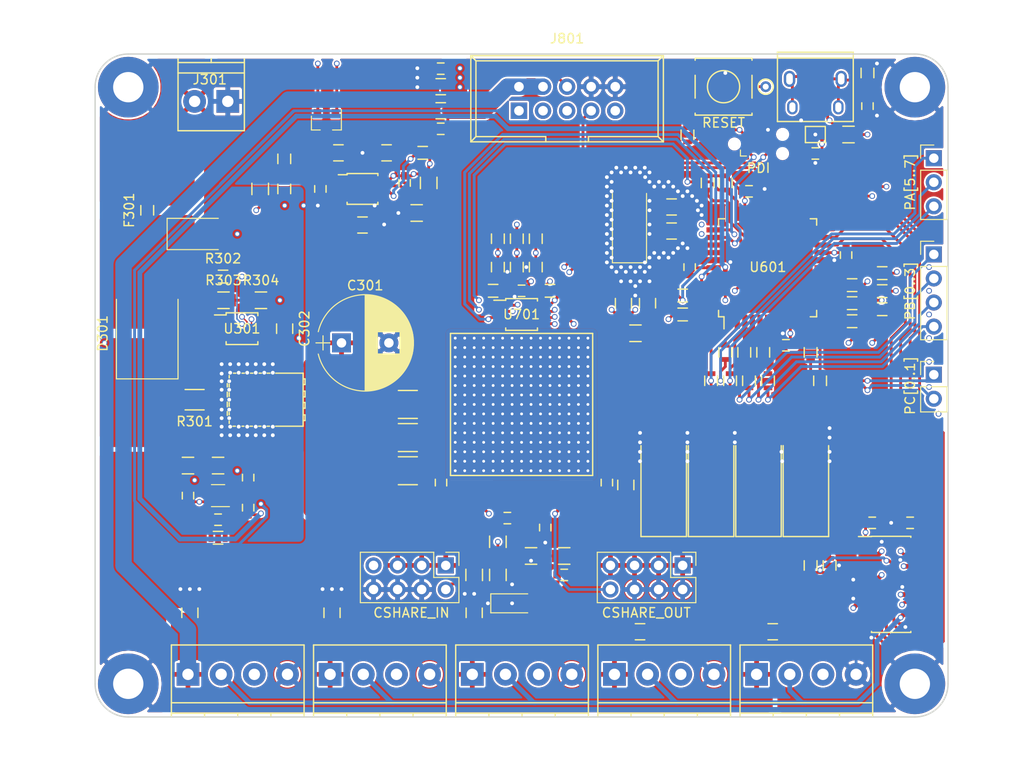
<source format=kicad_pcb>
(kicad_pcb (version 4) (host pcbnew 4.0.7)
  (layers (0 F.Cu signal) (1 In1.Cu signal) (2 In2.Cu signal) (31 B.Cu signal) (34 B.Paste user) (35 F.Paste user) (36 B.SilkS user) (37 F.SilkS user) (38 B.Mask user) (39 F.Mask user) (44 Edge.Cuts user))
  (net 0 "")
  (net 1 "/Control Interface/5V_OUT")
  (net 2 "Net-(C201-Pad2)")
  (net 3 GND)
  (net 4 "Net-(C211-Pad1)")
  (net 5 "Net-(C212-Pad1)")
  (net 6 "/Control Interface/3.3V_OUT")
  (net 7 "Net-(C402-Pad1)")
  (net 8 /MCU/VBAT_SENSE)
  (net 9 "Net-(C404-Pad2)")
  (net 10 "Net-(C503-Pad1)")
  (net 11 "/Supervisor regulator/EN")
  (net 12 "Net-(C505-Pad1)")
  (net 13 "Net-(C605-Pad1)")
  (net 14 /MCU/XTAL1)
  (net 15 /MCU/XTAL2)
  (net 16 "Net-(C1101-Pad1)")
  (net 17 "Net-(C1102-Pad1)")
  (net 18 "/Supervisor regulator/V_IN")
  (net 19 "/Supervisor regulator/USB_VBUS")
  (net 20 /MCU/PDI_DATA)
  (net 21 "Net-(J601-Pad3)")
  (net 22 "Net-(J601-Pad4)")
  (net 23 /MCU/RESET)
  (net 24 "/Control Interface/MISO")
  (net 25 "/Control Interface/SS")
  (net 26 "/Control Interface/MOSI")
  (net 27 "/Control Interface/SPI_INT")
  (net 28 "/Control Interface/SCK")
  (net 29 "/Light Interface/D0_OUT")
  (net 30 "/Light Interface/CLK_OUT")
  (net 31 "/Light Interface/D1_OUT")
  (net 32 "/Light Interface/D2_OUT")
  (net 33 "/Light Interface/D3_OUT")
  (net 34 "/Light Interface/D4_OUT")
  (net 35 "/Extra I/O/PA5")
  (net 36 "/Extra I/O/PA6")
  (net 37 "/Extra I/O/PA7")
  (net 38 "/Extra I/O/PB0")
  (net 39 "/Extra I/O/PB1")
  (net 40 "/Extra I/O/PB2")
  (net 41 "/Extra I/O/PB3")
  (net 42 "/Extra I/O/PC0")
  (net 43 "/Extra I/O/PC1")
  (net 44 /MCU/USB_DM)
  (net 45 /MCU/USB_DP)
  (net 46 "Net-(J1101-Pad4)")
  (net 47 /MCU/PWR_IN_GOOD)
  (net 48 /MCU/PWR_IN_SHDN)
  (net 49 "/Supervisor regulator/PG")
  (net 50 "Net-(R602-Pad2)")
  (net 51 "Net-(R603-Pad2)")
  (net 52 /MCU/PWR_IN_FAULT)
  (net 53 /MCU/SCL)
  (net 54 /MCU/SDA)
  (net 55 "Net-(R608-Pad2)")
  (net 56 "Net-(R609-Pad2)")
  (net 57 "Net-(R610-Pad2)")
  (net 58 "Net-(R611-Pad2)")
  (net 59 "Net-(R612-Pad2)")
  (net 60 "Net-(R613-Pad2)")
  (net 61 "Net-(R614-Pad2)")
  (net 62 "Net-(R615-Pad2)")
  (net 63 "Net-(R616-Pad2)")
  (net 64 "Net-(R617-Pad2)")
  (net 65 "Net-(R618-Pad2)")
  (net 66 "Net-(R619-Pad2)")
  (net 67 "Net-(R620-Pad2)")
  (net 68 "Net-(R621-Pad2)")
  (net 69 "Net-(R701-Pad1)")
  (net 70 "Net-(R702-Pad1)")
  (net 71 "Net-(R703-Pad1)")
  (net 72 "Net-(R901-Pad2)")
  (net 73 "Net-(U501-Pad3)")
  (net 74 "/Light Interface/CLK")
  (net 75 "/Light Interface/D0")
  (net 76 "/Light Interface/D1")
  (net 77 "/Light Interface/D2")
  (net 78 "/Light Interface/D3")
  (net 79 "/Light Interface/D4")
  (net 80 "/Temperature Measurement/ALERT")
  (net 81 "Net-(U1101-Pad2)")
  (net 82 "/Current Sharing/V_IN")
  (net 83 "/Current Sharing/ENABLE")
  (net 84 /MCU/SLAVE_SYNC)
  (net 85 "/Current Sharing/SHARE")
  (net 86 /MCU/MASTER_SYNC)
  (net 87 "Net-(C501-Pad2)")
  (net 88 "/Power Entry/V_IN_FUSED")
  (net 89 "/Power Entry/V_IN_UNFUSED")
  (net 90 "/Power Entry/V_IN_SENSE")
  (net 91 "/Power Entry/V_IN_GATE_DRV")
  (net 92 "/Power Entry/V_IN_LIM_FB")
  (net 93 "/Power Entry/V_IN_TMR")
  (net 94 "Net-(R601-Pad2)")
  (module Housings_QFP:TQFP-44_10x10mm_Pitch0.8mm (layer F.Cu) (at 238.96 63.57 90)
    (fp_text reference U601 (at 0.07 0.03 180) (layer F.SilkS))
    (fp_text value ATXMEGA32A4U-AU)
    (pad 1 smd rect (at -5.7 -4 90) (size 1.5 0.55) (layers F.Cu F.Paste F.Mask) (net 51 "Net-(R603-Pad2)"))
    (pad 2 smd rect (at -5.7 -3.2 90) (size 1.5 0.55) (layers F.Cu F.Paste F.Mask) (net 55 "Net-(R608-Pad2)"))
    (pad 3 smd rect (at -5.7 -2.4 90) (size 1.5 0.55) (layers F.Cu F.Paste F.Mask) (net 56 "Net-(R609-Pad2)"))
    (pad 4 smd rect (at -5.7 -1.6 90) (size 1.5 0.55) (layers F.Cu F.Paste F.Mask) (net 57 "Net-(R610-Pad2)"))
    (pad 5 smd rect (at -5.7 -0.8 90) (size 1.5 0.55) (layers F.Cu F.Paste F.Mask) (net 58 "Net-(R611-Pad2)"))
    (pad 6 smd rect (at -5.7 0 90) (size 1.5 0.55) (layers F.Cu F.Paste F.Mask) (net 59 "Net-(R612-Pad2)"))
    (pad 7 smd rect (at -5.7 0.8 90) (size 1.5 0.55) (layers F.Cu F.Paste F.Mask) (net 60 "Net-(R613-Pad2)"))
    (pad 8 smd rect (at -5.7 1.6 90) (size 1.5 0.55) (layers F.Cu F.Paste F.Mask) (net 3 GND))
    (pad 9 smd rect (at -5.7 2.4 90) (size 1.5 0.55) (layers F.Cu F.Paste F.Mask) (net 6 "/Control Interface/3.3V_OUT"))
    (pad 10 smd rect (at -5.7 3.2 90) (size 1.5 0.55) (layers F.Cu F.Paste F.Mask) (net 61 "Net-(R614-Pad2)"))
    (pad 11 smd rect (at -5.7 4 90) (size 1.5 0.55) (layers F.Cu F.Paste F.Mask) (net 62 "Net-(R615-Pad2)"))
    (pad 12 smd rect (at -4 5.7 180) (size 1.5 0.55) (layers F.Cu F.Paste F.Mask) (net 63 "Net-(R616-Pad2)"))
    (pad 13 smd rect (at -3.2 5.7 180) (size 1.5 0.55) (layers F.Cu F.Paste F.Mask) (net 64 "Net-(R617-Pad2)"))
    (pad 14 smd rect (at -2.4 5.7 180) (size 1.5 0.55) (layers F.Cu F.Paste F.Mask) (net 65 "Net-(R618-Pad2)"))
    (pad 15 smd rect (at -1.6 5.7 180) (size 1.5 0.55) (layers F.Cu F.Paste F.Mask) (net 66 "Net-(R619-Pad2)"))
    (pad 16 smd rect (at -0.8 5.7 180) (size 1.5 0.55) (layers F.Cu F.Paste F.Mask) (net 67 "Net-(R620-Pad2)"))
    (pad 17 smd rect (at 0 5.7 180) (size 1.5 0.55) (layers F.Cu F.Paste F.Mask) (net 68 "Net-(R621-Pad2)"))
    (pad 18 smd rect (at 0.8 5.7 180) (size 1.5 0.55) (layers F.Cu F.Paste F.Mask) (net 3 GND))
    (pad 19 smd rect (at 1.6 5.7 180) (size 1.5 0.55) (layers F.Cu F.Paste F.Mask) (net 6 "/Control Interface/3.3V_OUT"))
    (pad 20 smd rect (at 2.4 5.7 180) (size 1.5 0.55) (layers F.Cu F.Paste F.Mask) (net 74 "/Light Interface/CLK"))
    (pad 21 smd rect (at 3.2 5.7 180) (size 1.5 0.55) (layers F.Cu F.Paste F.Mask) (net 75 "/Light Interface/D0"))
    (pad 22 smd rect (at 4 5.7 180) (size 1.5 0.55) (layers F.Cu F.Paste F.Mask) (net 76 "/Light Interface/D1"))
    (pad 23 smd rect (at 5.7 4 90) (size 1.5 0.55) (layers F.Cu F.Paste F.Mask) (net 77 "/Light Interface/D2"))
    (pad 24 smd rect (at 5.7 3.2 90) (size 1.5 0.55) (layers F.Cu F.Paste F.Mask) (net 78 "/Light Interface/D3"))
    (pad 25 smd rect (at 5.7 2.4 90) (size 1.5 0.55) (layers F.Cu F.Paste F.Mask) (net 79 "/Light Interface/D4"))
    (pad 26 smd rect (at 5.7 1.6 90) (size 1.5 0.55) (layers F.Cu F.Paste F.Mask) (net 44 /MCU/USB_DM))
    (pad 27 smd rect (at 5.7 0.8 90) (size 1.5 0.55) (layers F.Cu F.Paste F.Mask) (net 45 /MCU/USB_DP))
    (pad 28 smd rect (at 5.7 0 90) (size 1.5 0.55) (layers F.Cu F.Paste F.Mask) (net 54 /MCU/SDA))
    (pad 29 smd rect (at 5.7 -0.8 90) (size 1.5 0.55) (layers F.Cu F.Paste F.Mask) (net 53 /MCU/SCL))
    (pad 30 smd rect (at 5.7 -1.6 90) (size 1.5 0.55) (layers F.Cu F.Paste F.Mask) (net 3 GND))
    (pad 31 smd rect (at 5.7 -2.4 90) (size 1.5 0.55) (layers F.Cu F.Paste F.Mask) (net 6 "/Control Interface/3.3V_OUT"))
    (pad 32 smd rect (at 5.7 -3.2 90) (size 1.5 0.55) (layers F.Cu F.Paste F.Mask) (net 47 /MCU/PWR_IN_GOOD))
    (pad 33 smd rect (at 5.7 -4 90) (size 1.5 0.55) (layers F.Cu F.Paste F.Mask) (net 52 /MCU/PWR_IN_FAULT))
    (pad 34 smd rect (at 4 -5.7 180) (size 1.5 0.55) (layers F.Cu F.Paste F.Mask) (net 20 /MCU/PDI_DATA))
    (pad 35 smd rect (at 3.2 -5.7 180) (size 1.5 0.55) (layers F.Cu F.Paste F.Mask) (net 23 /MCU/RESET))
    (pad 36 smd rect (at 2.4 -5.7 180) (size 1.5 0.55) (layers F.Cu F.Paste F.Mask) (net 15 /MCU/XTAL2))
    (pad 37 smd rect (at 1.6 -5.7 180) (size 1.5 0.55) (layers F.Cu F.Paste F.Mask) (net 14 /MCU/XTAL1))
    (pad 38 smd rect (at 0.8 -5.7 180) (size 1.5 0.55) (layers F.Cu F.Paste F.Mask) (net 3 GND))
    (pad 39 smd rect (at 0 -5.7 180) (size 1.5 0.55) (layers F.Cu F.Paste F.Mask) (net 13 "Net-(C605-Pad1)"))
    (pad 40 smd rect (at -0.8 -5.7 180) (size 1.5 0.55) (layers F.Cu F.Paste F.Mask) (net 8 /MCU/VBAT_SENSE))
    (pad 41 smd rect (at -1.6 -5.7 180) (size 1.5 0.55) (layers F.Cu F.Paste F.Mask) (net 83 "/Current Sharing/ENABLE"))
    (pad 42 smd rect (at -2.4 -5.7 180) (size 1.5 0.55) (layers F.Cu F.Paste F.Mask) (net 80 "/Temperature Measurement/ALERT"))
    (pad 43 smd rect (at -3.2 -5.7 180) (size 1.5 0.55) (layers F.Cu F.Paste F.Mask) (net 94 "Net-(R601-Pad2)"))
    (pad 44 smd rect (at -4 -5.7 180) (size 1.5 0.55) (layers F.Cu F.Paste F.Mask) (net 50 "Net-(R602-Pad2)"))
  )
  (module Capacitors_SMD:C_1210 (layer F.Cu) (at 201 85)
    (fp_text reference C204 hide)
    (fp_text value 10uF)
    (pad 1 smd rect (at -1.5 0) (size 1 2.5) (layers F.Cu F.Paste F.Mask) (net 82 "/Current Sharing/V_IN"))
    (pad 2 smd rect (at 1.5 0) (size 1 2.5) (layers F.Cu F.Paste F.Mask) (net 3 GND))
  )
  (module TO_SOT_Packages_SMD:SOT-669_LFPAK_ThermalVias-1 (layer F.Cu) (at 186.05 77.5 90)
    (fp_text reference Q301 hide)
    (fp_text value Q_NMOS_SSSGD hide)
    (pad 5 thru_hole rect (at 1.05 -4.7 90) (size 1 1) (drill 0.4) (layers *.Cu) (net 90 "/Power Entry/V_IN_SENSE"))
    (pad 5 thru_hole rect (at 0 -4.7 90) (size 1.4 1) (drill 0.4) (layers *.Cu) (net 90 "/Power Entry/V_IN_SENSE"))
    (pad 5 thru_hole rect (at -2.85 -4.7 90) (size 1 1) (drill 0.4) (layers *.Cu) (net 90 "/Power Entry/V_IN_SENSE"))
    (pad 5 thru_hole rect (at -1.05 -4.7 90) (size 1 1) (drill 0.4) (layers *.Cu) (net 90 "/Power Entry/V_IN_SENSE"))
    (pad 5 thru_hole rect (at 1.95 -4.7 90) (size 1 1) (drill 0.4) (layers *.Cu) (net 90 "/Power Entry/V_IN_SENSE"))
    (pad 5 thru_hole rect (at -1.95 -4.7 90) (size 1 1) (drill 0.4) (layers *.Cu) (net 90 "/Power Entry/V_IN_SENSE"))
    (pad 5 thru_hole rect (at 2.75 -4.7 90) (size 1 1) (drill 0.4) (layers *.Cu) (net 90 "/Power Entry/V_IN_SENSE"))
    (pad 5 thru_hole rect (at -3.75 -4.7 90) (size 1 1) (drill 0.4) (layers *.Cu) (net 90 "/Power Entry/V_IN_SENSE"))
    (pad 5 thru_hole rect (at -3.75 -3.8 90) (size 1 1) (drill 0.4) (layers *.Cu) (net 90 "/Power Entry/V_IN_SENSE"))
    (pad 5 thru_hole rect (at -3.75 -2 90) (size 1 1) (drill 0.4) (layers *.Cu) (net 90 "/Power Entry/V_IN_SENSE"))
    (pad 5 thru_hole rect (at -3.75 -2.9 90) (size 1 1) (drill 0.4) (layers *.Cu) (net 90 "/Power Entry/V_IN_SENSE"))
    (pad 5 thru_hole rect (at -3.75 -0.2 90) (size 1 1) (drill 0.4) (layers *.Cu) (net 90 "/Power Entry/V_IN_SENSE"))
    (pad 5 thru_hole rect (at -3.75 0.7 90) (size 1 1) (drill 0.4) (layers *.Cu) (net 90 "/Power Entry/V_IN_SENSE"))
    (pad 5 thru_hole rect (at -3.75 -1.1 90) (size 1 1) (drill 0.4) (layers *.Cu) (net 90 "/Power Entry/V_IN_SENSE"))
    (pad 5 thru_hole rect (at 3.75 -4.7 90) (size 1 1) (drill 0.4) (layers *.Cu) (net 90 "/Power Entry/V_IN_SENSE"))
    (pad 5 thru_hole rect (at 3.75 -2.9 90) (size 1 1) (drill 0.4) (layers *.Cu) (net 90 "/Power Entry/V_IN_SENSE"))
    (pad 5 thru_hole rect (at 3.75 0.7 90) (size 1 1) (drill 0.4) (layers *.Cu) (net 90 "/Power Entry/V_IN_SENSE"))
    (pad 5 thru_hole rect (at 3.75 -1.1 90) (size 1 1) (drill 0.4) (layers *.Cu) (net 90 "/Power Entry/V_IN_SENSE"))
    (pad 5 thru_hole rect (at 3.75 -2 90) (size 1 1) (drill 0.4) (layers *.Cu) (net 90 "/Power Entry/V_IN_SENSE"))
    (pad 5 thru_hole rect (at 3.75 -0.2 90) (size 1 1) (drill 0.4) (layers *.Cu) (net 90 "/Power Entry/V_IN_SENSE"))
    (pad 5 thru_hole rect (at 3.75 -3.8 90) (size 1 1) (drill 0.4) (layers *.Cu) (net 90 "/Power Entry/V_IN_SENSE"))
    (pad 5 thru_hole rect (at 1.05 -3.9 90) (size 1 1) (drill 0.4) (layers *.Cu) (net 90 "/Power Entry/V_IN_SENSE"))
    (pad 5 thru_hole rect (at -1.05 -3.9 90) (size 1 1) (drill 0.4) (layers *.Cu) (net 90 "/Power Entry/V_IN_SENSE"))
    (pad 5 thru_hole rect (at 0 -3.9 90) (size 1.4 1) (drill 0.4) (layers *.Cu) (net 90 "/Power Entry/V_IN_SENSE"))
    (pad 5 thru_hole rect (at -1.95 -3.9 90) (size 1 1) (drill 0.4) (layers *.Cu) (net 90 "/Power Entry/V_IN_SENSE"))
    (pad 5 thru_hole rect (at -2.85 -2 90) (size 1 1) (drill 0.4) (layers *.Cu) (net 90 "/Power Entry/V_IN_SENSE"))
    (pad 5 thru_hole rect (at -2.85 -1.1 90) (size 1 1) (drill 0.4) (layers *.Cu) (net 90 "/Power Entry/V_IN_SENSE"))
    (pad 5 thru_hole rect (at -2.85 -0.2 90) (size 1 1) (drill 0.4) (layers *.Cu) (net 90 "/Power Entry/V_IN_SENSE"))
    (pad 5 thru_hole rect (at -2.85 -3.8 90) (size 1 1) (drill 0.4) (layers *.Cu) (net 90 "/Power Entry/V_IN_SENSE"))
    (pad 2 smd rect (at -0.635 2.825 90) (size 0.7 1.15) (layers F.Cu F.Paste F.Mask) (net 82 "/Current Sharing/V_IN"))
    (pad 1 smd rect (at -1.905 2.825 90) (size 0.7 1.15) (layers F.Cu F.Paste F.Mask) (net 82 "/Current Sharing/V_IN"))
    (pad 3 smd rect (at 0.635 2.825 90) (size 0.7 1.15) (layers F.Cu F.Paste F.Mask) (net 82 "/Current Sharing/V_IN"))
    (pad 5 smd rect (at 0 -2.65 90) (size 4.7 1.55) (layers F.Cu F.Mask) (net 90 "/Power Entry/V_IN_SENSE"))
    (pad 5 smd rect (at 0 -0.45 90) (size 4.2 3.3) (layers F.Cu F.Mask) (net 90 "/Power Entry/V_IN_SENSE"))
    (pad 4 smd rect (at 1.905 2.825 90) (size 0.7 1.15) (layers F.Cu F.Paste F.Mask) (net 91 "/Power Entry/V_IN_GATE_DRV"))
    (pad 5 thru_hole rect (at 2.85 0.7 90) (size 1 1) (drill 0.4) (layers *.Cu) (net 90 "/Power Entry/V_IN_SENSE"))
    (pad 5 thru_hole rect (at 2.85 -0.2 90) (size 1 1) (drill 0.4) (layers *.Cu) (net 90 "/Power Entry/V_IN_SENSE"))
    (pad 5 thru_hole rect (at 2.85 -1.1 90) (size 1 1) (drill 0.4) (layers *.Cu) (net 90 "/Power Entry/V_IN_SENSE"))
    (pad 5 thru_hole rect (at 2.85 -2 90) (size 1 1) (drill 0.4) (layers *.Cu) (net 90 "/Power Entry/V_IN_SENSE"))
    (pad 5 thru_hole rect (at 2.85 -2.9 90) (size 1 1) (drill 0.4) (layers *.Cu) (net 90 "/Power Entry/V_IN_SENSE"))
    (pad 5 thru_hole rect (at 2.85 -3.8 90) (size 1 1) (drill 0.4) (layers *.Cu) (net 90 "/Power Entry/V_IN_SENSE"))
    (pad 5 thru_hole rect (at 1.95 -3.9 90) (size 1 1) (drill 0.4) (layers *.Cu) (net 90 "/Power Entry/V_IN_SENSE"))
    (pad 5 thru_hole rect (at -2.85 0.7 90) (size 1 1) (drill 0.4) (layers *.Cu) (net 90 "/Power Entry/V_IN_SENSE"))
    (pad 5 thru_hole rect (at -2.85 -2.9 90) (size 1 1) (drill 0.4) (layers *.Cu) (net 90 "/Power Entry/V_IN_SENSE"))
    (pad 5 smd rect (at 2.25 -1.75 90) (size 0.5 0.5) (layers F.Cu) (net 90 "/Power Entry/V_IN_SENSE"))
    (pad 5 smd rect (at -2.25 -1.75 90) (size 0.5 0.5) (layers F.Cu) (net 90 "/Power Entry/V_IN_SENSE"))
    (pad 5 smd rect (at 0 -2.65 90) (size 4.7 1.55) (layers B.Cu F.Mask) (net 90 "/Power Entry/V_IN_SENSE"))
    (pad 5 smd rect (at 0 -0.45 90) (size 4.2 3.3) (layers B.Cu F.Mask) (net 90 "/Power Entry/V_IN_SENSE"))
    (pad 5 smd rect (at 2.2 -0.45 90) (size 0.6 3.3) (layers F.Cu) (net 90 "/Power Entry/V_IN_SENSE"))
    (pad 5 smd rect (at -2.2 -0.45 90) (size 0.6 3.3) (layers F.Cu) (net 90 "/Power Entry/V_IN_SENSE"))
    (pad 5 smd rect (at -2.2 -0.45 90) (size 0.6 3.3) (layers B.Cu) (net 90 "/Power Entry/V_IN_SENSE"))
    (pad 5 smd rect (at 2.2 -0.45 90) (size 0.6 3.3) (layers B.Cu) (net 90 "/Power Entry/V_IN_SENSE"))
  )
  (module Resistors_SMD:R_0805 (layer F.Cu) (at 210.5 96 270)
    (fp_text reference R204 hide)
    (fp_text value 84.5k)
    (pad 1 smd rect (at -0.95 0 270) (size 0.7 1.3) (layers F.Cu F.Paste F.Mask) (net 83 "/Current Sharing/ENABLE"))
    (pad 2 smd rect (at 0.95 0 270) (size 0.7 1.3) (layers F.Cu F.Paste F.Mask) (net 3 GND))
  )
  (module Resistors_SMD:R_0805 (layer F.Cu) (at 210.5 92.5 270)
    (fp_text reference R203 hide)
    (fp_text value 0)
    (pad 1 smd rect (at -0.95 0 270) (size 0.7 1.3) (layers F.Cu F.Paste F.Mask) (net 4 "Net-(C211-Pad1)"))
    (pad 2 smd rect (at 0.95 0 270) (size 0.7 1.3) (layers F.Cu F.Paste F.Mask) (net 83 "/Current Sharing/ENABLE"))
  )
  (module Diodes_SMD:D_SOD-123 (layer F.Cu) (at 212 99)
    (fp_text reference D201 hide)
    (fp_text value 5.1V hide)
    (pad 1 smd rect (at -1.65 0) (size 0.9 1.2) (layers F.Cu F.Paste F.Mask) (net 83 "/Current Sharing/ENABLE"))
    (pad 2 smd rect (at 1.65 0) (size 0.9 1.2) (layers F.Cu F.Paste F.Mask) (net 3 GND))
  )
  (module Capacitors_SMD:C_0603 (layer F.Cu) (at 204.5 86.25 90)
    (fp_text reference C205 hide)
    (fp_text value 47n)
    (pad 1 smd rect (at -0.75 0 90) (size 0.8 0.75) (layers F.Cu F.Paste F.Mask) (net 82 "/Current Sharing/V_IN"))
    (pad 2 smd rect (at 0.75 0 90) (size 0.8 0.75) (layers F.Cu F.Paste F.Mask) (net 3 GND))
  )
  (module Resistors_SMD:R_0805 (layer F.Cu) (at 208 96 270)
    (fp_text reference R201 hide)
    (fp_text value 1.91M)
    (pad 1 smd rect (at -0.95 0 270) (size 0.7 1.3) (layers F.Cu F.Paste F.Mask) (net 82 "/Current Sharing/V_IN"))
    (pad 2 smd rect (at 0.95 0 270) (size 0.7 1.3) (layers F.Cu F.Paste F.Mask) (net 83 "/Current Sharing/ENABLE"))
  )
  (module Capacitors_SMD:C_1210 (layer F.Cu) (at 201 78)
    (fp_text reference C202 hide)
    (fp_text value 10uF)
    (pad 1 smd rect (at -1.5 0) (size 1 2.5) (layers F.Cu F.Paste F.Mask) (net 82 "/Current Sharing/V_IN"))
    (pad 2 smd rect (at 1.5 0) (size 1 2.5) (layers F.Cu F.Paste F.Mask) (net 3 GND))
  )
  (module Capacitors_SMD:C_1210 (layer F.Cu) (at 201 81.5)
    (fp_text reference C203 hide)
    (fp_text value 10uF)
    (pad 1 smd rect (at -1.5 0) (size 1 2.5) (layers F.Cu F.Paste F.Mask) (net 82 "/Current Sharing/V_IN"))
    (pad 2 smd rect (at 1.5 0) (size 1 2.5) (layers F.Cu F.Paste F.Mask) (net 3 GND))
  )
  (module Resistors_SMD:R_0603 (layer F.Cu) (at 210.5 63.5 90)
    (fp_text reference R706 hide)
    (fp_text value 0)
    (pad 1 smd rect (at -0.75 0 90) (size 0.5 0.9) (layers F.Cu F.Paste F.Mask) (net 3 GND))
    (pad 2 smd rect (at 0.75 0 90) (size 0.5 0.9) (layers F.Cu F.Paste F.Mask) (net 71 "Net-(R703-Pad1)"))
  )
  (module Resistors_SMD:R_0603 (layer F.Cu) (at 212.5 60.5 90)
    (fp_text reference R702 hide)
    (fp_text value R hide)
    (pad 1 smd rect (at -0.75 0 90) (size 0.5 0.9) (layers F.Cu F.Paste F.Mask) (net 70 "Net-(R702-Pad1)"))
    (pad 2 smd rect (at 0.75 0 90) (size 0.5 0.9) (layers F.Cu F.Paste F.Mask) (net 6 "/Control Interface/3.3V_OUT"))
  )
  (module Resistors_SMD:R_0603 (layer F.Cu) (at 210.5 60.5 90)
    (fp_text reference R703 hide)
    (fp_text value R hide)
    (pad 1 smd rect (at -0.75 0 90) (size 0.5 0.9) (layers F.Cu F.Paste F.Mask) (net 71 "Net-(R703-Pad1)"))
    (pad 2 smd rect (at 0.75 0 90) (size 0.5 0.9) (layers F.Cu F.Paste F.Mask) (net 6 "/Control Interface/3.3V_OUT"))
  )
  (module Resistors_SMD:R_0603 (layer F.Cu) (at 212.5 63.5 90)
    (fp_text reference R705 hide)
    (fp_text value 0)
    (pad 1 smd rect (at -0.75 0 90) (size 0.5 0.9) (layers F.Cu F.Paste F.Mask) (net 3 GND))
    (pad 2 smd rect (at 0.75 0 90) (size 0.5 0.9) (layers F.Cu F.Paste F.Mask) (net 70 "Net-(R702-Pad1)"))
  )
  (module Housings_SSOP:MSOP-8_3x3mm_Pitch0.65mm (layer F.Cu) (at 213 68.5)
    (fp_text reference U701 (at 0 0) (layer F.SilkS))
    (fp_text value "Main Reg" hide)
    (pad 1 smd rect (at -2.2 -0.975) (size 1.45 0.45) (layers F.Cu F.Paste F.Mask) (net 54 /MCU/SDA))
    (pad 2 smd rect (at -2.2 -0.325) (size 1.45 0.45) (layers F.Cu F.Paste F.Mask) (net 53 /MCU/SCL))
    (pad 3 smd rect (at -2.2 0.325) (size 1.45 0.45) (layers F.Cu F.Paste F.Mask) (net 80 "/Temperature Measurement/ALERT"))
    (pad 4 smd rect (at -2.2 0.975) (size 1.45 0.45) (layers F.Cu F.Paste F.Mask) (net 3 GND))
    (pad 5 smd rect (at 2.2 0.975) (size 1.45 0.45) (layers F.Cu F.Paste F.Mask) (net 71 "Net-(R703-Pad1)"))
    (pad 6 smd rect (at 2.2 0.325) (size 1.45 0.45) (layers F.Cu F.Paste F.Mask) (net 70 "Net-(R702-Pad1)"))
    (pad 7 smd rect (at 2.2 -0.325) (size 1.45 0.45) (layers F.Cu F.Paste F.Mask) (net 69 "Net-(R701-Pad1)"))
    (pad 8 smd rect (at 2.2 -0.975) (size 1.45 0.45) (layers F.Cu F.Paste F.Mask) (net 6 "/Control Interface/3.3V_OUT"))
  )
  (module Resistors_SMD:R_0603 (layer F.Cu) (at 214.5 63.5 90)
    (fp_text reference R704 hide)
    (fp_text value 0)
    (pad 1 smd rect (at -0.75 0 90) (size 0.5 0.9) (layers F.Cu F.Paste F.Mask) (net 3 GND))
    (pad 2 smd rect (at 0.75 0 90) (size 0.5 0.9) (layers F.Cu F.Paste F.Mask) (net 69 "Net-(R701-Pad1)"))
  )
  (module Capacitors_SMD:C_0603 (layer F.Cu) (at 213 66 180)
    (fp_text reference C701 hide)
    (fp_text value 0.1u)
    (pad 1 smd rect (at -0.75 0 180) (size 0.8 0.75) (layers F.Cu F.Paste F.Mask) (net 6 "/Control Interface/3.3V_OUT"))
    (pad 2 smd rect (at 0.75 0 180) (size 0.8 0.75) (layers F.Cu F.Paste F.Mask) (net 3 GND))
  )
  (module Resistors_SMD:R_0603 (layer F.Cu) (at 214.5 60.5 90)
    (fp_text reference R701 hide)
    (fp_text value R hide)
    (pad 1 smd rect (at -0.75 0 90) (size 0.5 0.9) (layers F.Cu F.Paste F.Mask) (net 69 "Net-(R701-Pad1)"))
    (pad 2 smd rect (at 0.75 0 90) (size 0.5 0.9) (layers F.Cu F.Paste F.Mask) (net 6 "/Control Interface/3.3V_OUT"))
  )
  (module project:TO-PMOD-11 (layer F.Cu) (at 213 78)
    (fp_text reference U201 hide)
    (fp_text value LMZ23610)
    (pad 1 smd rect (at -6.35 9.5) (size 0.86 2.41) (layers F.Cu F.Paste F.Mask) (net 82 "/Current Sharing/V_IN"))
    (pad 2 smd rect (at -5.08 9.5) (size 0.86 2.41) (layers F.Cu F.Paste F.Mask) (net 82 "/Current Sharing/V_IN"))
    (pad 3 smd rect (at -3.81 9.5) (size 0.86 2.41) (layers F.Cu F.Paste F.Mask) (net 86 /MCU/MASTER_SYNC))
    (pad 4 smd rect (at -2.54 9.5) (size 0.86 2.41) (layers F.Cu F.Paste F.Mask) (net 4 "Net-(C211-Pad1)"))
    (pad 5 smd rect (at -1.27 9.5) (size 0.86 2.41) (layers F.Cu F.Paste F.Mask) (net 3 GND))
    (pad 6 smd rect (at 0 9.5) (size 0.86 2.41) (layers F.Cu F.Paste F.Mask) (net 3 GND))
    (pad 7 smd rect (at 1.27 9.5) (size 0.86 2.41) (layers F.Cu F.Paste F.Mask) (net 2 "Net-(C201-Pad2)"))
    (pad 8 smd rect (at 2.54 9.5) (size 0.86 2.41) (layers F.Cu F.Paste F.Mask) (net 5 "Net-(C212-Pad1)"))
    (pad 9 smd rect (at 3.81 9.5) (size 0.86 2.41) (layers F.Cu F.Paste F.Mask) (net 85 "/Current Sharing/SHARE"))
    (pad 10 smd rect (at 5.08 9.5) (size 0.86 2.41) (layers F.Cu F.Paste F.Mask) (net 1 "/Control Interface/5V_OUT"))
    (pad 11 smd rect (at 6.35 9.5) (size 0.86 2.41) (layers F.Cu F.Paste F.Mask) (net 1 "/Control Interface/5V_OUT"))
    (pad EP smd rect (at 0 0) (size 9.126 13.37) (layers F.Cu F.Paste F.Mask) (net 3 GND))
    (pad EP smd rect (at 0 0) (size 15 15) (layers F.Cu) (net 3 GND))
    (pad EP thru_hole circle (at -7 7) (size 0.5 0.5) (drill 0.3) (layers *.Cu) (net 3 GND))
    (pad EP thru_hole circle (at -6 7) (size 0.5 0.5) (drill 0.3) (layers *.Cu) (net 3 GND))
    (pad EP thru_hole circle (at -5 7) (size 0.5 0.5) (drill 0.3) (layers *.Cu) (net 3 GND))
    (pad EP thru_hole circle (at -4 7) (size 0.5 0.5) (drill 0.3) (layers *.Cu) (net 3 GND))
    (pad EP thru_hole circle (at -3 7) (size 0.5 0.5) (drill 0.3) (layers *.Cu) (net 3 GND))
    (pad EP thru_hole circle (at -2 7) (size 0.5 0.5) (drill 0.3) (layers *.Cu) (net 3 GND))
    (pad EP thru_hole circle (at -1 7) (size 0.5 0.5) (drill 0.3) (layers *.Cu) (net 3 GND))
    (pad EP thru_hole circle (at 0 7) (size 0.5 0.5) (drill 0.3) (layers *.Cu) (net 3 GND))
    (pad EP thru_hole circle (at 1 7) (size 0.5 0.5) (drill 0.3) (layers *.Cu) (net 3 GND))
    (pad EP thru_hole circle (at 2 7) (size 0.5 0.5) (drill 0.3) (layers *.Cu) (net 3 GND))
    (pad EP thru_hole circle (at 3 7) (size 0.5 0.5) (drill 0.3) (layers *.Cu) (net 3 GND))
    (pad EP thru_hole circle (at 4 7) (size 0.5 0.5) (drill 0.3) (layers *.Cu) (net 3 GND))
    (pad EP thru_hole circle (at 5 7) (size 0.5 0.5) (drill 0.3) (layers *.Cu) (net 3 GND))
    (pad EP thru_hole circle (at 6 7) (size 0.5 0.5) (drill 0.3) (layers *.Cu) (net 3 GND))
    (pad EP thru_hole circle (at 7 7) (size 0.5 0.5) (drill 0.3) (layers *.Cu) (net 3 GND))
    (pad EP thru_hole circle (at -7 6) (size 0.5 0.5) (drill 0.3) (layers *.Cu) (net 3 GND))
    (pad EP thru_hole circle (at -6 6) (size 0.5 0.5) (drill 0.3) (layers *.Cu) (net 3 GND))
    (pad EP thru_hole circle (at -5 6) (size 0.5 0.5) (drill 0.3) (layers *.Cu) (net 3 GND))
    (pad EP thru_hole circle (at -4 6) (size 0.5 0.5) (drill 0.3) (layers *.Cu *.Mask) (net 3 GND))
    (pad EP thru_hole circle (at -3 6) (size 0.5 0.5) (drill 0.3) (layers *.Cu *.Mask) (net 3 GND))
    (pad EP thru_hole circle (at -2 6) (size 0.5 0.5) (drill 0.3) (layers *.Cu *.Mask) (net 3 GND))
    (pad EP thru_hole circle (at -1 6) (size 0.5 0.5) (drill 0.3) (layers *.Cu *.Mask) (net 3 GND))
    (pad EP thru_hole circle (at 0 6) (size 0.5 0.5) (drill 0.3) (layers *.Cu *.Mask) (net 3 GND))
    (pad EP thru_hole circle (at 1 6) (size 0.5 0.5) (drill 0.3) (layers *.Cu *.Mask) (net 3 GND))
    (pad EP thru_hole circle (at 2 6) (size 0.5 0.5) (drill 0.3) (layers *.Cu *.Mask) (net 3 GND))
    (pad EP thru_hole circle (at 3 6) (size 0.5 0.5) (drill 0.3) (layers *.Cu *.Mask) (net 3 GND))
    (pad EP thru_hole circle (at 4 6) (size 0.5 0.5) (drill 0.3) (layers *.Cu *.Mask) (net 3 GND))
    (pad EP thru_hole circle (at 5 6) (size 0.5 0.5) (drill 0.3) (layers *.Cu) (net 3 GND))
    (pad EP thru_hole circle (at 6 6) (size 0.5 0.5) (drill 0.3) (layers *.Cu) (net 3 GND))
    (pad EP thru_hole circle (at 7 6) (size 0.5 0.5) (drill 0.3) (layers *.Cu) (net 3 GND))
    (pad EP thru_hole circle (at -7 5) (size 0.5 0.5) (drill 0.3) (layers *.Cu) (net 3 GND))
    (pad EP thru_hole circle (at -6 5) (size 0.5 0.5) (drill 0.3) (layers *.Cu) (net 3 GND))
    (pad EP thru_hole circle (at -5 5) (size 0.5 0.5) (drill 0.3) (layers *.Cu) (net 3 GND))
    (pad EP thru_hole circle (at -4 5) (size 0.5 0.5) (drill 0.3) (layers *.Cu *.Mask) (net 3 GND))
    (pad EP thru_hole circle (at -3 5) (size 0.5 0.5) (drill 0.3) (layers *.Cu *.Mask) (net 3 GND))
    (pad EP thru_hole circle (at -2 5) (size 0.5 0.5) (drill 0.3) (layers *.Cu *.Mask) (net 3 GND))
    (pad EP thru_hole circle (at -1 5) (size 0.5 0.5) (drill 0.3) (layers *.Cu *.Mask) (net 3 GND))
    (pad EP thru_hole circle (at 0 5) (size 0.5 0.5) (drill 0.3) (layers *.Cu *.Mask) (net 3 GND))
    (pad EP thru_hole circle (at 1 5) (size 0.5 0.5) (drill 0.3) (layers *.Cu *.Mask) (net 3 GND))
    (pad EP thru_hole circle (at 2 5) (size 0.5 0.5) (drill 0.3) (layers *.Cu *.Mask) (net 3 GND))
    (pad EP thru_hole circle (at 3 5) (size 0.5 0.5) (drill 0.3) (layers *.Cu *.Mask) (net 3 GND))
    (pad EP thru_hole circle (at 4 5) (size 0.5 0.5) (drill 0.3) (layers *.Cu *.Mask) (net 3 GND))
    (pad EP thru_hole circle (at 5 5) (size 0.5 0.5) (drill 0.3) (layers *.Cu) (net 3 GND))
    (pad EP thru_hole circle (at 6 5) (size 0.5 0.5) (drill 0.3) (layers *.Cu) (net 3 GND))
    (pad EP thru_hole circle (at 7 5) (size 0.5 0.5) (drill 0.3) (layers *.Cu) (net 3 GND))
    (pad EP thru_hole circle (at -7 4) (size 0.5 0.5) (drill 0.3) (layers *.Cu) (net 3 GND))
    (pad EP thru_hole circle (at -6 4) (size 0.5 0.5) (drill 0.3) (layers *.Cu) (net 3 GND))
    (pad EP thru_hole circle (at -5 4) (size 0.5 0.5) (drill 0.3) (layers *.Cu) (net 3 GND))
    (pad EP thru_hole circle (at -4 4) (size 0.5 0.5) (drill 0.3) (layers *.Cu *.Mask) (net 3 GND))
    (pad EP thru_hole circle (at -3 4) (size 0.5 0.5) (drill 0.3) (layers *.Cu *.Mask) (net 3 GND))
    (pad EP thru_hole circle (at -2 4) (size 0.5 0.5) (drill 0.3) (layers *.Cu *.Mask) (net 3 GND))
    (pad EP thru_hole circle (at -1 4) (size 0.5 0.5) (drill 0.3) (layers *.Cu *.Mask) (net 3 GND))
    (pad EP thru_hole circle (at 0 4) (size 0.5 0.5) (drill 0.3) (layers *.Cu *.Mask) (net 3 GND))
    (pad EP thru_hole circle (at 1 4) (size 0.5 0.5) (drill 0.3) (layers *.Cu *.Mask) (net 3 GND))
    (pad EP thru_hole circle (at 2 4) (size 0.5 0.5) (drill 0.3) (layers *.Cu *.Mask) (net 3 GND))
    (pad EP thru_hole circle (at 3 4) (size 0.5 0.5) (drill 0.3) (layers *.Cu *.Mask) (net 3 GND))
    (pad EP thru_hole circle (at 4 4) (size 0.5 0.5) (drill 0.3) (layers *.Cu *.Mask) (net 3 GND))
    (pad EP thru_hole circle (at 5 4) (size 0.5 0.5) (drill 0.3) (layers *.Cu) (net 3 GND))
    (pad EP thru_hole circle (at 6 4) (size 0.5 0.5) (drill 0.3) (layers *.Cu) (net 3 GND))
    (pad EP thru_hole circle (at 7 4) (size 0.5 0.5) (drill 0.3) (layers *.Cu) (net 3 GND))
    (pad EP thru_hole circle (at -7 3) (size 0.5 0.5) (drill 0.3) (layers *.Cu) (net 3 GND))
    (pad EP thru_hole circle (at -6 3) (size 0.5 0.5) (drill 0.3) (layers *.Cu) (net 3 GND))
    (pad EP thru_hole circle (at -5 3) (size 0.5 0.5) (drill 0.3) (layers *.Cu) (net 3 GND))
    (pad EP thru_hole circle (at -4 3) (size 0.5 0.5) (drill 0.3) (layers *.Cu *.Mask) (net 3 GND))
    (pad EP thru_hole circle (at -3 3) (size 0.5 0.5) (drill 0.3) (layers *.Cu *.Mask) (net 3 GND))
    (pad EP thru_hole circle (at -2 3) (size 0.5 0.5) (drill 0.3) (layers *.Cu *.Mask) (net 3 GND))
    (pad EP thru_hole circle (at -1 3) (size 0.5 0.5) (drill 0.3) (layers *.Cu *.Mask) (net 3 GND))
    (pad EP thru_hole circle (at 0 3) (size 0.5 0.5) (drill 0.3) (layers *.Cu *.Mask) (net 3 GND))
    (pad EP thru_hole circle (at 1 3) (size 0.5 0.5) (drill 0.3) (layers *.Cu *.Mask) (net 3 GND))
    (pad EP thru_hole circle (at 2 3) (size 0.5 0.5) (drill 0.3) (layers *.Cu *.Mask) (net 3 GND))
    (pad EP thru_hole circle (at 3 3) (size 0.5 0.5) (drill 0.3) (layers *.Cu *.Mask) (net 3 GND))
    (pad EP thru_hole circle (at 4 3) (size 0.5 0.5) (drill 0.3) (layers *.Cu *.Mask) (net 3 GND))
    (pad EP thru_hole circle (at 5 3) (size 0.5 0.5) (drill 0.3) (layers *.Cu) (net 3 GND))
    (pad EP thru_hole circle (at 6 3) (size 0.5 0.5) (drill 0.3) (layers *.Cu) (net 3 GND))
    (pad EP thru_hole circle (at 7 3) (size 0.5 0.5) (drill 0.3) (layers *.Cu) (net 3 GND))
    (pad EP thru_hole circle (at -7 2) (size 0.5 0.5) (drill 0.3) (layers *.Cu) (net 3 GND))
    (pad EP thru_hole circle (at -6 2) (size 0.5 0.5) (drill 0.3) (layers *.Cu) (net 3 GND))
    (pad EP thru_hole circle (at -5 2) (size 0.5 0.5) (drill 0.3) (layers *.Cu) (net 3 GND))
    (pad EP thru_hole circle (at -4 2) (size 0.5 0.5) (drill 0.3) (layers *.Cu *.Mask) (net 3 GND))
    (pad EP thru_hole circle (at -3 2) (size 0.5 0.5) (drill 0.3) (layers *.Cu *.Mask) (net 3 GND))
    (pad EP thru_hole circle (at -2 2) (size 0.5 0.5) (drill 0.3) (layers *.Cu *.Mask) (net 3 GND))
    (pad EP thru_hole circle (at -1 2) (size 0.5 0.5) (drill 0.3) (layers *.Cu *.Mask) (net 3 GND))
    (pad EP thru_hole circle (at 0 2) (size 0.5 0.5) (drill 0.3) (layers *.Cu *.Mask) (net 3 GND))
    (pad EP thru_hole circle (at 1 2) (size 0.5 0.5) (drill 0.3) (layers *.Cu *.Mask) (net 3 GND))
    (pad EP thru_hole circle (at 2 2) (size 0.5 0.5) (drill 0.3) (layers *.Cu *.Mask) (net 3 GND))
    (pad EP thru_hole circle (at 3 2) (size 0.5 0.5) (drill 0.3) (layers *.Cu *.Mask) (net 3 GND))
    (pad EP thru_hole circle (at 4 2) (size 0.5 0.5) (drill 0.3) (layers *.Cu *.Mask) (net 3 GND))
    (pad EP thru_hole circle (at 5 2) (size 0.5 0.5) (drill 0.3) (layers *.Cu) (net 3 GND))
    (pad EP thru_hole circle (at 6 2) (size 0.5 0.5) (drill 0.3) (layers *.Cu) (net 3 GND))
    (pad EP thru_hole circle (at 7 2) (size 0.5 0.5) (drill 0.3) (layers *.Cu) (net 3 GND))
    (pad EP thru_hole circle (at -7 1) (size 0.5 0.5) (drill 0.3) (layers *.Cu) (net 3 GND))
    (pad EP thru_hole circle (at -6 1) (size 0.5 0.5) (drill 0.3) (layers *.Cu) (net 3 GND))
    (pad EP thru_hole circle (at -5 1) (size 0.5 0.5) (drill 0.3) (layers *.Cu) (net 3 GND))
    (pad EP thru_hole circle (at -4 1) (size 0.5 0.5) (drill 0.3) (layers *.Cu *.Mask) (net 3 GND))
    (pad EP thru_hole circle (at -3 1) (size 0.5 0.5) (drill 0.3) (layers *.Cu *.Mask) (net 3 GND))
    (pad EP thru_hole circle (at -2 1) (size 0.5 0.5) (drill 0.3) (layers *.Cu *.Mask) (net 3 GND))
    (pad EP thru_hole circle (at -1 1) (size 0.5 0.5) (drill 0.3) (layers *.Cu *.Mask) (net 3 GND))
    (pad EP thru_hole circle (at 0 1) (size 0.5 0.5) (drill 0.3) (layers *.Cu *.Mask) (net 3 GND))
    (pad EP thru_hole circle (at 1 1) (size 0.5 0.5) (drill 0.3) (layers *.Cu *.Mask) (net 3 GND))
    (pad EP thru_hole circle (at 2 1) (size 0.5 0.5) (drill 0.3) (layers *.Cu *.Mask) (net 3 GND))
    (pad EP thru_hole circle (at 3 1) (size 0.5 0.5) (drill 0.3) (layers *.Cu *.Mask) (net 3 GND))
    (pad EP thru_hole circle (at 4 1) (size 0.5 0.5) (drill 0.3) (layers *.Cu *.Mask) (net 3 GND))
    (pad EP thru_hole circle (at 5 1) (size 0.5 0.5) (drill 0.3) (layers *.Cu) (net 3 GND))
    (pad EP thru_hole circle (at 6 1) (size 0.5 0.5) (drill 0.3) (layers *.Cu) (net 3 GND))
    (pad EP thru_hole circle (at 7 1) (size 0.5 0.5) (drill 0.3) (layers *.Cu) (net 3 GND))
    (pad EP thru_hole circle (at -7 0) (size 0.5 0.5) (drill 0.3) (layers *.Cu) (net 3 GND))
    (pad EP thru_hole circle (at -6 0) (size 0.5 0.5) (drill 0.3) (layers *.Cu) (net 3 GND))
    (pad EP thru_hole circle (at -5 0) (size 0.5 0.5) (drill 0.3) (layers *.Cu) (net 3 GND))
    (pad EP thru_hole circle (at -4 0) (size 0.5 0.5) (drill 0.3) (layers *.Cu *.Mask) (net 3 GND))
    (pad EP thru_hole circle (at -3 0) (size 0.5 0.5) (drill 0.3) (layers *.Cu *.Mask) (net 3 GND))
    (pad EP thru_hole circle (at -2 0) (size 0.5 0.5) (drill 0.3) (layers *.Cu *.Mask) (net 3 GND))
    (pad EP thru_hole circle (at -1 0) (size 0.5 0.5) (drill 0.3) (layers *.Cu *.Mask) (net 3 GND))
    (pad EP thru_hole circle (at 0 0) (size 0.5 0.5) (drill 0.3) (layers *.Cu *.Mask) (net 3 GND))
    (pad EP thru_hole circle (at 1 0) (size 0.5 0.5) (drill 0.3) (layers *.Cu *.Mask) (net 3 GND))
    (pad EP thru_hole circle (at 2 0) (size 0.5 0.5) (drill 0.3) (layers *.Cu *.Mask) (net 3 GND))
    (pad EP thru_hole circle (at 3 0) (size 0.5 0.5) (drill 0.3) (layers *.Cu *.Mask) (net 3 GND))
    (pad EP thru_hole circle (at 4 0) (size 0.5 0.5) (drill 0.3) (layers *.Cu *.Mask) (net 3 GND))
    (pad EP thru_hole circle (at 5 0) (size 0.5 0.5) (drill 0.3) (layers *.Cu) (net 3 GND))
    (pad EP thru_hole circle (at 6 0) (size 0.5 0.5) (drill 0.3) (layers *.Cu) (net 3 GND))
    (pad EP thru_hole circle (at 7 0) (size 0.5 0.5) (drill 0.3) (layers *.Cu) (net 3 GND))
    (pad EP thru_hole circle (at -7 -1) (size 0.5 0.5) (drill 0.3) (layers *.Cu) (net 3 GND))
    (pad EP thru_hole circle (at -6 -1) (size 0.5 0.5) (drill 0.3) (layers *.Cu) (net 3 GND))
    (pad EP thru_hole circle (at -5 -1) (size 0.5 0.5) (drill 0.3) (layers *.Cu) (net 3 GND))
    (pad EP thru_hole circle (at -4 -1) (size 0.5 0.5) (drill 0.3) (layers *.Cu *.Mask) (net 3 GND))
    (pad EP thru_hole circle (at -3 -1) (size 0.5 0.5) (drill 0.3) (layers *.Cu *.Mask) (net 3 GND))
    (pad EP thru_hole circle (at -2 -1) (size 0.5 0.5) (drill 0.3) (layers *.Cu *.Mask) (net 3 GND))
    (pad EP thru_hole circle (at -1 -1) (size 0.5 0.5) (drill 0.3) (layers *.Cu *.Mask) (net 3 GND))
    (pad EP thru_hole circle (at 0 -1) (size 0.5 0.5) (drill 0.3) (layers *.Cu *.Mask) (net 3 GND))
    (pad EP thru_hole circle (at 1 -1) (size 0.5 0.5) (drill 0.3) (layers *.Cu *.Mask) (net 3 GND))
    (pad EP thru_hole circle (at 2 -1) (size 0.5 0.5) (drill 0.3) (layers *.Cu *.Mask) (net 3 GND))
    (pad EP thru_hole circle (at 3 -1) (size 0.5 0.5) (drill 0.3) (layers *.Cu *.Mask) (net 3 GND))
    (pad EP thru_hole circle (at 4 -1) (size 0.5 0.5) (drill 0.3) (layers *.Cu *.Mask) (net 3 GND))
    (pad EP thru_hole circle (at 5 -1) (size 0.5 0.5) (drill 0.3) (layers *.Cu) (net 3 GND))
    (pad EP thru_hole circle (at 6 -1) (size 0.5 0.5) (drill 0.3) (layers *.Cu) (net 3 GND))
    (pad EP thru_hole circle (at 7 -1) (size 0.5 0.5) (drill 0.3) (layers *.Cu) (net 3 GND))
    (pad EP thru_hole circle (at -7 -2) (size 0.5 0.5) (drill 0.3) (layers *.Cu) (net 3 GND))
    (pad EP thru_hole circle (at -6 -2) (size 0.5 0.5) (drill 0.3) (layers *.Cu) (net 3 GND))
    (pad EP thru_hole circle (at -5 -2) (size 0.5 0.5) (drill 0.3) (layers *.Cu) (net 3 GND))
    (pad EP thru_hole circle (at -4 -2) (size 0.5 0.5) (drill 0.3) (layers *.Cu *.Mask) (net 3 GND))
    (pad EP thru_hole circle (at -3 -2) (size 0.5 0.5) (drill 0.3) (layers *.Cu *.Mask) (net 3 GND))
    (pad EP thru_hole circle (at -2 -2) (size 0.5 0.5) (drill 0.3) (layers *.Cu *.Mask) (net 3 GND))
    (pad EP thru_hole circle (at -1 -2) (size 0.5 0.5) (drill 0.3) (layers *.Cu *.Mask) (net 3 GND))
    (pad EP thru_hole circle (at 0 -2) (size 0.5 0.5) (drill 0.3) (layers *.Cu *.Mask) (net 3 GND))
    (pad EP thru_hole circle (at 1 -2) (size 0.5 0.5) (drill 0.3) (layers *.Cu *.Mask) (net 3 GND))
    (pad EP thru_hole circle (at 2 -2) (size 0.5 0.5) (drill 0.3) (layers *.Cu *.Mask) (net 3 GND))
    (pad EP thru_hole circle (at 3 -2) (size 0.5 0.5) (drill 0.3) (layers *.Cu *.Mask) (net 3 GND))
    (pad EP thru_hole circle (at 4 -2) (size 0.5 0.5) (drill 0.3) (layers *.Cu *.Mask) (net 3 GND))
    (pad EP thru_hole circle (at 5 -2) (size 0.5 0.5) (drill 0.3) (layers *.Cu) (net 3 GND))
    (pad EP thru_hole circle (at 6 -2) (size 0.5 0.5) (drill 0.3) (layers *.Cu) (net 3 GND))
    (pad EP thru_hole circle (at 7 -2) (size 0.5 0.5) (drill 0.3) (layers *.Cu) (net 3 GND))
    (pad EP thru_hole circle (at -7 -3) (size 0.5 0.5) (drill 0.3) (layers *.Cu) (net 3 GND))
    (pad EP thru_hole circle (at -6 -3) (size 0.5 0.5) (drill 0.3) (layers *.Cu) (net 3 GND))
    (pad EP thru_hole circle (at -5 -3) (size 0.5 0.5) (drill 0.3) (layers *.Cu) (net 3 GND))
    (pad EP thru_hole circle (at -4 -3) (size 0.5 0.5) (drill 0.3) (layers *.Cu *.Mask) (net 3 GND))
    (pad EP thru_hole circle (at -3 -3) (size 0.5 0.5) (drill 0.3) (layers *.Cu *.Mask) (net 3 GND))
    (pad EP thru_hole circle (at -2 -3) (size 0.5 0.5) (drill 0.3) (layers *.Cu *.Mask) (net 3 GND))
    (pad EP thru_hole circle (at -1 -3) (size 0.5 0.5) (drill 0.3) (layers *.Cu *.Mask) (net 3 GND))
    (pad EP thru_hole circle (at 0 -3) (size 0.5 0.5) (drill 0.3) (layers *.Cu *.Mask) (net 3 GND))
    (pad EP thru_hole circle (at 1 -3) (size 0.5 0.5) (drill 0.3) (layers *.Cu *.Mask) (net 3 GND))
    (pad EP thru_hole circle (at 2 -3) (size 0.5 0.5) (drill 0.3) (layers *.Cu *.Mask) (net 3 GND))
    (pad EP thru_hole circle (at 3 -3) (size 0.5 0.5) (drill 0.3) (layers *.Cu *.Mask) (net 3 GND))
    (pad EP thru_hole circle (at 4 -3) (size 0.5 0.5) (drill 0.3) (layers *.Cu *.Mask) (net 3 GND))
    (pad EP thru_hole circle (at 5 -3) (size 0.5 0.5) (drill 0.3) (layers *.Cu) (net 3 GND))
    (pad EP thru_hole circle (at 6 -3) (size 0.5 0.5) (drill 0.3) (layers *.Cu) (net 3 GND))
    (pad EP thru_hole circle (at 7 -3) (size 0.5 0.5) (drill 0.3) (layers *.Cu) (net 3 GND))
    (pad EP thru_hole circle (at -7 -4) (size 0.5 0.5) (drill 0.3) (layers *.Cu) (net 3 GND))
    (pad EP thru_hole circle (at -6 -4) (size 0.5 0.5) (drill 0.3) (layers *.Cu) (net 3 GND))
    (pad EP thru_hole circle (at -5 -4) (size 0.5 0.5) (drill 0.3) (layers *.Cu) (net 3 GND))
    (pad EP thru_hole circle (at -4 -4) (size 0.5 0.5) (drill 0.3) (layers *.Cu *.Mask) (net 3 GND))
    (pad EP thru_hole circle (at -3 -4) (size 0.5 0.5) (drill 0.3) (layers *.Cu *.Mask) (net 3 GND))
    (pad EP thru_hole circle (at -2 -4) (size 0.5 0.5) (drill 0.3) (layers *.Cu *.Mask) (net 3 GND))
    (pad EP thru_hole circle (at -1 -4) (size 0.5 0.5) (drill 0.3) (layers *.Cu *.Mask) (net 3 GND))
    (pad EP thru_hole circle (at 0 -4) (size 0.5 0.5) (drill 0.3) (layers *.Cu *.Mask) (net 3 GND))
    (pad EP thru_hole circle (at 1 -4) (size 0.5 0.5) (drill 0.3) (layers *.Cu *.Mask) (net 3 GND))
    (pad EP thru_hole circle (at 2 -4) (size 0.5 0.5) (drill 0.3) (layers *.Cu *.Mask) (net 3 GND))
    (pad EP thru_hole circle (at 3 -4) (size 0.5 0.5) (drill 0.3) (layers *.Cu *.Mask) (net 3 GND))
    (pad EP thru_hole circle (at 4 -4) (size 0.5 0.5) (drill 0.3) (layers *.Cu *.Mask) (net 3 GND))
    (pad EP thru_hole circle (at 5 -4) (size 0.5 0.5) (drill 0.3) (layers *.Cu) (net 3 GND))
    (pad EP thru_hole circle (at 6 -4) (size 0.5 0.5) (drill 0.3) (layers *.Cu) (net 3 GND))
    (pad EP thru_hole circle (at 7 -4) (size 0.5 0.5) (drill 0.3) (layers *.Cu) (net 3 GND))
    (pad EP thru_hole circle (at -7 -5) (size 0.5 0.5) (drill 0.3) (layers *.Cu) (net 3 GND))
    (pad EP thru_hole circle (at -6 -5) (size 0.5 0.5) (drill 0.3) (layers *.Cu) (net 3 GND))
    (pad EP thru_hole circle (at -5 -5) (size 0.5 0.5) (drill 0.3) (layers *.Cu) (net 3 GND))
    (pad EP thru_hole circle (at -4 -5) (size 0.5 0.5) (drill 0.3) (layers *.Cu *.Mask) (net 3 GND))
    (pad EP thru_hole circle (at -3 -5) (size 0.5 0.5) (drill 0.3) (layers *.Cu *.Mask) (net 3 GND))
    (pad EP thru_hole circle (at -2 -5) (size 0.5 0.5) (drill 0.3) (layers *.Cu *.Mask) (net 3 GND))
    (pad EP thru_hole circle (at -1 -5) (size 0.5 0.5) (drill 0.3) (layers *.Cu *.Mask) (net 3 GND))
    (pad EP thru_hole circle (at 0 -5) (size 0.5 0.5) (drill 0.3) (layers *.Cu *.Mask) (net 3 GND))
    (pad EP thru_hole circle (at 1 -5) (size 0.5 0.5) (drill 0.3) (layers *.Cu *.Mask) (net 3 GND))
    (pad EP thru_hole circle (at 2 -5) (size 0.5 0.5) (drill 0.3) (layers *.Cu *.Mask) (net 3 GND))
    (pad EP thru_hole circle (at 3 -5) (size 0.5 0.5) (drill 0.3) (layers *.Cu *.Mask) (net 3 GND))
    (pad EP thru_hole circle (at 4 -5) (size 0.5 0.5) (drill 0.3) (layers *.Cu *.Mask) (net 3 GND))
    (pad EP thru_hole circle (at 5 -5) (size 0.5 0.5) (drill 0.3) (layers *.Cu) (net 3 GND))
    (pad EP thru_hole circle (at 6 -5) (size 0.5 0.5) (drill 0.3) (layers *.Cu) (net 3 GND))
    (pad EP thru_hole circle (at 7 -5) (size 0.5 0.5) (drill 0.3) (layers *.Cu) (net 3 GND))
    (pad EP thru_hole circle (at -7 -6) (size 0.5 0.5) (drill 0.3) (layers *.Cu) (net 3 GND))
    (pad EP thru_hole circle (at -6 -6) (size 0.5 0.5) (drill 0.3) (layers *.Cu) (net 3 GND))
    (pad EP thru_hole circle (at -5 -6) (size 0.5 0.5) (drill 0.3) (layers *.Cu) (net 3 GND))
    (pad EP thru_hole circle (at -4 -6) (size 0.5 0.5) (drill 0.3) (layers *.Cu *.Mask) (net 3 GND))
    (pad EP thru_hole circle (at -3 -6) (size 0.5 0.5) (drill 0.3) (layers *.Cu *.Mask) (net 3 GND))
    (pad EP thru_hole circle (at -2 -6) (size 0.5 0.5) (drill 0.3) (layers *.Cu *.Mask) (net 3 GND))
    (pad EP thru_hole circle (at -1 -6) (size 0.5 0.5) (drill 0.3) (layers *.Cu *.Mask) (net 3 GND))
    (pad EP thru_hole circle (at 0 -6) (size 0.5 0.5) (drill 0.3) (layers *.Cu *.Mask) (net 3 GND))
    (pad EP thru_hole circle (at 1 -6) (size 0.5 0.5) (drill 0.3) (layers *.Cu *.Mask) (net 3 GND))
    (pad EP thru_hole circle (at 2 -6) (size 0.5 0.5) (drill 0.3) (layers *.Cu *.Mask) (net 3 GND))
    (pad EP thru_hole circle (at 3 -6) (size 0.5 0.5) (drill 0.3) (layers *.Cu *.Mask) (net 3 GND))
    (pad EP thru_hole circle (at 4 -6) (size 0.5 0.5) (drill 0.3) (layers *.Cu *.Mask) (net 3 GND))
    (pad EP thru_hole circle (at 5 -6) (size 0.5 0.5) (drill 0.3) (layers *.Cu) (net 3 GND))
    (pad EP thru_hole circle (at 6 -6) (size 0.5 0.5) (drill 0.3) (layers *.Cu) (net 3 GND))
    (pad EP thru_hole circle (at 7 -6) (size 0.5 0.5) (drill 0.3) (layers *.Cu) (net 3 GND))
    (pad EP thru_hole circle (at -7 -7) (size 0.5 0.5) (drill 0.3) (layers *.Cu) (net 3 GND))
    (pad EP thru_hole circle (at -6 -7) (size 0.5 0.5) (drill 0.3) (layers *.Cu) (net 3 GND))
    (pad EP thru_hole circle (at -5 -7) (size 0.5 0.5) (drill 0.3) (layers *.Cu) (net 3 GND))
    (pad EP thru_hole circle (at -4 -7) (size 0.5 0.5) (drill 0.3) (layers *.Cu) (net 3 GND))
    (pad EP thru_hole circle (at -3 -7) (size 0.5 0.5) (drill 0.3) (layers *.Cu) (net 3 GND))
    (pad EP thru_hole circle (at -2 -7) (size 0.5 0.5) (drill 0.3) (layers *.Cu) (net 3 GND))
    (pad EP thru_hole circle (at -1 -7) (size 0.5 0.5) (drill 0.3) (layers *.Cu) (net 3 GND))
    (pad EP thru_hole circle (at 0 -7) (size 0.5 0.5) (drill 0.3) (layers *.Cu) (net 3 GND))
    (pad EP thru_hole circle (at 1 -7) (size 0.5 0.5) (drill 0.3) (layers *.Cu) (net 3 GND))
    (pad EP thru_hole circle (at 2 -7) (size 0.5 0.5) (drill 0.3) (layers *.Cu) (net 3 GND))
    (pad EP thru_hole circle (at 3 -7) (size 0.5 0.5) (drill 0.3) (layers *.Cu) (net 3 GND))
    (pad EP thru_hole circle (at 4 -7) (size 0.5 0.5) (drill 0.3) (layers *.Cu) (net 3 GND))
    (pad EP thru_hole circle (at 5 -7) (size 0.5 0.5) (drill 0.3) (layers *.Cu) (net 3 GND))
    (pad EP thru_hole circle (at 6 -7) (size 0.5 0.5) (drill 0.3) (layers *.Cu) (net 3 GND))
    (pad EP thru_hole circle (at 7 -7) (size 0.5 0.5) (drill 0.3) (layers *.Cu) (net 3 GND))
  )
  (module Capacitors_SMD:C_0603 (layer F.Cu) (at 217.5 96 180)
    (fp_text reference C201 hide)
    (fp_text value 4.7n)
    (pad 1 smd rect (at -0.75 0 180) (size 0.8 0.75) (layers F.Cu F.Paste F.Mask) (net 1 "/Control Interface/5V_OUT"))
    (pad 2 smd rect (at 0.75 0 180) (size 0.8 0.75) (layers F.Cu F.Paste F.Mask) (net 2 "Net-(C201-Pad2)"))
  )
  (module Resistors_SMD:R_0805 (layer F.Cu) (at 217.5 94 180)
    (fp_text reference R202 hide)
    (fp_text value 11.3k)
    (pad 1 smd rect (at -0.95 0 180) (size 0.7 1.3) (layers F.Cu F.Paste F.Mask) (net 1 "/Control Interface/5V_OUT"))
    (pad 2 smd rect (at 0.95 0 180) (size 0.7 1.3) (layers F.Cu F.Paste F.Mask) (net 2 "Net-(C201-Pad2)"))
  )
  (module Capacitors_SMD:C_0603 (layer F.Cu) (at 211.5 90)
    (fp_text reference C211 hide)
    (fp_text value 0.1u)
    (pad 1 smd rect (at -0.75 0) (size 0.8 0.75) (layers F.Cu F.Paste F.Mask) (net 4 "Net-(C211-Pad1)"))
    (pad 2 smd rect (at 0.75 0) (size 0.8 0.75) (layers F.Cu F.Paste F.Mask) (net 3 GND))
  )
  (module Capacitors_SMD:C_0603 (layer F.Cu) (at 215.5 91 270)
    (fp_text reference C212 hide)
    (fp_text value 0.47u)
    (pad 1 smd rect (at -0.75 0 270) (size 0.8 0.75) (layers F.Cu F.Paste F.Mask) (net 5 "Net-(C212-Pad1)"))
    (pad 2 smd rect (at 0.75 0 270) (size 0.8 0.75) (layers F.Cu F.Paste F.Mask) (net 3 GND))
  )
  (module Resistors_SMD:R_0805 (layer F.Cu) (at 214 94 180)
    (fp_text reference R205 hide)
    (fp_text value 2.15k)
    (pad 1 smd rect (at -0.95 0 180) (size 0.7 1.3) (layers F.Cu F.Paste F.Mask) (net 2 "Net-(C201-Pad2)"))
    (pad 2 smd rect (at 0.95 0 180) (size 0.7 1.3) (layers F.Cu F.Paste F.Mask) (net 3 GND))
  )
  (module Capacitors_Tantalum_SMD:Tantalum_Case-V_EIA-7343-20_Hand (layer F.Cu) (at 238 86 90)
    (fp_text reference C210 hide)
    (fp_text value 330u)
    (pad 1 smd rect (at -3.775 0 90) (size 3.75 2.7) (layers F.Cu F.Paste F.Mask) (net 1 "/Control Interface/5V_OUT"))
    (pad 2 smd rect (at 3.775 0 90) (size 3.75 2.7) (layers F.Cu F.Paste F.Mask) (net 3 GND))
  )
  (module Capacitors_Tantalum_SMD:Tantalum_Case-V_EIA-7343-20_Hand (layer F.Cu) (at 228 86 90)
    (fp_text reference C208 hide)
    (fp_text value 330u)
    (pad 1 smd rect (at -3.775 0 90) (size 3.75 2.7) (layers F.Cu F.Paste F.Mask) (net 1 "/Control Interface/5V_OUT"))
    (pad 2 smd rect (at 3.775 0 90) (size 3.75 2.7) (layers F.Cu F.Paste F.Mask) (net 3 GND))
  )
  (module Capacitors_Tantalum_SMD:Tantalum_Case-V_EIA-7343-20_Hand (layer F.Cu) (at 233 86 90)
    (fp_text reference C209 hide)
    (fp_text value 330u)
    (pad 1 smd rect (at -3.775 0 90) (size 3.75 2.7) (layers F.Cu F.Paste F.Mask) (net 1 "/Control Interface/5V_OUT"))
    (pad 2 smd rect (at 3.775 0 90) (size 3.75 2.7) (layers F.Cu F.Paste F.Mask) (net 3 GND))
  )
  (module Capacitors_SMD:C_0603 (layer F.Cu) (at 222 86.25 90)
    (fp_text reference C206 hide)
    (fp_text value 47n)
    (pad 1 smd rect (at -0.75 0 90) (size 0.8 0.75) (layers F.Cu F.Paste F.Mask) (net 1 "/Control Interface/5V_OUT"))
    (pad 2 smd rect (at 0.75 0 90) (size 0.8 0.75) (layers F.Cu F.Paste F.Mask) (net 3 GND))
  )
  (module Capacitors_Tantalum_SMD:Tantalum_Case-V_EIA-7343-20_Hand (layer F.Cu) (at 243 86 90)
    (fp_text reference C213 hide)
    (fp_text value 330u)
    (pad 1 smd rect (at -3.775 0 90) (size 3.75 2.7) (layers F.Cu F.Paste F.Mask) (net 1 "/Control Interface/5V_OUT"))
    (pad 2 smd rect (at 3.775 0 90) (size 3.75 2.7) (layers F.Cu F.Paste F.Mask) (net 3 GND))
  )
  (module Capacitors_SMD:C_0805 (layer F.Cu) (at 224 86.5 90)
    (fp_text reference C207 hide)
    (fp_text value 47u)
    (pad 1 smd rect (at -1 0 90) (size 1 1.25) (layers F.Cu F.Paste F.Mask) (net 1 "/Control Interface/5V_OUT"))
    (pad 2 smd rect (at 1 0 90) (size 1 1.25) (layers F.Cu F.Paste F.Mask) (net 3 GND))
  )
  (module Capacitors_THT:CP_Radial_D10.0mm_P5.00mm (layer F.Cu) (at 194 71.5)
    (fp_text reference C301 (at 2.5 -6.06) (layer F.SilkS))
    (fp_text value "330u, 50V")
    (pad 1 thru_hole rect (at 0 0) (size 2 2) (drill 1) (layers *.Cu *.Mask) (net 82 "/Current Sharing/V_IN"))
    (pad 2 thru_hole circle (at 5 0) (size 2 2) (drill 1) (layers *.Cu *.Mask) (net 3 GND))
  )
  (module Capacitors_SMD:C_0805 (layer F.Cu) (at 188 70 270)
    (fp_text reference C302 (at 0 -2.1 270) (layer F.SilkS))
    (fp_text value C)
    (pad 1 smd rect (at -1 0 270) (size 1 1.25) (layers F.Cu F.Paste F.Mask) (net 93 "/Power Entry/V_IN_TMR"))
    (pad 2 smd rect (at 1 0 270) (size 1 1.25) (layers F.Cu F.Paste F.Mask) (net 3 GND))
  )
  (module Capacitors_SMD:C_0603 (layer F.Cu) (at 177.8 87.63 90)
    (fp_text reference C401 hide)
    (fp_text value 0.1u)
    (pad 1 smd rect (at -0.75 0 90) (size 0.8 0.75) (layers F.Cu F.Paste F.Mask) (net 6 "/Control Interface/3.3V_OUT"))
    (pad 2 smd rect (at 0.75 0 90) (size 0.8 0.75) (layers F.Cu F.Paste F.Mask) (net 3 GND))
  )
  (module Capacitors_SMD:C_0603 (layer F.Cu) (at 184.15 85.725 90)
    (fp_text reference C402 hide)
    (fp_text value 1u)
    (pad 1 smd rect (at -0.75 0 90) (size 0.8 0.75) (layers F.Cu F.Paste F.Mask) (net 7 "Net-(C402-Pad1)"))
    (pad 2 smd rect (at 0.75 0 90) (size 0.8 0.75) (layers F.Cu F.Paste F.Mask) (net 3 GND))
  )
  (module Capacitors_SMD:C_0603 (layer F.Cu) (at 184.15 88.9 90)
    (fp_text reference C403 hide)
    (fp_text value C)
    (pad 1 smd rect (at -0.75 0 90) (size 0.8 0.75) (layers F.Cu F.Paste F.Mask) (net 8 /MCU/VBAT_SENSE))
    (pad 2 smd rect (at 0.75 0 90) (size 0.8 0.75) (layers F.Cu F.Paste F.Mask) (net 3 GND))
  )
  (module Capacitors_SMD:C_0603 (layer F.Cu) (at 180.975 90.17 180)
    (fp_text reference C404 hide)
    (fp_text value C)
    (pad 1 smd rect (at -0.75 0 180) (size 0.8 0.75) (layers F.Cu F.Paste F.Mask) (net 8 /MCU/VBAT_SENSE))
    (pad 2 smd rect (at 0.75 0 180) (size 0.8 0.75) (layers F.Cu F.Paste F.Mask) (net 9 "Net-(C404-Pad2)"))
  )
  (module Capacitors_SMD:C_0603 (layer F.Cu) (at 200.66 54.61 270)
    (fp_text reference C501 hide)
    (fp_text value 10n)
    (pad 1 smd rect (at -0.75 0 270) (size 0.8 0.75) (layers F.Cu F.Paste F.Mask) (net 6 "/Control Interface/3.3V_OUT"))
    (pad 2 smd rect (at 0.75 0 270) (size 0.8 0.75) (layers F.Cu F.Paste F.Mask) (net 87 "Net-(C501-Pad2)"))
  )
  (module Capacitors_SMD:C_0805 (layer F.Cu) (at 198.755 51.435 180)
    (fp_text reference C502 hide)
    (fp_text value 47u)
    (pad 1 smd rect (at -1 0 180) (size 1 1.25) (layers F.Cu F.Paste F.Mask) (net 6 "/Control Interface/3.3V_OUT"))
    (pad 2 smd rect (at 1 0 180) (size 1 1.25) (layers F.Cu F.Paste F.Mask) (net 3 GND))
  )
  (module Capacitors_SMD:C_0805 (layer F.Cu) (at 193.675 51.435)
    (fp_text reference C503 hide)
    (fp_text value "4.7uF, 50V")
    (pad 1 smd rect (at -1 0) (size 1 1.25) (layers F.Cu F.Paste F.Mask) (net 10 "Net-(C503-Pad1)"))
    (pad 2 smd rect (at 1 0) (size 1 1.25) (layers F.Cu F.Paste F.Mask) (net 3 GND))
  )
  (module Capacitors_SMD:C_0603 (layer F.Cu) (at 191.77 55.245 270)
    (fp_text reference C504 hide)
    (fp_text value C)
    (pad 1 smd rect (at -0.75 0 270) (size 0.8 0.75) (layers F.Cu F.Paste F.Mask) (net 11 "/Supervisor regulator/EN"))
    (pad 2 smd rect (at 0.75 0 270) (size 0.8 0.75) (layers F.Cu F.Paste F.Mask) (net 3 GND))
  )
  (module Capacitors_SMD:C_0805 (layer F.Cu) (at 196.215 59.055)
    (fp_text reference C505 hide)
    (fp_text value C)
    (pad 1 smd rect (at -1 0) (size 1 1.25) (layers F.Cu F.Paste F.Mask) (net 12 "Net-(C505-Pad1)"))
    (pad 2 smd rect (at 1 0) (size 1 1.25) (layers F.Cu F.Paste F.Mask) (net 3 GND))
  )
  (module Capacitors_SMD:C_0805 (layer F.Cu) (at 223.75 67.31 90)
    (fp_text reference C601 hide)
    (fp_text value 10u)
    (pad 1 smd rect (at -1 0 90) (size 1 1.25) (layers F.Cu F.Paste F.Mask) (net 6 "/Control Interface/3.3V_OUT"))
    (pad 2 smd rect (at 1 0 90) (size 1 1.25) (layers F.Cu F.Paste F.Mask) (net 3 GND))
  )
  (module Capacitors_SMD:C_0603 (layer F.Cu) (at 237 55.5)
    (fp_text reference C602 hide)
    (fp_text value 0.1u)
    (pad 1 smd rect (at -0.75 0) (size 0.8 0.75) (layers F.Cu F.Paste F.Mask) (net 6 "/Control Interface/3.3V_OUT"))
    (pad 2 smd rect (at 0.75 0) (size 0.8 0.75) (layers F.Cu F.Paste F.Mask) (net 3 GND))
  )
  (module Capacitors_SMD:C_0603 (layer F.Cu) (at 247.245 62.23 270)
    (fp_text reference C603 hide)
    (fp_text value 0.1u)
    (pad 1 smd rect (at -0.75 0 270) (size 0.8 0.75) (layers F.Cu F.Paste F.Mask) (net 6 "/Control Interface/3.3V_OUT"))
    (pad 2 smd rect (at 0.75 0 270) (size 0.8 0.75) (layers F.Cu F.Paste F.Mask) (net 3 GND))
  )
  (module Capacitors_SMD:C_0603 (layer F.Cu) (at 240.895 71.755 180)
    (fp_text reference C604 hide)
    (fp_text value 0.1u)
    (pad 1 smd rect (at -0.75 0 180) (size 0.8 0.75) (layers F.Cu F.Paste F.Mask) (net 6 "/Control Interface/3.3V_OUT"))
    (pad 2 smd rect (at 0.75 0 180) (size 0.8 0.75) (layers F.Cu F.Paste F.Mask) (net 3 GND))
  )
  (module Capacitors_SMD:C_0603 (layer F.Cu) (at 230.735 63.5 90)
    (fp_text reference C605 hide)
    (fp_text value 0.1u)
    (pad 1 smd rect (at -0.75 0 90) (size 0.8 0.75) (layers F.Cu F.Paste F.Mask) (net 13 "Net-(C605-Pad1)"))
    (pad 2 smd rect (at 0.75 0 90) (size 0.8 0.75) (layers F.Cu F.Paste F.Mask) (net 3 GND))
  )
  (module Capacitors_SMD:C_0805 (layer F.Cu) (at 226.29 67.31 90)
    (fp_text reference C606 hide)
    (fp_text value 10u)
    (pad 1 smd rect (at -1 0 90) (size 1 1.25) (layers F.Cu F.Paste F.Mask) (net 13 "Net-(C605-Pad1)"))
    (pad 2 smd rect (at 1 0 90) (size 1 1.25) (layers F.Cu F.Paste F.Mask) (net 3 GND))
  )
  (module Capacitors_SMD:C_0805 (layer F.Cu) (at 228.83 59.69 180)
    (fp_text reference C607 hide)
    (fp_text value 26p)
    (pad 1 smd rect (at -1 0 180) (size 1 1.25) (layers F.Cu F.Paste F.Mask) (net 14 /MCU/XTAL1))
    (pad 2 smd rect (at 1 0 180) (size 1 1.25) (layers F.Cu F.Paste F.Mask) (net 3 GND))
  )
  (module Capacitors_SMD:C_0805 (layer F.Cu) (at 228.83 57.15 180)
    (fp_text reference C608 hide)
    (fp_text value 26p)
    (pad 1 smd rect (at -1 0 180) (size 1 1.25) (layers F.Cu F.Paste F.Mask) (net 15 /MCU/XTAL2))
    (pad 2 smd rect (at 1 0 180) (size 1 1.25) (layers F.Cu F.Paste F.Mask) (net 3 GND))
  )
  (module Capacitors_SMD:C_0603 (layer F.Cu) (at 204.47 48.895 180)
    (fp_text reference C801 hide)
    (fp_text value 1u)
    (pad 1 smd rect (at -0.75 0 180) (size 0.8 0.75) (layers F.Cu F.Paste F.Mask) (net 1 "/Control Interface/5V_OUT"))
    (pad 2 smd rect (at 0.75 0 180) (size 0.8 0.75) (layers F.Cu F.Paste F.Mask) (net 3 GND))
  )
  (module Capacitors_SMD:C_0805 (layer F.Cu) (at 204.47 46.99 180)
    (fp_text reference C802 hide)
    (fp_text value 10u)
    (pad 1 smd rect (at -1 0 180) (size 1 1.25) (layers F.Cu F.Paste F.Mask) (net 1 "/Control Interface/5V_OUT"))
    (pad 2 smd rect (at 1 0 180) (size 1 1.25) (layers F.Cu F.Paste F.Mask) (net 3 GND))
  )
  (module Capacitors_SMD:C_0603 (layer F.Cu) (at 204.47 42.545 180)
    (fp_text reference C803 hide)
    (fp_text value 1u)
    (pad 1 smd rect (at -0.75 0 180) (size 0.8 0.75) (layers F.Cu F.Paste F.Mask) (net 6 "/Control Interface/3.3V_OUT"))
    (pad 2 smd rect (at 0.75 0 180) (size 0.8 0.75) (layers F.Cu F.Paste F.Mask) (net 3 GND))
  )
  (module Capacitors_SMD:C_0805 (layer F.Cu) (at 204.47 44.45 180)
    (fp_text reference C804 hide)
    (fp_text value 10u)
    (pad 1 smd rect (at -1 0 180) (size 1 1.25) (layers F.Cu F.Paste F.Mask) (net 6 "/Control Interface/3.3V_OUT"))
    (pad 2 smd rect (at 1 0 180) (size 1 1.25) (layers F.Cu F.Paste F.Mask) (net 3 GND))
  )
  (module Capacitors_SMD:C_0603 (layer F.Cu) (at 250 90.5)
    (fp_text reference C901 hide)
    (fp_text value 0.1u)
    (pad 1 smd rect (at -0.75 0) (size 0.8 0.75) (layers F.Cu F.Paste F.Mask) (net 6 "/Control Interface/3.3V_OUT"))
    (pad 2 smd rect (at 0.75 0) (size 0.8 0.75) (layers F.Cu F.Paste F.Mask) (net 3 GND))
  )
  (module Capacitors_SMD:C_0603 (layer F.Cu) (at 254 90.5 180)
    (fp_text reference C902 hide)
    (fp_text value 0.1u)
    (pad 1 smd rect (at -0.75 0 180) (size 0.8 0.75) (layers F.Cu F.Paste F.Mask) (net 1 "/Control Interface/5V_OUT"))
    (pad 2 smd rect (at 0.75 0 180) (size 0.8 0.75) (layers F.Cu F.Paste F.Mask) (net 3 GND))
  )
  (module Capacitors_SMD:C_0805 (layer F.Cu) (at 178 100 90)
    (fp_text reference C904 hide)
    (fp_text value 10u)
    (pad 1 smd rect (at -1 0 90) (size 1 1.25) (layers F.Cu F.Paste F.Mask) (net 1 "/Control Interface/5V_OUT"))
    (pad 2 smd rect (at 1 0 90) (size 1 1.25) (layers F.Cu F.Paste F.Mask) (net 3 GND))
  )
  (module Capacitors_SMD:C_0805 (layer F.Cu) (at 193 100 90)
    (fp_text reference C906 hide)
    (fp_text value 10u)
    (pad 1 smd rect (at -1 0 90) (size 1 1.25) (layers F.Cu F.Paste F.Mask) (net 1 "/Control Interface/5V_OUT"))
    (pad 2 smd rect (at 1 0 90) (size 1 1.25) (layers F.Cu F.Paste F.Mask) (net 3 GND))
  )
  (module Capacitors_SMD:C_0805 (layer F.Cu) (at 208 100 90)
    (fp_text reference C908 hide)
    (fp_text value 10u)
    (pad 1 smd rect (at -1 0 90) (size 1 1.25) (layers F.Cu F.Paste F.Mask) (net 1 "/Control Interface/5V_OUT"))
    (pad 2 smd rect (at 1 0 90) (size 1 1.25) (layers F.Cu F.Paste F.Mask) (net 3 GND))
  )
  (module Capacitors_SMD:C_0805 (layer F.Cu) (at 225.5 102)
    (fp_text reference C910 hide)
    (fp_text value 10u)
    (pad 1 smd rect (at -1 0) (size 1 1.25) (layers F.Cu F.Paste F.Mask) (net 1 "/Control Interface/5V_OUT"))
    (pad 2 smd rect (at 1 0) (size 1 1.25) (layers F.Cu F.Paste F.Mask) (net 3 GND))
  )
  (module Capacitors_SMD:C_0805 (layer F.Cu) (at 239.5 102)
    (fp_text reference C912 hide)
    (fp_text value 10u)
    (pad 1 smd rect (at -1 0) (size 1 1.25) (layers F.Cu F.Paste F.Mask) (net 1 "/Control Interface/5V_OUT"))
    (pad 2 smd rect (at 1 0) (size 1 1.25) (layers F.Cu F.Paste F.Mask) (net 3 GND))
  )
  (module Capacitors_SMD:C_0603 (layer F.Cu) (at 244 51.5 180)
    (fp_text reference C1101 hide)
    (fp_text value 0.1u)
    (pad 1 smd rect (at -0.75 0 180) (size 0.8 0.75) (layers F.Cu F.Paste F.Mask) (net 16 "Net-(C1101-Pad1)"))
    (pad 2 smd rect (at 0.75 0 180) (size 0.8 0.75) (layers F.Cu F.Paste F.Mask) (net 3 GND))
  )
  (module Capacitors_SMD:C_0603 (layer F.Cu) (at 249.5 46.5 270)
    (fp_text reference C1102 hide)
    (fp_text value 4.7n)
    (pad 1 smd rect (at -0.75 0 270) (size 0.8 0.75) (layers F.Cu F.Paste F.Mask) (net 17 "Net-(C1102-Pad1)"))
    (pad 2 smd rect (at 0.75 0 270) (size 0.8 0.75) (layers F.Cu F.Paste F.Mask) (net 3 GND))
  )
  (module Diodes_SMD:D_SMC_Standard (layer F.Cu) (at 173.5 70.5 90)
    (fp_text reference D301 (at 0 -4.7 90) (layer F.SilkS))
    (fp_text value 5A)
    (pad 1 smd rect (at -3.4 0 180) (size 3.3 2.5) (layers F.Cu F.Paste F.Mask) (net 18 "/Supervisor regulator/V_IN"))
    (pad 2 smd rect (at 3.4 0 180) (size 3.3 2.5) (layers F.Cu F.Paste F.Mask) (net 88 "/Power Entry/V_IN_FUSED"))
  )
  (module Diodes_SMD:D_SMA_Standard (layer F.Cu) (at 179 60)
    (fp_text reference D302 hide)
    (fp_text value 36V)
    (pad 1 smd rect (at -2 0) (size 2.5 1.8) (layers F.Cu F.Paste F.Mask) (net 88 "/Power Entry/V_IN_FUSED"))
    (pad 2 smd rect (at 2 0) (size 2.5 1.8) (layers F.Cu F.Paste F.Mask) (net 3 GND))
  )
  (module TO_SOT_Packages_SMD:SOT-23 (layer F.Cu) (at 192.405 48.26 270)
    (fp_text reference D501 hide)
    (fp_text value MMBD1204)
    (pad 1 smd rect (at -1 -0.95 270) (size 0.9 0.8) (layers F.Cu F.Paste F.Mask) (net 19 "/Supervisor regulator/USB_VBUS"))
    (pad 2 smd rect (at -1 0.95 270) (size 0.9 0.8) (layers F.Cu F.Paste F.Mask) (net 18 "/Supervisor regulator/V_IN"))
    (pad 3 smd rect (at 1 0 270) (size 0.9 0.8) (layers F.Cu F.Paste F.Mask) (net 10 "Net-(C503-Pad1)"))
  )
  (module project:Spark_Gap_8mil (layer F.Cu) (at 179.5 50.5 90)
    (fp_text reference E301 hide)
    (fp_text value SPARK_GAP hide)
    (pad 1 smd trapezoid (at 0 -0.6096 270) (size 0.508 1.016) (rect_delta 0 0.50546) (layers F.Cu) (net 89 "/Power Entry/V_IN_UNFUSED"))
    (pad 2 smd trapezoid (at 0 0.6096 90) (size 0.508 1.016) (rect_delta 0 0.50546) (layers F.Cu) (net 3 GND))
    (pad 1 smd rect (at 0 -1.3716 270) (size 1.016 0.508) (layers F.Cu) (net 89 "/Power Entry/V_IN_UNFUSED"))
    (pad 2 smd rect (at 0 1.3716 90) (size 1.016 0.508) (layers F.Cu) (net 3 GND))
  )
  (module Resistors_SMD:R_0603_HandSoldering (layer F.Cu) (at 173.5 57.5 90)
    (fp_text reference F301 (at 0 -1.9 90) (layer F.SilkS))
    (fp_text value 4.5A)
    (pad 1 smd rect (at -1.1 0 90) (size 1.2 0.9) (layers F.Cu F.Paste F.Mask) (net 88 "/Power Entry/V_IN_FUSED"))
    (pad 2 smd rect (at 1.1 0 90) (size 1.2 0.9) (layers F.Cu F.Paste F.Mask) (net 89 "/Power Entry/V_IN_UNFUSED"))
  )
  (module Resistors_SMD:R_0805 (layer F.Cu) (at 225.02 70.485)
    (fp_text reference FB601 hide)
    (fp_text value FB)
    (pad 1 smd rect (at -0.95 0) (size 0.7 1.3) (layers F.Cu F.Paste F.Mask) (net 6 "/Control Interface/3.3V_OUT"))
    (pad 2 smd rect (at 0.95 0) (size 0.7 1.3) (layers F.Cu F.Paste F.Mask) (net 13 "Net-(C605-Pad1)"))
  )
  (module Resistors_SMD:R_0805 (layer F.Cu) (at 247.5 49.5)
    (fp_text reference FB1101 hide)
    (fp_text value Filter)
    (pad 1 smd rect (at -0.95 0) (size 0.7 1.3) (layers F.Cu F.Paste F.Mask) (net 16 "Net-(C1101-Pad1)"))
    (pad 2 smd rect (at 0.95 0) (size 0.7 1.3) (layers F.Cu F.Paste F.Mask) (net 19 "/Supervisor regulator/USB_VBUS"))
  )
  (module Connectors_Terminal_Blocks:TerminalBlock_Pheonix_PT-3.5mm_2pol (layer F.Cu) (at 182 46 180)
    (fp_text reference J301 (at 1.9 2.3 180) (layer F.SilkS))
    (fp_text value CONN_01X02)
    (pad 2 thru_hole circle (at 3.5 0 180) (size 2.4 2.4) (drill 1.2) (layers *.Cu *.Mask) (net 89 "/Power Entry/V_IN_UNFUSED"))
    (pad 1 thru_hole rect (at 0 0 180) (size 2.4 2.4) (drill 1.2) (layers *.Cu *.Mask) (net 3 GND))
  )
  (module Connectors:Tag-Connect_TC2030-IDC-NL (layer F.Cu) (at 238 50.5)
    (fp_text reference J601 hide)
    (fp_text value PDI (at 0 2.54) (layer F.SilkS))
    (pad "" np_thru_hole circle (at 2.54 -1.016) (size 0.9906 0.9906) (drill 0.9906) (layers *.Cu *.Mask))
    (pad "" np_thru_hole circle (at 2.54 1.016) (size 0.9906 0.9906) (drill 0.9906) (layers *.Cu *.Mask))
    (pad "" np_thru_hole circle (at -2.54 0) (size 0.9906 0.9906) (drill 0.9906) (layers *.Cu *.Mask))
    (pad 1 smd circle (at -1.27 0.635) (size 0.7874 0.7874) (layers F.Cu F.Mask) (net 20 /MCU/PDI_DATA))
    (pad 2 smd circle (at -1.27 -0.635) (size 0.7874 0.7874) (layers F.Cu F.Mask) (net 6 "/Control Interface/3.3V_OUT"))
    (pad 3 smd circle (at 0 0.635) (size 0.7874 0.7874) (layers F.Cu F.Mask) (net 21 "Net-(J601-Pad3)"))
    (pad 4 smd circle (at 0 -0.635) (size 0.7874 0.7874) (layers F.Cu F.Mask) (net 22 "Net-(J601-Pad4)"))
    (pad 5 smd circle (at 1.27 0.635) (size 0.7874 0.7874) (layers F.Cu F.Mask) (net 23 /MCU/RESET))
    (pad 6 smd circle (at 1.27 -0.635) (size 0.7874 0.7874) (layers F.Cu F.Mask) (net 3 GND))
  )
  (module Connectors:IDC_Header_Straight_10pins (layer F.Cu) (at 212.725 46.99)
    (fp_text reference J801 (at 5.08 -7.62) (layer F.SilkS))
    (fp_text value CONN_02X05)
    (pad 1 thru_hole rect (at 0 0) (size 1.7272 1.7272) (drill 1.016) (layers *.Cu *.Mask) (net 24 "/Control Interface/MISO"))
    (pad 2 thru_hole oval (at 0 -2.54) (size 1.7272 1.7272) (drill 1.016) (layers *.Cu *.Mask) (net 1 "/Control Interface/5V_OUT"))
    (pad 3 thru_hole oval (at 2.54 0) (size 1.7272 1.7272) (drill 1.016) (layers *.Cu *.Mask) (net 25 "/Control Interface/SS"))
    (pad 4 thru_hole oval (at 2.54 -2.54) (size 1.7272 1.7272) (drill 1.016) (layers *.Cu *.Mask) (net 1 "/Control Interface/5V_OUT"))
    (pad 5 thru_hole oval (at 5.08 0) (size 1.7272 1.7272) (drill 1.016) (layers *.Cu *.Mask) (net 26 "/Control Interface/MOSI"))
    (pad 6 thru_hole oval (at 5.08 -2.54) (size 1.7272 1.7272) (drill 1.016) (layers *.Cu *.Mask) (net 6 "/Control Interface/3.3V_OUT"))
    (pad 7 thru_hole oval (at 7.62 0) (size 1.7272 1.7272) (drill 1.016) (layers *.Cu *.Mask) (net 27 "/Control Interface/SPI_INT"))
    (pad 8 thru_hole oval (at 7.62 -2.54) (size 1.7272 1.7272) (drill 1.016) (layers *.Cu *.Mask) (net 3 GND))
    (pad 9 thru_hole oval (at 10.16 0) (size 1.7272 1.7272) (drill 1.016) (layers *.Cu *.Mask) (net 28 "/Control Interface/SCK"))
    (pad 10 thru_hole oval (at 10.16 -2.54) (size 1.7272 1.7272) (drill 1.016) (layers *.Cu *.Mask) (net 3 GND))
  )
  (module Connectors_Terminal_Blocks:TerminalBlock_Pheonix_PT-3.5mm_4pol (layer F.Cu) (at 177.8 106.5)
    (fp_text reference J901 hide)
    (fp_text value CONN_01X04)
    (pad 3 thru_hole circle (at 7 0) (size 2.4 2.4) (drill 1.2) (layers *.Cu *.Mask) (net 29 "/Light Interface/D0_OUT"))
    (pad 4 thru_hole circle (at 10.5 0) (size 2.4 2.4) (drill 1.2) (layers *.Cu *.Mask) (net 3 GND))
    (pad 2 thru_hole circle (at 3.5 0) (size 2.4 2.4) (drill 1.2) (layers *.Cu *.Mask) (net 30 "/Light Interface/CLK_OUT"))
    (pad 1 thru_hole rect (at 0 0) (size 2.4 2.4) (drill 1.2) (layers *.Cu *.Mask) (net 1 "/Control Interface/5V_OUT"))
  )
  (module Connectors_Terminal_Blocks:TerminalBlock_Pheonix_PT-3.5mm_4pol (layer F.Cu) (at 192.8 106.5)
    (fp_text reference J902 hide)
    (fp_text value CONN_01X04)
    (pad 3 thru_hole circle (at 7 0) (size 2.4 2.4) (drill 1.2) (layers *.Cu *.Mask) (net 31 "/Light Interface/D1_OUT"))
    (pad 4 thru_hole circle (at 10.5 0) (size 2.4 2.4) (drill 1.2) (layers *.Cu *.Mask) (net 3 GND))
    (pad 2 thru_hole circle (at 3.5 0) (size 2.4 2.4) (drill 1.2) (layers *.Cu *.Mask) (net 30 "/Light Interface/CLK_OUT"))
    (pad 1 thru_hole rect (at 0 0) (size 2.4 2.4) (drill 1.2) (layers *.Cu *.Mask) (net 1 "/Control Interface/5V_OUT"))
  )
  (module Connectors_Terminal_Blocks:TerminalBlock_Pheonix_PT-3.5mm_4pol (layer F.Cu) (at 207.8 106.5)
    (fp_text reference J903 hide)
    (fp_text value CONN_01X04)
    (pad 3 thru_hole circle (at 7 0) (size 2.4 2.4) (drill 1.2) (layers *.Cu *.Mask) (net 32 "/Light Interface/D2_OUT"))
    (pad 4 thru_hole circle (at 10.5 0) (size 2.4 2.4) (drill 1.2) (layers *.Cu *.Mask) (net 3 GND))
    (pad 2 thru_hole circle (at 3.5 0) (size 2.4 2.4) (drill 1.2) (layers *.Cu *.Mask) (net 30 "/Light Interface/CLK_OUT"))
    (pad 1 thru_hole rect (at 0 0) (size 2.4 2.4) (drill 1.2) (layers *.Cu *.Mask) (net 1 "/Control Interface/5V_OUT"))
  )
  (module Connectors_Terminal_Blocks:TerminalBlock_Pheonix_PT-3.5mm_4pol (layer F.Cu) (at 222.8 106.5)
    (fp_text reference J904 hide)
    (fp_text value CONN_01X04)
    (pad 3 thru_hole circle (at 7 0) (size 2.4 2.4) (drill 1.2) (layers *.Cu *.Mask) (net 33 "/Light Interface/D3_OUT"))
    (pad 4 thru_hole circle (at 10.5 0) (size 2.4 2.4) (drill 1.2) (layers *.Cu *.Mask) (net 3 GND))
    (pad 2 thru_hole circle (at 3.5 0) (size 2.4 2.4) (drill 1.2) (layers *.Cu *.Mask) (net 30 "/Light Interface/CLK_OUT"))
    (pad 1 thru_hole rect (at 0 0) (size 2.4 2.4) (drill 1.2) (layers *.Cu *.Mask) (net 1 "/Control Interface/5V_OUT"))
  )
  (module Connectors_Terminal_Blocks:TerminalBlock_Pheonix_PT-3.5mm_4pol (layer F.Cu) (at 237.8 106.5)
    (fp_text reference J905 hide)
    (fp_text value CONN_01X04)
    (pad 3 thru_hole circle (at 7 0) (size 2.4 2.4) (drill 1.2) (layers *.Cu *.Mask) (net 34 "/Light Interface/D4_OUT"))
    (pad 4 thru_hole circle (at 10.5 0) (size 2.4 2.4) (drill 1.2) (layers *.Cu *.Mask) (net 3 GND))
    (pad 2 thru_hole circle (at 3.5 0) (size 2.4 2.4) (drill 1.2) (layers *.Cu *.Mask) (net 30 "/Light Interface/CLK_OUT"))
    (pad 1 thru_hole rect (at 0 0) (size 2.4 2.4) (drill 1.2) (layers *.Cu *.Mask) (net 1 "/Control Interface/5V_OUT"))
  )
  (module Pin_Headers:Pin_Header_Straight_1x03_Pitch2.54mm (layer F.Cu) (at 256.5 52)
    (fp_text reference J1001)
    (fp_text value PA[5..7] (at -2.5 2.5 90) (layer F.SilkS))
    (pad 1 thru_hole rect (at 0 0) (size 1.7 1.7) (drill 1) (layers *.Cu *.Mask) (net 35 "/Extra I/O/PA5"))
    (pad 2 thru_hole oval (at 0 2.54) (size 1.7 1.7) (drill 1) (layers *.Cu *.Mask) (net 36 "/Extra I/O/PA6"))
    (pad 3 thru_hole oval (at 0 5.08) (size 1.7 1.7) (drill 1) (layers *.Cu *.Mask) (net 37 "/Extra I/O/PA7"))
  )
  (module Pin_Headers:Pin_Header_Straight_1x04_Pitch2.54mm (layer F.Cu) (at 256.5 62.16)
    (fp_text reference J1002)
    (fp_text value PB[0..3] (at -2.5 3.84 90) (layer F.SilkS))
    (pad 1 thru_hole rect (at 0 0) (size 1.7 1.7) (drill 1) (layers *.Cu *.Mask) (net 38 "/Extra I/O/PB0"))
    (pad 2 thru_hole oval (at 0 2.54) (size 1.7 1.7) (drill 1) (layers *.Cu *.Mask) (net 39 "/Extra I/O/PB1"))
    (pad 3 thru_hole oval (at 0 5.08) (size 1.7 1.7) (drill 1) (layers *.Cu *.Mask) (net 40 "/Extra I/O/PB2"))
    (pad 4 thru_hole oval (at 0 7.62) (size 1.7 1.7) (drill 1) (layers *.Cu *.Mask) (net 41 "/Extra I/O/PB3"))
  )
  (module Connectors:USB_Micro-B_10103594-0001LF (layer F.Cu) (at 244 45 180)
    (fp_text reference J1101 hide)
    (fp_text value USB_OTG)
    (pad 1 smd rect (at -1.3 -1.5 270) (size 1.65 0.4) (layers F.Cu F.Paste F.Mask) (net 16 "Net-(C1101-Pad1)"))
    (pad 2 smd rect (at -0.65 -1.5 270) (size 1.65 0.4) (layers F.Cu F.Paste F.Mask) (net 44 /MCU/USB_DM))
    (pad 3 smd rect (at -0.0009 -1.5 270) (size 1.65 0.4) (layers F.Cu F.Paste F.Mask) (net 45 /MCU/USB_DP))
    (pad 4 smd rect (at 0.65 -1.5 270) (size 1.65 0.4) (layers F.Cu F.Paste F.Mask) (net 46 "Net-(J1101-Pad4)"))
    (pad 5 smd rect (at 1.3 -1.5 270) (size 1.65 0.4) (layers F.Cu F.Paste F.Mask) (net 3 GND))
    (pad 6 thru_hole oval (at -2.425 -1.625 270) (size 1.5 1.1) (drill oval 1.05 0.65) (layers *.Cu *.Mask) (net 17 "Net-(C1102-Pad1)"))
    (pad 6 thru_hole oval (at 2.425 -1.625 270) (size 1.5 1.1) (drill oval 1.05 0.65) (layers *.Cu *.Mask) (net 17 "Net-(C1102-Pad1)"))
    (pad 6 thru_hole oval (at -2.725 1.375 270) (size 1.7 1.2) (drill oval 1.2 0.7) (layers *.Cu *.Mask) (net 17 "Net-(C1102-Pad1)"))
    (pad 6 thru_hole oval (at 2.725 1.375 270) (size 1.7 1.2) (drill oval 1.2 0.7) (layers *.Cu *.Mask) (net 17 "Net-(C1102-Pad1)"))
    (pad 6 smd rect (at -0.9625 1.625 270) (size 2.5 1.425) (layers F.Cu F.Paste F.Mask) (net 17 "Net-(C1102-Pad1)"))
    (pad 6 smd rect (at 0.9625 1.625 270) (size 2.5 1.425) (layers F.Cu F.Paste F.Mask) (net 17 "Net-(C1102-Pad1)"))
  )
  (module Resistors_SMD:R_0805 (layer F.Cu) (at 185.42 55.245 90)
    (fp_text reference R101 hide)
    (fp_text value 0)
    (pad 1 smd rect (at -0.95 0 90) (size 0.7 1.3) (layers F.Cu F.Paste F.Mask) (net 47 /MCU/PWR_IN_GOOD))
    (pad 2 smd rect (at 0.95 0 90) (size 0.7 1.3) (layers F.Cu F.Paste F.Mask) (net 11 "/Supervisor regulator/EN"))
  )
  (module Resistors_SMD:R_1206 (layer F.Cu) (at 178.5 77.5 180)
    (fp_text reference R301 (at 0 -2.3 180) (layer F.SilkS))
    (fp_text value 10m)
    (pad 1 smd rect (at -1.45 0 180) (size 0.9 1.7) (layers F.Cu F.Paste F.Mask) (net 90 "/Power Entry/V_IN_SENSE"))
    (pad 2 smd rect (at 1.45 0 180) (size 0.9 1.7) (layers F.Cu F.Paste F.Mask) (net 18 "/Supervisor regulator/V_IN"))
  )
  (module Resistors_SMD:R_0603 (layer F.Cu) (at 181.5 64.5)
    (fp_text reference R302 (at 0 -1.9) (layer F.SilkS))
    (fp_text value 100k)
    (pad 1 smd rect (at -0.75 0) (size 0.5 0.9) (layers F.Cu F.Paste F.Mask) (net 18 "/Supervisor regulator/V_IN"))
    (pad 2 smd rect (at 0.75 0) (size 0.5 0.9) (layers F.Cu F.Paste F.Mask) (net 48 /MCU/PWR_IN_SHDN))
  )
  (module Resistors_SMD:R_0805 (layer F.Cu) (at 181.55 67)
    (fp_text reference R303 (at 0 -2.1) (layer F.SilkS))
    (fp_text value 105k)
    (pad 1 smd rect (at -0.95 0) (size 0.7 1.3) (layers F.Cu F.Paste F.Mask) (net 82 "/Current Sharing/V_IN"))
    (pad 2 smd rect (at 0.95 0) (size 0.7 1.3) (layers F.Cu F.Paste F.Mask) (net 92 "/Power Entry/V_IN_LIM_FB"))
  )
  (module Resistors_SMD:R_0805 (layer F.Cu) (at 185.5 67)
    (fp_text reference R304 (at 0 -2.1) (layer F.SilkS))
    (fp_text value 4.02k)
    (pad 1 smd rect (at -0.95 0) (size 0.7 1.3) (layers F.Cu F.Paste F.Mask) (net 92 "/Power Entry/V_IN_LIM_FB"))
    (pad 2 smd rect (at 0.95 0) (size 0.7 1.3) (layers F.Cu F.Paste F.Mask) (net 3 GND))
  )
  (module Resistors_SMD:R_0805 (layer F.Cu) (at 177.8 84.455)
    (fp_text reference R401 hide)
    (fp_text value 10M)
    (pad 1 smd rect (at -0.95 0) (size 0.7 1.3) (layers F.Cu F.Paste F.Mask) (net 18 "/Supervisor regulator/V_IN"))
    (pad 2 smd rect (at 0.95 0) (size 0.7 1.3) (layers F.Cu F.Paste F.Mask) (net 7 "Net-(C402-Pad1)"))
  )
  (module Resistors_SMD:R_0805 (layer F.Cu) (at 180.975 84.455)
    (fp_text reference R402 hide)
    (fp_text value 316k)
    (pad 1 smd rect (at -0.95 0) (size 0.7 1.3) (layers F.Cu F.Paste F.Mask) (net 7 "Net-(C402-Pad1)"))
    (pad 2 smd rect (at 0.95 0) (size 0.7 1.3) (layers F.Cu F.Paste F.Mask) (net 3 GND))
  )
  (module Resistors_SMD:R_0603 (layer F.Cu) (at 180.975 92.075 180)
    (fp_text reference R403 hide)
    (fp_text value 0)
    (pad 1 smd rect (at -0.75 0 180) (size 0.5 0.9) (layers F.Cu F.Paste F.Mask) (net 8 /MCU/VBAT_SENSE))
    (pad 2 smd rect (at 0.75 0 180) (size 0.5 0.9) (layers F.Cu F.Paste F.Mask) (net 9 "Net-(C404-Pad2)"))
  )
  (module Resistors_SMD:R_0603 (layer F.Cu) (at 187.96 52.07 90)
    (fp_text reference R501 hide)
    (fp_text value 100k)
    (pad 1 smd rect (at -0.75 0 90) (size 0.5 0.9) (layers F.Cu F.Paste F.Mask) (net 11 "/Supervisor regulator/EN"))
    (pad 2 smd rect (at 0.75 0 90) (size 0.5 0.9) (layers F.Cu F.Paste F.Mask) (net 10 "Net-(C503-Pad1)"))
  )
  (module Resistors_SMD:R_0603 (layer F.Cu) (at 202.565 51.435 180)
    (fp_text reference R502 hide)
    (fp_text value R)
    (pad 1 smd rect (at -0.75 0 180) (size 0.5 0.9) (layers F.Cu F.Paste F.Mask) (net 6 "/Control Interface/3.3V_OUT"))
    (pad 2 smd rect (at 0.75 0 180) (size 0.5 0.9) (layers F.Cu F.Paste F.Mask) (net 49 "/Supervisor regulator/PG"))
  )
  (module Resistors_SMD:R_0805 (layer F.Cu) (at 203.2 54.61 270)
    (fp_text reference R503 hide)
    (fp_text value R)
    (pad 1 smd rect (at -0.95 0 270) (size 0.7 1.3) (layers F.Cu F.Paste F.Mask) (net 6 "/Control Interface/3.3V_OUT"))
    (pad 2 smd rect (at 0.95 0 270) (size 0.7 1.3) (layers F.Cu F.Paste F.Mask) (net 87 "Net-(C501-Pad2)"))
  )
  (module Resistors_SMD:R_0603 (layer F.Cu) (at 187.96 55.245 270)
    (fp_text reference R504 hide)
    (fp_text value R)
    (pad 1 smd rect (at -0.75 0 270) (size 0.5 0.9) (layers F.Cu F.Paste F.Mask) (net 11 "/Supervisor regulator/EN"))
    (pad 2 smd rect (at 0.75 0 270) (size 0.5 0.9) (layers F.Cu F.Paste F.Mask) (net 3 GND))
  )
  (module Resistors_SMD:R_0805 (layer F.Cu) (at 201.93 57.785 180)
    (fp_text reference R505 hide)
    (fp_text value R)
    (pad 1 smd rect (at -0.95 0 180) (size 0.7 1.3) (layers F.Cu F.Paste F.Mask) (net 87 "Net-(C501-Pad2)"))
    (pad 2 smd rect (at 0.95 0 180) (size 0.7 1.3) (layers F.Cu F.Paste F.Mask) (net 3 GND))
  )
  (module Resistors_SMD:R_0603 (layer F.Cu) (at 230 66.5)
    (fp_text reference R601 hide)
    (fp_text value 68)
    (pad 1 smd rect (at -0.75 0) (size 0.5 0.9) (layers F.Cu F.Paste F.Mask) (net 48 /MCU/PWR_IN_SHDN))
    (pad 2 smd rect (at 0.75 0) (size 0.5 0.9) (layers F.Cu F.Paste F.Mask) (net 94 "Net-(R601-Pad2)"))
  )
  (module Resistors_SMD:R_0603 (layer F.Cu) (at 230 68.5)
    (fp_text reference R602 hide)
    (fp_text value 68)
    (pad 1 smd rect (at -0.75 0) (size 0.5 0.9) (layers F.Cu F.Paste F.Mask) (net 27 "/Control Interface/SPI_INT"))
    (pad 2 smd rect (at 0.75 0) (size 0.5 0.9) (layers F.Cu F.Paste F.Mask) (net 50 "Net-(R602-Pad2)"))
  )
  (module Resistors_SMD:R_0603 (layer F.Cu) (at 233 75.5 90)
    (fp_text reference R603 hide)
    (fp_text value 68)
    (pad 1 smd rect (at -0.75 0 90) (size 0.5 0.9) (layers F.Cu F.Paste F.Mask) (net 35 "/Extra I/O/PA5"))
    (pad 2 smd rect (at 0.75 0 90) (size 0.5 0.9) (layers F.Cu F.Paste F.Mask) (net 51 "Net-(R603-Pad2)"))
  )
  (module Resistors_SMD:R_0603 (layer F.Cu) (at 232.64 54.61 90)
    (fp_text reference R604 hide)
    (fp_text value 100k)
    (pad 1 smd rect (at -0.75 0 90) (size 0.5 0.9) (layers F.Cu F.Paste F.Mask) (net 52 /MCU/PWR_IN_FAULT))
    (pad 2 smd rect (at 0.75 0 90) (size 0.5 0.9) (layers F.Cu F.Paste F.Mask) (net 6 "/Control Interface/3.3V_OUT"))
  )
  (module Resistors_SMD:R_0603 (layer F.Cu) (at 234.545 54.61 90)
    (fp_text reference R605 hide)
    (fp_text value 100k)
    (pad 1 smd rect (at -0.75 0 90) (size 0.5 0.9) (layers F.Cu F.Paste F.Mask) (net 47 /MCU/PWR_IN_GOOD))
    (pad 2 smd rect (at 0.75 0 90) (size 0.5 0.9) (layers F.Cu F.Paste F.Mask) (net 6 "/Control Interface/3.3V_OUT"))
  )
  (module Resistors_SMD:R_0603 (layer F.Cu) (at 210 66)
    (fp_text reference R606 hide)
    (fp_text value 2.2k)
    (pad 1 smd rect (at -0.75 0) (size 0.5 0.9) (layers F.Cu F.Paste F.Mask) (net 53 /MCU/SCL))
    (pad 2 smd rect (at 0.75 0) (size 0.5 0.9) (layers F.Cu F.Paste F.Mask) (net 6 "/Control Interface/3.3V_OUT"))
  )
  (module Resistors_SMD:R_0603 (layer F.Cu) (at 216 66)
    (fp_text reference R607 hide)
    (fp_text value 2.2k)
    (pad 1 smd rect (at -0.75 0) (size 0.5 0.9) (layers F.Cu F.Paste F.Mask) (net 54 /MCU/SDA))
    (pad 2 smd rect (at 0.75 0) (size 0.5 0.9) (layers F.Cu F.Paste F.Mask) (net 6 "/Control Interface/3.3V_OUT"))
  )
  (module Resistors_SMD:R_0603 (layer F.Cu) (at 234.5 72.5 90)
    (fp_text reference R608 hide)
    (fp_text value 68)
    (pad 1 smd rect (at -0.75 0 90) (size 0.5 0.9) (layers F.Cu F.Paste F.Mask) (net 36 "/Extra I/O/PA6"))
    (pad 2 smd rect (at 0.75 0 90) (size 0.5 0.9) (layers F.Cu F.Paste F.Mask) (net 55 "Net-(R608-Pad2)"))
  )
  (module Resistors_SMD:R_0603 (layer F.Cu) (at 235 75.5 90)
    (fp_text reference R609 hide)
    (fp_text value 68)
    (pad 1 smd rect (at -0.75 0 90) (size 0.5 0.9) (layers F.Cu F.Paste F.Mask) (net 37 "/Extra I/O/PA7"))
    (pad 2 smd rect (at 0.75 0 90) (size 0.5 0.9) (layers F.Cu F.Paste F.Mask) (net 56 "Net-(R609-Pad2)"))
  )
  (module Resistors_SMD:R_0603 (layer F.Cu) (at 236.5 72.5 90)
    (fp_text reference R610 hide)
    (fp_text value 68)
    (pad 1 smd rect (at -0.75 0 90) (size 0.5 0.9) (layers F.Cu F.Paste F.Mask) (net 38 "/Extra I/O/PB0"))
    (pad 2 smd rect (at 0.75 0 90) (size 0.5 0.9) (layers F.Cu F.Paste F.Mask) (net 57 "Net-(R610-Pad2)"))
  )
  (module Resistors_SMD:R_0603 (layer F.Cu) (at 237 75.5 90)
    (fp_text reference R611 hide)
    (fp_text value 68)
    (pad 1 smd rect (at -0.75 0 90) (size 0.5 0.9) (layers F.Cu F.Paste F.Mask) (net 39 "/Extra I/O/PB1"))
    (pad 2 smd rect (at 0.75 0 90) (size 0.5 0.9) (layers F.Cu F.Paste F.Mask) (net 58 "Net-(R611-Pad2)"))
  )
  (module Resistors_SMD:R_0603 (layer F.Cu) (at 238.5 72.5 90)
    (fp_text reference R612 hide)
    (fp_text value 68)
    (pad 1 smd rect (at -0.75 0 90) (size 0.5 0.9) (layers F.Cu F.Paste F.Mask) (net 40 "/Extra I/O/PB2"))
    (pad 2 smd rect (at 0.75 0 90) (size 0.5 0.9) (layers F.Cu F.Paste F.Mask) (net 59 "Net-(R612-Pad2)"))
  )
  (module Resistors_SMD:R_0603 (layer F.Cu) (at 239 75.5 90)
    (fp_text reference R613 hide)
    (fp_text value 68)
    (pad 1 smd rect (at -0.75 0 90) (size 0.5 0.9) (layers F.Cu F.Paste F.Mask) (net 41 "/Extra I/O/PB3"))
    (pad 2 smd rect (at 0.75 0 90) (size 0.5 0.9) (layers F.Cu F.Paste F.Mask) (net 60 "Net-(R613-Pad2)"))
  )
  (module Resistors_SMD:R_0603 (layer F.Cu) (at 243.5 72.5 90)
    (fp_text reference R614 hide)
    (fp_text value 68)
    (pad 1 smd rect (at -0.75 0 90) (size 0.5 0.9) (layers F.Cu F.Paste F.Mask) (net 42 "/Extra I/O/PC0"))
    (pad 2 smd rect (at 0.75 0 90) (size 0.5 0.9) (layers F.Cu F.Paste F.Mask) (net 61 "Net-(R614-Pad2)"))
  )
  (module Resistors_SMD:R_0603 (layer F.Cu) (at 244.5 75.5 90)
    (fp_text reference R615 hide)
    (fp_text value 68)
    (pad 1 smd rect (at -0.75 0 90) (size 0.5 0.9) (layers F.Cu F.Paste F.Mask) (net 43 "/Extra I/O/PC1"))
    (pad 2 smd rect (at 0.75 0 90) (size 0.5 0.9) (layers F.Cu F.Paste F.Mask) (net 62 "Net-(R615-Pad2)"))
  )
  (module Resistors_SMD:R_0603 (layer F.Cu) (at 247.88 69.215 180)
    (fp_text reference R616 hide)
    (fp_text value 68)
    (pad 1 smd rect (at -0.75 0 180) (size 0.5 0.9) (layers F.Cu F.Paste F.Mask) (net 86 /MCU/MASTER_SYNC))
    (pad 2 smd rect (at 0.75 0 180) (size 0.5 0.9) (layers F.Cu F.Paste F.Mask) (net 63 "Net-(R616-Pad2)"))
  )
  (module Resistors_SMD:R_0603 (layer F.Cu) (at 251.055 67.945 180)
    (fp_text reference R617 hide)
    (fp_text value 68)
    (pad 1 smd rect (at -0.75 0 180) (size 0.5 0.9) (layers F.Cu F.Paste F.Mask) (net 84 /MCU/SLAVE_SYNC))
    (pad 2 smd rect (at 0.75 0 180) (size 0.5 0.9) (layers F.Cu F.Paste F.Mask) (net 64 "Net-(R617-Pad2)"))
  )
  (module Resistors_SMD:R_0603 (layer F.Cu) (at 247.88 67.31 180)
    (fp_text reference R618 hide)
    (fp_text value 68)
    (pad 1 smd rect (at -0.75 0 180) (size 0.5 0.9) (layers F.Cu F.Paste F.Mask) (net 25 "/Control Interface/SS"))
    (pad 2 smd rect (at 0.75 0 180) (size 0.5 0.9) (layers F.Cu F.Paste F.Mask) (net 65 "Net-(R618-Pad2)"))
  )
  (module Resistors_SMD:R_0603 (layer F.Cu) (at 251.055 66.04 180)
    (fp_text reference R619 hide)
    (fp_text value 68)
    (pad 1 smd rect (at -0.75 0 180) (size 0.5 0.9) (layers F.Cu F.Paste F.Mask) (net 26 "/Control Interface/MOSI"))
    (pad 2 smd rect (at 0.75 0 180) (size 0.5 0.9) (layers F.Cu F.Paste F.Mask) (net 66 "Net-(R619-Pad2)"))
  )
  (module Resistors_SMD:R_0603 (layer F.Cu) (at 247.88 65.405 180)
    (fp_text reference R620 hide)
    (fp_text value 68)
    (pad 1 smd rect (at -0.75 0 180) (size 0.5 0.9) (layers F.Cu F.Paste F.Mask) (net 24 "/Control Interface/MISO"))
    (pad 2 smd rect (at 0.75 0 180) (size 0.5 0.9) (layers F.Cu F.Paste F.Mask) (net 67 "Net-(R620-Pad2)"))
  )
  (module Resistors_SMD:R_0603 (layer F.Cu) (at 251.055 64.135 180)
    (fp_text reference R621 hide)
    (fp_text value 68)
    (pad 1 smd rect (at -0.75 0 180) (size 0.5 0.9) (layers F.Cu F.Paste F.Mask) (net 28 "/Control Interface/SCK"))
    (pad 2 smd rect (at 0.75 0 180) (size 0.5 0.9) (layers F.Cu F.Paste F.Mask) (net 68 "Net-(R621-Pad2)"))
  )
  (module Resistors_SMD:R_0603 (layer F.Cu) (at 230.505 49.53 90)
    (fp_text reference R622 hide)
    (fp_text value 10k)
    (pad 1 smd rect (at -0.75 0 90) (size 0.5 0.9) (layers F.Cu F.Paste F.Mask) (net 6 "/Control Interface/3.3V_OUT"))
    (pad 2 smd rect (at 0.75 0 90) (size 0.5 0.9) (layers F.Cu F.Paste F.Mask) (net 23 /MCU/RESET))
  )
  (module Resistors_SMD:R_0603 (layer F.Cu) (at 245.5 95 270)
    (fp_text reference R901 hide)
    (fp_text value 0)
    (pad 1 smd rect (at -0.75 0 270) (size 0.5 0.9) (layers F.Cu F.Paste F.Mask) (net 6 "/Control Interface/3.3V_OUT"))
    (pad 2 smd rect (at 0.75 0 270) (size 0.5 0.9) (layers F.Cu F.Paste F.Mask) (net 72 "Net-(R901-Pad2)"))
  )
  (module Resistors_SMD:R_0603 (layer F.Cu) (at 243.5 95 270)
    (fp_text reference R902 hide)
    (fp_text value 0)
    (pad 1 smd rect (at -0.75 0 270) (size 0.5 0.9) (layers F.Cu F.Paste F.Mask) (net 3 GND))
    (pad 2 smd rect (at 0.75 0 270) (size 0.5 0.9) (layers F.Cu F.Paste F.Mask) (net 72 "Net-(R901-Pad2)"))
  )
  (module Resistors_SMD:R_0603 (layer F.Cu) (at 249.5 43 90)
    (fp_text reference R1101 hide)
    (fp_text value 1M)
    (pad 1 smd rect (at -0.75 0 90) (size 0.5 0.9) (layers F.Cu F.Paste F.Mask) (net 17 "Net-(C1102-Pad1)"))
    (pad 2 smd rect (at 0.75 0 90) (size 0.5 0.9) (layers F.Cu F.Paste F.Mask) (net 3 GND))
  )
  (module Buttons_Switches_SMD:SW_SPST_EVPBF (layer F.Cu) (at 234.315 44.45)
    (fp_text reference SW601 hide)
    (fp_text value RESET (at 0 3.81) (layer F.SilkS))
    (pad 1 smd rect (at 2.875 -2) (size 2.75 1) (layers F.Cu F.Paste F.Mask) (net 3 GND))
    (pad 1 smd rect (at -2.875 -2) (size 2.75 1) (layers F.Cu F.Paste F.Mask) (net 3 GND))
    (pad 2 smd rect (at -2.875 2) (size 2.75 1) (layers F.Cu F.Paste F.Mask) (net 23 /MCU/RESET))
    (pad 2 smd rect (at 2.875 2) (size 2.75 1) (layers F.Cu F.Paste F.Mask) (net 23 /MCU/RESET))
  )
  (module Connectors:PINTST (layer F.Cu) (at 238.76 44.45)
    (fp_text reference TP601 hide)
    (fp_text value RESET)
    (pad 1 thru_hole circle (at 0 0) (size 1.143 1.143) (drill 0.635) (layers *.Cu *.Mask) (net 23 /MCU/RESET))
  )
  (module Housings_SSOP:MSOP-10_3x3mm_Pitch0.5mm (layer F.Cu) (at 183.5 70)
    (fp_text reference U301 (at 0 0) (layer F.SilkS))
    (fp_text value RT1720)
    (pad 1 smd rect (at -2.2 -1) (size 1.4 0.3) (layers F.Cu F.Paste F.Mask) (net 92 "/Power Entry/V_IN_LIM_FB"))
    (pad 2 smd rect (at -2.2 -0.5) (size 1.4 0.3) (layers F.Cu F.Paste F.Mask) (net 82 "/Current Sharing/V_IN"))
    (pad 3 smd rect (at -2.2 0) (size 1.4 0.3) (layers F.Cu F.Paste F.Mask) (net 91 "/Power Entry/V_IN_GATE_DRV"))
    (pad 4 smd rect (at -2.2 0.5) (size 1.4 0.3) (layers F.Cu F.Paste F.Mask) (net 90 "/Power Entry/V_IN_SENSE"))
    (pad 5 smd rect (at -2.2 1) (size 1.4 0.3) (layers F.Cu F.Paste F.Mask) (net 18 "/Supervisor regulator/V_IN"))
    (pad 6 smd rect (at 2.2 1) (size 1.4 0.3) (layers F.Cu F.Paste F.Mask) (net 48 /MCU/PWR_IN_SHDN))
    (pad 7 smd rect (at 2.2 0.5) (size 1.4 0.3) (layers F.Cu F.Paste F.Mask) (net 52 /MCU/PWR_IN_FAULT))
    (pad 8 smd rect (at 2.2 0) (size 1.4 0.3) (layers F.Cu F.Paste F.Mask) (net 47 /MCU/PWR_IN_GOOD))
    (pad 9 smd rect (at 2.2 -0.5) (size 1.4 0.3) (layers F.Cu F.Paste F.Mask) (net 3 GND))
    (pad 10 smd rect (at 2.2 -1) (size 1.4 0.3) (layers F.Cu F.Paste F.Mask) (net 93 "/Power Entry/V_IN_TMR"))
  )
  (module TO_SOT_Packages_SMD:SOT-353_SC-70-5 (layer F.Cu) (at 180.975 87.63 180)
    (fp_text reference U401 hide)
    (fp_text value TLV521)
    (pad 1 smd rect (at -0.95 -0.65 180) (size 0.65 0.4) (layers F.Cu F.Paste F.Mask) (net 8 /MCU/VBAT_SENSE))
    (pad 3 smd rect (at -0.95 0.65 180) (size 0.65 0.4) (layers F.Cu F.Paste F.Mask) (net 7 "Net-(C402-Pad1)"))
    (pad 2 smd rect (at -0.95 0 180) (size 0.65 0.4) (layers F.Cu F.Paste F.Mask) (net 3 GND))
    (pad 4 smd rect (at 0.95 0.65 180) (size 0.65 0.4) (layers F.Cu F.Paste F.Mask) (net 9 "Net-(C404-Pad2)"))
    (pad 5 smd rect (at 0.95 -0.65 180) (size 0.65 0.4) (layers F.Cu F.Paste F.Mask) (net 6 "/Control Interface/3.3V_OUT"))
  )
  (module Housings_SSOP:MSOP-8-1EP_3x3mm_Pitch0.65mm (layer F.Cu) (at 196.215 55.245)
    (fp_text reference U501 hide)
    (fp_text value 3.3v)
    (pad 1 smd rect (at -2.105 -0.975) (size 0.89 0.42) (layers F.Cu F.Paste F.Mask) (net 10 "Net-(C503-Pad1)"))
    (pad 2 smd rect (at -2.105 -0.325) (size 0.89 0.42) (layers F.Cu F.Paste F.Mask) (net 11 "/Supervisor regulator/EN"))
    (pad 3 smd rect (at -2.105 0.325) (size 0.89 0.42) (layers F.Cu F.Paste F.Mask) (net 73 "Net-(U501-Pad3)"))
    (pad 4 smd rect (at -2.105 0.975) (size 0.89 0.42) (layers F.Cu F.Paste F.Mask) (net 12 "Net-(C505-Pad1)"))
    (pad 5 smd rect (at 2.105 0.975) (size 0.89 0.42) (layers F.Cu F.Paste F.Mask) (net 3 GND))
    (pad 6 smd rect (at 2.105 0.325) (size 0.89 0.42) (layers F.Cu F.Paste F.Mask) (net 49 "/Supervisor regulator/PG"))
    (pad 7 smd rect (at 2.105 -0.325) (size 0.89 0.42) (layers F.Cu F.Paste F.Mask) (net 87 "Net-(C501-Pad2)"))
    (pad 8 smd rect (at 2.105 -0.975) (size 0.89 0.42) (layers F.Cu F.Paste F.Mask) (net 6 "/Control Interface/3.3V_OUT"))
    (pad 9 smd rect (at 0.42 0.47) (size 0.84 0.94) (layers F.Cu F.Paste F.Mask) (net 3 GND))
    (pad 9 smd rect (at 0.42 -0.47) (size 0.84 0.94) (layers F.Cu F.Paste F.Mask) (net 3 GND))
    (pad 9 smd rect (at -0.42 0.47) (size 0.84 0.94) (layers F.Cu F.Paste F.Mask) (net 3 GND))
    (pad 9 smd rect (at -0.42 -0.47) (size 0.84 0.94) (layers F.Cu F.Paste F.Mask) (net 3 GND))
  )
  (module Housings_SOIC:SOIC-16_3.9x9.9mm_Pitch1.27mm (layer F.Cu) (at 252 97)
    (fp_text reference U901 hide)
    (fp_text value CD4504B)
    (pad 1 smd rect (at -2.7 -4.445) (size 1.5 0.6) (layers F.Cu F.Paste F.Mask) (net 6 "/Control Interface/3.3V_OUT"))
    (pad 2 smd rect (at -2.7 -3.175) (size 1.5 0.6) (layers F.Cu F.Paste F.Mask) (net 29 "/Light Interface/D0_OUT"))
    (pad 3 smd rect (at -2.7 -1.905) (size 1.5 0.6) (layers F.Cu F.Paste F.Mask) (net 75 "/Light Interface/D0"))
    (pad 4 smd rect (at -2.7 -0.635) (size 1.5 0.6) (layers F.Cu F.Paste F.Mask) (net 31 "/Light Interface/D1_OUT"))
    (pad 5 smd rect (at -2.7 0.635) (size 1.5 0.6) (layers F.Cu F.Paste F.Mask) (net 76 "/Light Interface/D1"))
    (pad 6 smd rect (at -2.7 1.905) (size 1.5 0.6) (layers F.Cu F.Paste F.Mask) (net 32 "/Light Interface/D2_OUT"))
    (pad 7 smd rect (at -2.7 3.175) (size 1.5 0.6) (layers F.Cu F.Paste F.Mask) (net 77 "/Light Interface/D2"))
    (pad 8 smd rect (at -2.7 4.445) (size 1.5 0.6) (layers F.Cu F.Paste F.Mask) (net 3 GND))
    (pad 9 smd rect (at 2.7 4.445) (size 1.5 0.6) (layers F.Cu F.Paste F.Mask) (net 74 "/Light Interface/CLK"))
    (pad 10 smd rect (at 2.7 3.175) (size 1.5 0.6) (layers F.Cu F.Paste F.Mask) (net 30 "/Light Interface/CLK_OUT"))
    (pad 11 smd rect (at 2.7 1.905) (size 1.5 0.6) (layers F.Cu F.Paste F.Mask) (net 79 "/Light Interface/D4"))
    (pad 12 smd rect (at 2.7 0.635) (size 1.5 0.6) (layers F.Cu F.Paste F.Mask) (net 34 "/Light Interface/D4_OUT"))
    (pad 13 smd rect (at 2.7 -0.635) (size 1.5 0.6) (layers F.Cu F.Paste F.Mask) (net 72 "Net-(R901-Pad2)"))
    (pad 14 smd rect (at 2.7 -1.905) (size 1.5 0.6) (layers F.Cu F.Paste F.Mask) (net 33 "/Light Interface/D3_OUT"))
    (pad 15 smd rect (at 2.7 -3.175) (size 1.5 0.6) (layers F.Cu F.Paste F.Mask) (net 78 "/Light Interface/D3"))
    (pad 16 smd rect (at 2.7 -4.445) (size 1.5 0.6) (layers F.Cu F.Paste F.Mask) (net 1 "/Control Interface/5V_OUT"))
  )
  (module TO_SOT_Packages_SMD:SOT-553 (layer F.Cu) (at 244 49.5 180)
    (fp_text reference U1101 hide)
    (fp_text value TPD2E001IDRLRQ1)
    (pad 1 smd rect (at -0.70104 -0.50038 180) (size 0.44958 0.29972) (layers F.Cu F.Paste F.Mask) (net 16 "Net-(C1101-Pad1)"))
    (pad 3 smd rect (at -0.70104 0.50038 180) (size 0.44958 0.29972) (layers F.Cu F.Paste F.Mask) (net 44 /MCU/USB_DM))
    (pad 5 smd rect (at 0.70104 -0.50038 180) (size 0.44958 0.29972) (layers F.Cu F.Paste F.Mask) (net 45 /MCU/USB_DP))
    (pad 2 smd rect (at -0.70104 0 180) (size 0.44958 0.29972) (layers F.Cu F.Paste F.Mask) (net 81 "Net-(U1101-Pad2)"))
    (pad 4 smd rect (at 0.70104 0.50038 180) (size 0.44958 0.29972) (layers F.Cu F.Paste F.Mask) (net 3 GND))
  )
  (module Crystals:Crystal_SMD_Abracon_ABM3-2pin_5.0x3.2mm_HandSoldering (layer F.Cu) (at 224.385 58.42 90)
    (fp_text reference Y601 hide)
    (fp_text value 16MHz)
    (pad 1 smd rect (at -2.7625 0 90) (size 3.325 2.4) (layers F.Cu F.Mask) (net 14 /MCU/XTAL1))
    (pad 2 smd rect (at 2.7625 0 90) (size 3.325 2.4) (layers F.Cu F.Mask) (net 15 /MCU/XTAL2))
  )
  (module Pin_Headers:Pin_Header_Straight_1x02_Pitch2.54mm (layer F.Cu) (at 256.5 74.86)
    (fp_text reference J906)
    (fp_text value PC[0..1] (at -2.5 1.14 90) (layer F.SilkS))
    (pad 1 thru_hole rect (at 0 0) (size 1.7 1.7) (drill 1) (layers *.Cu *.Mask) (net 42 "/Extra I/O/PC0"))
    (pad 2 thru_hole oval (at 0 2.54) (size 1.7 1.7) (drill 1) (layers *.Cu *.Mask) (net 43 "/Extra I/O/PC1"))
  )
  (module Pin_Headers:Pin_Header_Straight_2x04_Pitch2.54mm (layer F.Cu) (at 205 95 270)
    (fp_text reference J1102 hide)
    (fp_text value CSHARE_IN (at 5 3.62 360) (layer F.SilkS))
    (pad 1 thru_hole rect (at 0 0 270) (size 1.7 1.7) (drill 1) (layers *.Cu *.Mask) (net 82 "/Current Sharing/V_IN"))
    (pad 2 thru_hole oval (at 2.54 0 270) (size 1.7 1.7) (drill 1) (layers *.Cu *.Mask) (net 83 "/Current Sharing/ENABLE"))
    (pad 3 thru_hole oval (at 0 2.54 270) (size 1.7 1.7) (drill 1) (layers *.Cu *.Mask) (net 82 "/Current Sharing/V_IN"))
    (pad 4 thru_hole oval (at 2.54 2.54 270) (size 1.7 1.7) (drill 1) (layers *.Cu *.Mask) (net 3 GND))
    (pad 5 thru_hole oval (at 0 5.08 270) (size 1.7 1.7) (drill 1) (layers *.Cu *.Mask) (net 82 "/Current Sharing/V_IN"))
    (pad 6 thru_hole oval (at 2.54 5.08 270) (size 1.7 1.7) (drill 1) (layers *.Cu *.Mask) (net 3 GND))
    (pad 7 thru_hole oval (at 0 7.62 270) (size 1.7 1.7) (drill 1) (layers *.Cu *.Mask) (net 84 /MCU/SLAVE_SYNC))
    (pad 8 thru_hole oval (at 2.54 7.62 270) (size 1.7 1.7) (drill 1) (layers *.Cu *.Mask) (net 3 GND))
  )
  (module Pin_Headers:Pin_Header_Straight_2x04_Pitch2.54mm (layer F.Cu) (at 230 95 270)
    (fp_text reference J1103 hide)
    (fp_text value CSHARE_OUT (at 5 3.84 360) (layer F.SilkS))
    (pad 1 thru_hole rect (at 0 0 270) (size 1.7 1.7) (drill 1) (layers *.Cu *.Mask) (net 1 "/Control Interface/5V_OUT"))
    (pad 2 thru_hole oval (at 2.54 0 270) (size 1.7 1.7) (drill 1) (layers *.Cu *.Mask) (net 3 GND))
    (pad 3 thru_hole oval (at 0 2.54 270) (size 1.7 1.7) (drill 1) (layers *.Cu *.Mask) (net 1 "/Control Interface/5V_OUT"))
    (pad 4 thru_hole oval (at 2.54 2.54 270) (size 1.7 1.7) (drill 1) (layers *.Cu *.Mask) (net 3 GND))
    (pad 5 thru_hole oval (at 0 5.08 270) (size 1.7 1.7) (drill 1) (layers *.Cu *.Mask) (net 1 "/Control Interface/5V_OUT"))
    (pad 6 thru_hole oval (at 2.54 5.08 270) (size 1.7 1.7) (drill 1) (layers *.Cu *.Mask) (net 3 GND))
    (pad 7 thru_hole oval (at 0 7.62 270) (size 1.7 1.7) (drill 1) (layers *.Cu *.Mask) (net 1 "/Control Interface/5V_OUT"))
    (pad 8 thru_hole oval (at 2.54 7.62 270) (size 1.7 1.7) (drill 1) (layers *.Cu *.Mask) (net 85 "/Current Sharing/SHARE"))
  )
  (module Mounting_Holes:MountingHole_3.2mm_M3_Pad (layer F.Cu) (at 171.5 44.5)
    (fp_text reference H101 hide)
    (fp_text value M3)
    (pad 1 thru_hole circle (at 0 0) (size 6.4 6.4) (drill 3.2) (layers *.Cu *.Mask) (net 3 GND))
  )
  (module Mounting_Holes:MountingHole_3.2mm_M3_Pad (layer F.Cu) (at 254.5 44.5)
    (fp_text reference H102 hide)
    (fp_text value M3)
    (pad 1 thru_hole circle (at 0 0) (size 6.4 6.4) (drill 3.2) (layers *.Cu *.Mask) (net 3 GND))
  )
  (module Mounting_Holes:MountingHole_3.2mm_M3_Pad (layer F.Cu) (at 171.5 107.5)
    (fp_text reference H103 hide)
    (fp_text value M3)
    (pad 1 thru_hole circle (at 0 0) (size 6.4 6.4) (drill 3.2) (layers *.Cu *.Mask) (net 3 GND))
  )
  (module Mounting_Holes:MountingHole_3.2mm_M3_Pad (layer F.Cu) (at 254.5 107.5)
    (fp_text reference H104 hide)
    (fp_text value M3)
    (pad 1 thru_hole circle (at 0 0) (size 6.4 6.4) (drill 3.2) (layers *.Cu *.Mask) (net 3 GND))
  )
  (gr_arc (start 171.5 44.5) (end 168 44.5) (angle 90) (layer Edge.Cuts) (width 0.15))
  (gr_line (start 254.5 41) (end 171.5 41) (layer Edge.Cuts) (width 0.15))
  (gr_line (start 168 107.5) (end 168 44.5) (layer Edge.Cuts) (width 0.15))
  (gr_arc (start 171.5 107.5) (end 171.5 111) (angle 90) (layer Edge.Cuts) (width 0.15))
  (gr_line (start 254.5 111) (end 171.5 111) (layer Edge.Cuts) (width 0.15))
  (gr_line (start 258 44.5) (end 258 107.5) (layer Edge.Cuts) (width 0.15))
  (gr_arc (start 254.5 44.5) (end 254.5 41) (angle 90) (layer Edge.Cuts) (width 0.15))
  (gr_arc (start 254.5 107.5) (end 258 107.5) (angle 90) (layer Edge.Cuts) (width 0.15))
  (via (at 232 60) (size 0.6) (drill 0.4) (layers F.Cu B.Cu) (net 0))
  (segment (start 232 59) (end 232 59.1024) (width 0.3) (layer B.Cu) (net 0))
  (via (at 232 59) (size 0.6) (drill 0.4) (layers F.Cu B.Cu) (net 0))
  (via (at 257 79) (size 0.6) (drill 0.4) (layers F.Cu B.Cu) (net 0))
  (via (at 256 76.162402) (size 0.6) (drill 0.4) (layers F.Cu B.Cu) (net 0))
  (via (at 256 73.5) (size 0.6) (drill 0.4) (layers F.Cu B.Cu) (net 0))
  (via (at 256 71) (size 0.6) (drill 0.4) (layers F.Cu B.Cu) (net 0))
  (via (at 256 68.5) (size 0.6) (drill 0.4) (layers F.Cu B.Cu) (net 0))
  (via (at 256 66) (size 0.6) (drill 0.4) (layers F.Cu B.Cu) (net 0))
  (via (at 255.999076 63.497782) (size 0.6) (drill 0.4) (layers F.Cu B.Cu) (net 0))
  (segment (start 177.8 106.5) (end 177.8 101.8) (width 1.7272) (layer B.Cu) (net 1))
  (segment (start 177.8 101.8) (end 171 95) (width 1.7272) (layer B.Cu) (net 1))
  (segment (start 171 95) (end 171 63.225419) (width 1.7272) (layer B.Cu) (net 1))
  (segment (start 171 63.225419) (end 188.409418 45.816001) (width 1.7272) (layer B.Cu) (net 1))
  (segment (start 188.409418 45.816001) (end 210.137685 45.816001) (width 1.7272) (layer B.Cu) (net 1))
  (segment (start 210.137685 45.816001) (end 211.503686 44.45) (width 1.7272) (layer B.Cu) (net 1))
  (segment (start 211.503686 44.45) (end 212.725 44.45) (width 1.7272) (layer B.Cu) (net 1))
  (segment (start 254.75 90.5) (end 254.725 90.5) (width 0.3) (layer F.Cu) (net 1))
  (segment (start 254.725 90.5) (end 252.725 88.5) (width 0.3) (layer F.Cu) (net 1))
  (segment (start 252.725 88.5) (end 245 88.5) (width 0.3) (layer F.Cu) (net 1))
  (segment (start 245 88.5) (end 245 89.425) (width 0.3) (layer F.Cu) (net 1))
  (segment (start 245 89.425) (end 244.65 89.775) (width 0.3) (layer F.Cu) (net 1))
  (segment (start 244.65 89.775) (end 243 89.775) (width 0.3) (layer F.Cu) (net 1))
  (segment (start 254.7 92.555) (end 254.7 90.55) (width 0.3) (layer F.Cu) (net 1))
  (segment (start 254.7 90.55) (end 254.75 90.5) (width 0.3) (layer F.Cu) (net 1))
  (segment (start 215.265 44.45) (end 212.725 44.45) (width 1.7272) (layer B.Cu) (net 1))
  (segment (start 212.725 44.45) (end 211.503686 44.45) (width 1.7272) (layer F.Cu) (net 1))
  (segment (start 211.503686 44.45) (end 208.963686 46.99) (width 1.7272) (layer F.Cu) (net 1))
  (segment (start 208.963686 46.99) (end 207.6972 46.99) (width 1.7272) (layer F.Cu) (net 1))
  (segment (start 207.6972 46.99) (end 205.47 46.99) (width 1.7272) (layer F.Cu) (net 1))
  (segment (start 205.22 48.895) (end 205.22 47.24) (width 0.3) (layer F.Cu) (net 1))
  (segment (start 205.22 47.24) (end 205.47 46.99) (width 0.3) (layer F.Cu) (net 1))
  (segment (start 214.27 87.5) (end 214.27 93.02) (width 0.3) (layer F.Cu) (net 2))
  (segment (start 214.27 93.02) (end 214.95 93.7) (width 0.3) (layer F.Cu) (net 2))
  (segment (start 214.95 93.7) (end 214.95 94) (width 0.3) (layer F.Cu) (net 2))
  (segment (start 214.95 94) (end 216.55 94) (width 0.3) (layer F.Cu) (net 2))
  (segment (start 216.75 96) (end 216.75 94.2) (width 0.3) (layer F.Cu) (net 2))
  (segment (start 216.75 94.2) (end 216.55 94) (width 0.3) (layer F.Cu) (net 2))
  (segment (start 240.5 102) (end 243.8 102) (width 0.3) (layer F.Cu) (net 3))
  (segment (start 243.8 102) (end 248.3 106.5) (width 0.3) (layer F.Cu) (net 3))
  (segment (start 208 98) (end 207 98) (width 0.3) (layer F.Cu) (net 3))
  (via (at 207 98) (size 0.6) (drill 0.4) (layers F.Cu B.Cu) (net 3))
  (segment (start 193 97.5) (end 192 97.5) (width 0.3) (layer F.Cu) (net 3))
  (via (at 192 97.5) (size 0.6) (drill 0.4) (layers F.Cu B.Cu) (net 3))
  (segment (start 193 97.5) (end 194 97.5) (width 0.3) (layer F.Cu) (net 3))
  (via (at 194 97.5) (size 0.6) (drill 0.4) (layers F.Cu B.Cu) (net 3))
  (segment (start 193 99) (end 193 97.5) (width 0.3) (layer F.Cu) (net 3))
  (via (at 193 97.5) (size 0.6) (drill 0.4) (layers F.Cu B.Cu) (net 3))
  (segment (start 178 97.5) (end 177 97.5) (width 0.3) (layer F.Cu) (net 3))
  (via (at 177 97.5) (size 0.6) (drill 0.4) (layers F.Cu B.Cu) (net 3))
  (segment (start 178 97.5) (end 179 97.5) (width 0.3) (layer F.Cu) (net 3))
  (via (at 179 97.5) (size 0.6) (drill 0.4) (layers F.Cu B.Cu) (net 3))
  (segment (start 178 99) (end 178 97.5) (width 0.3) (layer F.Cu) (net 3))
  (via (at 178 97.5) (size 0.6) (drill 0.4) (layers F.Cu B.Cu) (net 3))
  (segment (start 177.8 86.88) (end 177.8 86.7) (width 0.3) (layer F.Cu) (net 3))
  (segment (start 177.8 86.7) (end 178.5 86) (width 0.3) (layer F.Cu) (net 3))
  (via (at 178.5 86) (size 0.6) (drill 0.4) (layers F.Cu B.Cu) (net 3))
  (segment (start 184.15 84.975) (end 183.025 84.975) (width 0.3) (layer F.Cu) (net 3))
  (segment (start 183.025 84.975) (end 183 85) (width 0.3) (layer F.Cu) (net 3))
  (segment (start 181.925 84.455) (end 182.455 84.455) (width 0.3) (layer F.Cu) (net 3))
  (segment (start 182.455 84.455) (end 183 85) (width 0.3) (layer F.Cu) (net 3))
  (via (at 183 85) (size 0.6) (drill 0.4) (layers F.Cu B.Cu) (net 3))
  (segment (start 188 71) (end 189.5 71) (width 0.3) (layer F.Cu) (net 3))
  (via (at 189.5 71) (size 0.6) (drill 0.4) (layers F.Cu B.Cu) (net 3))
  (segment (start 186.45 67) (end 187.5 67) (width 0.3) (layer F.Cu) (net 3))
  (via (at 187.5 67) (size 0.6) (drill 0.4) (layers F.Cu B.Cu) (net 3))
  (segment (start 181 60) (end 183 60) (width 0.3) (layer F.Cu) (net 3))
  (via (at 183 60) (size 0.6) (drill 0.4) (layers F.Cu B.Cu) (net 3))
  (segment (start 190 55.995) (end 191.77 55.995) (width 0.3) (layer F.Cu) (net 3))
  (segment (start 187.96 55.995) (end 190 55.995) (width 0.3) (layer F.Cu) (net 3))
  (segment (start 190 55.995) (end 190 57) (width 0.3) (layer F.Cu) (net 3))
  (via (at 190 57) (size 0.6) (drill 0.4) (layers F.Cu B.Cu) (net 3))
  (segment (start 187.96 55.995) (end 187.96 56.96) (width 0.3) (layer F.Cu) (net 3))
  (segment (start 187.96 56.96) (end 188 57) (width 0.3) (layer F.Cu) (net 3))
  (via (at 188 57) (size 0.6) (drill 0.4) (layers F.Cu B.Cu) (net 3))
  (segment (start 197.215 59.055) (end 198.445 59.055) (width 0.3) (layer F.Cu) (net 3))
  (segment (start 198.445 59.055) (end 198.5 59) (width 0.3) (layer F.Cu) (net 3))
  (via (at 198.5 59) (size 0.6) (drill 0.4) (layers F.Cu B.Cu) (net 3))
  (segment (start 198.32 56.22) (end 198.28 56.22) (width 0.3) (layer F.Cu) (net 3))
  (segment (start 198.28 56.22) (end 197.5 57) (width 0.3) (layer F.Cu) (net 3))
  (via (at 197.5 57) (size 0.6) (drill 0.4) (layers F.Cu B.Cu) (net 3))
  (segment (start 191.77 55.995) (end 191.77 56.73) (width 0.3) (layer F.Cu) (net 3))
  (segment (start 191.77 56.73) (end 191.5 57) (width 0.3) (layer F.Cu) (net 3))
  (via (at 191.5 57) (size 0.6) (drill 0.4) (layers F.Cu B.Cu) (net 3))
  (segment (start 194.675 51.435) (end 196.215 51.435) (width 0.3) (layer F.Cu) (net 3))
  (segment (start 197.755 51.435) (end 196.215 51.435) (width 0.3) (layer F.Cu) (net 3))
  (via (at 196.215 51.435) (size 0.6) (drill 0.4) (layers F.Cu B.Cu) (net 3))
  (segment (start 200 57.785) (end 199.375 57.785) (width 0.3) (layer F.Cu) (net 3))
  (segment (start 200.98 57.785) (end 200 57.785) (width 0.3) (layer F.Cu) (net 3))
  (via (at 200 57.785) (size 0.6) (drill 0.4) (layers F.Cu B.Cu) (net 3))
  (segment (start 210.8 69.475) (end 210.8 70.8) (width 0.3) (layer F.Cu) (net 3))
  (segment (start 210.8 70.8) (end 211 71) (width 0.3) (layer F.Cu) (net 3))
  (segment (start 210.8 69.475) (end 211.825 69.475) (width 0.3) (layer F.Cu) (net 3))
  (segment (start 211.825 69.475) (end 213.302031 67.997969) (width 0.3) (layer F.Cu) (net 3))
  (segment (start 213.302031 67.997969) (end 213.302031 67.124306) (width 0.3) (layer F.Cu) (net 3))
  (segment (start 213.302031 67.124306) (end 212.792418 66.614693) (width 0.3) (layer F.Cu) (net 3))
  (segment (start 212.792418 66.614693) (end 212.26713 66.614693) (width 0.3) (layer F.Cu) (net 3))
  (via (at 212.26713 66.614693) (size 0.6) (drill 0.4) (layers F.Cu B.Cu) (net 3))
  (segment (start 212.25 66) (end 212.25 66.631823) (width 0.3) (layer F.Cu) (net 3))
  (segment (start 212.25 66.631823) (end 212.26713 66.614693) (width 0.3) (layer F.Cu) (net 3))
  (segment (start 234.5 42.45) (end 234.5 43) (width 0.3) (layer F.Cu) (net 3))
  (via (at 234.5 43) (size 0.6) (drill 0.4) (layers F.Cu B.Cu) (net 3))
  (segment (start 213.5 64.25) (end 212.5 64.25) (width 0.3) (layer F.Cu) (net 3))
  (segment (start 214.5 64.25) (end 213.5 64.25) (width 0.3) (layer F.Cu) (net 3))
  (segment (start 213.5 64.25) (end 213.5 63.5) (width 0.3) (layer F.Cu) (net 3))
  (via (at 213.5 63.5) (size 0.6) (drill 0.4) (layers F.Cu B.Cu) (net 3))
  (segment (start 211.5 64.25) (end 210.5 64.25) (width 0.3) (layer F.Cu) (net 3))
  (segment (start 212.5 64.25) (end 211.5 64.25) (width 0.3) (layer F.Cu) (net 3))
  (segment (start 211.5 64.25) (end 211.5 64) (width 0.3) (layer F.Cu) (net 3))
  (via (at 211.5 64) (size 0.6) (drill 0.4) (layers F.Cu B.Cu) (net 3))
  (segment (start 243.25 51.5) (end 243.25 51.75) (width 0.3) (layer F.Cu) (net 3))
  (segment (start 243.25 51.75) (end 244 52.5) (width 0.3) (layer F.Cu) (net 3))
  (via (at 244 52.5) (size 0.6) (drill 0.4) (layers F.Cu B.Cu) (net 3))
  (segment (start 249.5 42.25) (end 250.25 42.25) (width 0.3) (layer F.Cu) (net 3))
  (segment (start 250.25 42.25) (end 250.5 42) (width 0.3) (layer F.Cu) (net 3))
  (via (at 250.5 42) (size 0.6) (drill 0.4) (layers F.Cu B.Cu) (net 3))
  (segment (start 249.5 47.25) (end 250.25 47.25) (width 0.3) (layer F.Cu) (net 3))
  (segment (start 250.25 47.25) (end 250.5 47.5) (width 0.3) (layer F.Cu) (net 3))
  (via (at 250.5 47.5) (size 0.6) (drill 0.4) (layers F.Cu B.Cu) (net 3))
  (segment (start 234.5 42.45) (end 237.19 42.45) (width 0.3) (layer F.Cu) (net 3))
  (segment (start 233.115 42.45) (end 234.5 42.45) (width 0.3) (layer F.Cu) (net 3))
  (segment (start 231.44 42.45) (end 233.115 42.45) (width 0.3) (layer F.Cu) (net 3))
  (segment (start 227.83 59.69) (end 226.81 59.69) (width 0.3) (layer F.Cu) (net 3))
  (segment (start 226.81 59.69) (end 226.5 60) (width 0.3) (layer F.Cu) (net 3))
  (via (at 226.5 60) (size 0.6) (drill 0.4) (layers F.Cu B.Cu) (net 3))
  (segment (start 227.83 59.69) (end 227.19 59.69) (width 0.3) (layer F.Cu) (net 3))
  (segment (start 227.19 59.69) (end 226.5 59) (width 0.3) (layer F.Cu) (net 3))
  (via (at 226.5 59) (size 0.6) (drill 0.4) (layers F.Cu B.Cu) (net 3))
  (segment (start 227.83 57.15) (end 226.85 57.15) (width 0.3) (layer F.Cu) (net 3))
  (segment (start 226.85 57.15) (end 226.5 57.5) (width 0.3) (layer F.Cu) (net 3))
  (via (at 226.5 57.5) (size 0.6) (drill 0.4) (layers F.Cu B.Cu) (net 3))
  (segment (start 227.83 57.15) (end 227.15 57.15) (width 0.3) (layer F.Cu) (net 3))
  (segment (start 227.15 57.15) (end 226.5 56.5) (width 0.3) (layer F.Cu) (net 3))
  (via (at 226.5 56.5) (size 0.6) (drill 0.4) (layers F.Cu B.Cu) (net 3))
  (segment (start 235.032029 62.967971) (end 234.6983 62.634242) (width 0.3) (layer B.Cu) (net 3))
  (segment (start 172.166009 63.833988) (end 172.166009 88.185102) (width 0.3) (layer B.Cu) (net 3))
  (segment (start 234.6983 62.634242) (end 234.6983 52.917073) (width 0.3) (layer B.Cu) (net 3))
  (segment (start 234.6983 52.917073) (end 229.937228 48.156001) (width 0.3) (layer B.Cu) (net 3))
  (segment (start 229.937228 48.156001) (end 211.619481 48.156001) (width 0.3) (layer B.Cu) (net 3))
  (segment (start 211.619481 48.156001) (end 210.46348 46.999999) (width 0.3) (layer B.Cu) (net 3))
  (segment (start 210.46348 46.999999) (end 188.999998 46.999999) (width 0.3) (layer B.Cu) (net 3))
  (segment (start 176.7478 92.766893) (end 183.202726 92.766893) (width 0.3) (layer B.Cu) (net 3))
  (segment (start 188.999998 46.999999) (end 172.166009 63.833988) (width 0.3) (layer B.Cu) (net 3))
  (segment (start 172.166009 88.185102) (end 176.7478 92.766893) (width 0.3) (layer B.Cu) (net 3))
  (segment (start 186.102401 89.102401) (end 185.799999 88.799999) (width 0.3) (layer B.Cu) (net 3))
  (segment (start 183.202726 92.766893) (end 186.102401 89.867218) (width 0.3) (layer B.Cu) (net 3))
  (segment (start 186.102401 89.867218) (end 186.102401 89.102401) (width 0.3) (layer B.Cu) (net 3))
  (segment (start 185.799999 88.799999) (end 185.5 88.5) (width 0.3) (layer B.Cu) (net 3))
  (segment (start 180.1096 50.5) (end 180.8716 50.5) (width 0.3) (layer F.Cu) (net 3))
  (segment (start 180.8716 50.5) (end 181.4256 50.5) (width 0.3) (layer F.Cu) (net 3))
  (segment (start 181.4256 50.5) (end 182 49.9256) (width 0.3) (layer F.Cu) (net 3))
  (segment (start 182 49.9256) (end 182 47.5) (width 0.3) (layer F.Cu) (net 3))
  (segment (start 182 47.5) (end 182 46) (width 0.3) (layer F.Cu) (net 3))
  (segment (start 226.5 102) (end 228.8 102) (width 0.5) (layer F.Cu) (net 3))
  (segment (start 228.8 102) (end 233.3 106.5) (width 0.5) (layer F.Cu) (net 3))
  (segment (start 235.032029 62.967971) (end 234.834058 62.77) (width 0.3) (layer F.Cu) (net 3))
  (segment (start 234.834058 62.77) (end 233.26 62.77) (width 0.3) (layer F.Cu) (net 3))
  (via (at 235.032029 62.967971) (size 0.6) (drill 0.4) (layers F.Cu B.Cu) (net 3))
  (segment (start 203.47 44.45) (end 203.47 43.97) (width 0.3) (layer F.Cu) (net 3))
  (segment (start 203.47 43.97) (end 202 42.5) (width 0.3) (layer F.Cu) (net 3))
  (via (at 202 42.5) (size 0.6) (drill 0.4) (layers F.Cu B.Cu) (net 3))
  (segment (start 203.47 44.45) (end 202.95 44.45) (width 0.3) (layer F.Cu) (net 3))
  (segment (start 202.95 44.45) (end 202 43.5) (width 0.3) (layer F.Cu) (net 3))
  (via (at 202 43.5) (size 0.6) (drill 0.4) (layers F.Cu B.Cu) (net 3))
  (segment (start 203.47 44.45) (end 202.05 44.45) (width 0.3) (layer F.Cu) (net 3))
  (segment (start 202.05 44.45) (end 202 44.5) (width 0.3) (layer F.Cu) (net 3))
  (via (at 202 44.5) (size 0.6) (drill 0.4) (layers F.Cu B.Cu) (net 3))
  (segment (start 184.15 88.15) (end 185.15 88.15) (width 0.3) (layer F.Cu) (net 3))
  (segment (start 185.15 88.15) (end 185.5 88.5) (width 0.3) (layer F.Cu) (net 3))
  (via (at 185.5 88.5) (size 0.6) (drill 0.4) (layers F.Cu B.Cu) (net 3))
  (segment (start 240.56 70.5) (end 240.56 71.34) (width 0.3) (layer F.Cu) (net 3))
  (via (at 240.56 70.5) (size 0.6) (drill 0.4) (layers F.Cu B.Cu) (net 3))
  (segment (start 240.56 69.27) (end 240.56 70.5) (width 0.3) (layer F.Cu) (net 3))
  (segment (start 246 62.77) (end 247.035 62.77) (width 0.3) (layer F.Cu) (net 3))
  (segment (start 244.66 62.77) (end 246 62.77) (width 0.3) (layer F.Cu) (net 3))
  (via (at 246 62.77) (size 0.6) (drill 0.4) (layers F.Cu B.Cu) (net 3))
  (segment (start 238.45 55.5) (end 238.647677 55.302323) (width 0.3) (layer F.Cu) (net 3))
  (segment (start 238.647677 55.302323) (end 238.647677 55.247481) (width 0.3) (layer F.Cu) (net 3))
  (segment (start 237.75 55.5) (end 238.45 55.5) (width 0.3) (layer F.Cu) (net 3))
  (via (at 238.647677 55.247481) (size 0.6) (drill 0.4) (layers F.Cu B.Cu) (net 3))
  (segment (start 253.473012 96.970576) (end 253.173013 97.270575) (width 0.3) (layer B.Cu) (net 3))
  (segment (start 253.897599 97.995161) (end 253.473012 97.570574) (width 0.3) (layer B.Cu) (net 3))
  (segment (start 252.96478 94.414298) (end 253.647231 94.414298) (width 0.3) (layer B.Cu) (net 3))
  (segment (start 253.647231 94.414298) (end 254.021936 94.789003) (width 0.3) (layer B.Cu) (net 3))
  (segment (start 254.021936 94.789003) (end 254.021936 96.421652) (width 0.3) (layer B.Cu) (net 3))
  (segment (start 254.021936 96.421652) (end 253.473012 96.970576) (width 0.3) (layer B.Cu) (net 3))
  (segment (start 253.473012 97.570574) (end 253.173013 97.270575) (width 0.3) (layer B.Cu) (net 3))
  (segment (start 253.897599 99.897599) (end 253.897599 97.995161) (width 0.3) (layer B.Cu) (net 3))
  (via (at 253.173013 97.270575) (size 0.6) (drill 0.4) (layers F.Cu B.Cu) (net 3))
  (segment (start 251 92.5) (end 252.914298 94.414298) (width 0.3) (layer B.Cu) (net 3))
  (segment (start 252.914298 94.414298) (end 252.96478 94.414298) (width 0.3) (layer B.Cu) (net 3))
  (via (at 252.96478 94.414298) (size 0.6) (drill 0.4) (layers F.Cu B.Cu) (net 3))
  (segment (start 208 99) (end 208 98) (width 0.3) (layer F.Cu) (net 3))
  (via (at 208 98) (size 0.6) (drill 0.4) (layers F.Cu B.Cu) (net 3))
  (segment (start 208 99) (end 209.447598 99) (width 0.3) (layer F.Cu) (net 3))
  (via (at 209.447598 99) (size 0.6) (drill 0.4) (layers F.Cu B.Cu) (net 3))
  (segment (start 212 97) (end 212 99) (width 0.3) (layer B.Cu) (net 3))
  (via (at 212 99) (size 0.6) (drill 0.4) (layers F.Cu B.Cu) (net 3))
  (segment (start 210.5 96.95) (end 211.95 96.95) (width 0.3) (layer F.Cu) (net 3))
  (segment (start 211.95 96.95) (end 212 97) (width 0.3) (layer F.Cu) (net 3))
  (via (at 212 97) (size 0.6) (drill 0.4) (layers F.Cu B.Cu) (net 3))
  (segment (start 213.05 94) (end 213.5 94) (width 0.3) (layer F.Cu) (net 3))
  (segment (start 213.5 94) (end 214 94.5) (width 0.3) (layer F.Cu) (net 3))
  (via (at 214 94.5) (size 0.6) (drill 0.4) (layers F.Cu B.Cu) (net 3))
  (segment (start 215.5 91.75) (end 215.5 92.5874) (width 0.3) (layer F.Cu) (net 3))
  (via (at 215.5 92.5874) (size 0.6) (drill 0.4) (layers F.Cu B.Cu) (net 3))
  (segment (start 245.5 83) (end 245.5 84) (width 0.3) (layer B.Cu) (net 3))
  (via (at 245.5 84) (size 0.6) (drill 0.4) (layers F.Cu B.Cu) (net 3))
  (segment (start 245.5 81.5) (end 245.5 83) (width 0.3) (layer F.Cu) (net 3))
  (via (at 245.5 83) (size 0.6) (drill 0.4) (layers F.Cu B.Cu) (net 3))
  (segment (start 245.5 81.5) (end 245.5 80.5) (width 0.3) (layer B.Cu) (net 3))
  (via (at 245.5 80.5) (size 0.6) (drill 0.4) (layers F.Cu B.Cu) (net 3))
  (segment (start 243 82.225) (end 244.775 82.225) (width 0.3) (layer F.Cu) (net 3))
  (segment (start 244.775 82.225) (end 245.5 81.5) (width 0.3) (layer F.Cu) (net 3))
  (via (at 245.5 81.5) (size 0.6) (drill 0.4) (layers F.Cu B.Cu) (net 3))
  (segment (start 240.425 83) (end 240.425 83.925) (width 0.3) (layer F.Cu) (net 3))
  (segment (start 240.425 83.925) (end 240.5 84) (width 0.3) (layer F.Cu) (net 3))
  (via (at 240.5 84) (size 0.6) (drill 0.4) (layers F.Cu B.Cu) (net 3))
  (via (at 240.425 83) (size 0.6) (drill 0.4) (layers F.Cu B.Cu) (net 3))
  (segment (start 238 82.225) (end 239.65 82.225) (width 0.3) (layer F.Cu) (net 3))
  (segment (start 239.65 82.225) (end 240.425 83) (width 0.3) (layer F.Cu) (net 3))
  (segment (start 235.5 82) (end 235.5 81) (width 0.3) (layer B.Cu) (net 3))
  (via (at 235.5 81) (size 0.6) (drill 0.4) (layers F.Cu B.Cu) (net 3))
  (segment (start 233 82.225) (end 235.275 82.225) (width 0.3) (layer F.Cu) (net 3))
  (segment (start 235.275 82.225) (end 235.5 82) (width 0.3) (layer F.Cu) (net 3))
  (via (at 235.5 82) (size 0.6) (drill 0.4) (layers F.Cu B.Cu) (net 3))
  (segment (start 225.5 83) (end 225.5 84) (width 0.3) (layer B.Cu) (net 3))
  (via (at 225.5 84) (size 0.6) (drill 0.4) (layers F.Cu B.Cu) (net 3))
  (segment (start 225.5 82) (end 225.5 83) (width 0.3) (layer F.Cu) (net 3))
  (via (at 225.5 83) (size 0.6) (drill 0.4) (layers F.Cu B.Cu) (net 3))
  (segment (start 225.5 82) (end 225.5 81) (width 0.3) (layer B.Cu) (net 3))
  (via (at 225.5 81) (size 0.6) (drill 0.4) (layers F.Cu B.Cu) (net 3))
  (segment (start 228 82.225) (end 225.725 82.225) (width 0.3) (layer F.Cu) (net 3))
  (segment (start 225.725 82.225) (end 225.5 82) (width 0.3) (layer F.Cu) (net 3))
  (via (at 225.5 82) (size 0.6) (drill 0.4) (layers F.Cu B.Cu) (net 3))
  (segment (start 230.5 83) (end 230.5 84) (width 0.3) (layer F.Cu) (net 3))
  (via (at 230.5 84) (size 0.6) (drill 0.4) (layers F.Cu B.Cu) (net 3))
  (segment (start 230.5 82) (end 230.5 83) (width 0.3) (layer B.Cu) (net 3))
  (via (at 230.5 83) (size 0.6) (drill 0.4) (layers F.Cu B.Cu) (net 3))
  (segment (start 230.5 81) (end 230.5 82) (width 0.3) (layer F.Cu) (net 3))
  (via (at 230.5 82) (size 0.6) (drill 0.4) (layers F.Cu B.Cu) (net 3))
  (segment (start 228 82.225) (end 229.65 82.225) (width 0.3) (layer F.Cu) (net 3))
  (segment (start 229.65 82.225) (end 230.5 81.375) (width 0.3) (layer F.Cu) (net 3))
  (segment (start 230.5 81.375) (end 230.5 81) (width 0.3) (layer F.Cu) (net 3))
  (via (at 230.5 81) (size 0.6) (drill 0.4) (layers F.Cu B.Cu) (net 3))
  (segment (start 237.75 55.5) (end 237.36 55.89) (width 0.3) (layer F.Cu) (net 3))
  (segment (start 237.36 55.89) (end 237.36 57.87) (width 0.3) (layer F.Cu) (net 3))
  (segment (start 252 90.5) (end 252 91.5) (width 0.3) (layer B.Cu) (net 3))
  (segment (start 252 91.5) (end 251 92.5) (width 0.3) (layer B.Cu) (net 3))
  (via (at 251 92.5) (size 0.6) (drill 0.4) (layers F.Cu B.Cu) (net 3))
  (segment (start 248 98.5) (end 248 96.5) (width 0.3) (layer B.Cu) (net 3))
  (via (at 248 96.5) (size 0.6) (drill 0.4) (layers F.Cu B.Cu) (net 3))
  (segment (start 251 101.602401) (end 252.704802 99.897599) (width 0.3) (layer B.Cu) (net 3))
  (segment (start 250 102.602401) (end 251 101.602401) (width 0.3) (layer B.Cu) (net 3))
  (segment (start 251 101.602401) (end 251 101.5) (width 0.3) (layer B.Cu) (net 3))
  (segment (start 251 101.5) (end 248 98.5) (width 0.3) (layer B.Cu) (net 3))
  (via (at 248 98.5) (size 0.6) (drill 0.4) (layers F.Cu B.Cu) (net 3))
  (segment (start 249.3 101.445) (end 249.3 102.011304) (width 0.3) (layer F.Cu) (net 3))
  (segment (start 249.3 102.011304) (end 249.909043 102.620347) (width 0.3) (layer F.Cu) (net 3))
  (segment (start 248.3 104.302401) (end 250 102.602401) (width 0.3) (layer B.Cu) (net 3))
  (segment (start 250 102.602401) (end 249.926989 102.602401) (width 0.3) (layer B.Cu) (net 3))
  (segment (start 249.926989 102.602401) (end 249.909043 102.620347) (width 0.3) (layer B.Cu) (net 3))
  (via (at 249.909043 102.620347) (size 0.6) (drill 0.4) (layers F.Cu B.Cu) (net 3))
  (segment (start 253.897599 99.897599) (end 253.897599 101.099999) (width 0.3) (layer B.Cu) (net 3))
  (segment (start 253.897599 101.099999) (end 253.497598 101.5) (width 0.3) (layer B.Cu) (net 3))
  (via (at 253.497598 101.5) (size 0.6) (drill 0.4) (layers F.Cu B.Cu) (net 3))
  (segment (start 252.704802 99.897599) (end 253.897599 99.897599) (width 0.3) (layer B.Cu) (net 3))
  (segment (start 248.3 106.5) (end 248.3 104.302401) (width 0.3) (layer B.Cu) (net 3))
  (segment (start 243.5 94.25) (end 244.25 94.25) (width 0.3) (layer F.Cu) (net 3))
  (segment (start 245 95) (end 246.5 95) (width 0.3) (layer F.Cu) (net 3))
  (segment (start 244.25 94.25) (end 245 95) (width 0.3) (layer F.Cu) (net 3))
  (via (at 246.5 95) (size 0.6) (drill 0.4) (layers F.Cu B.Cu) (net 3))
  (segment (start 252 90.5) (end 250.75 90.5) (width 0.3) (layer F.Cu) (net 3))
  (segment (start 253.25 90.5) (end 252 90.5) (width 0.3) (layer F.Cu) (net 3))
  (via (at 252 90.5) (size 0.6) (drill 0.4) (layers F.Cu B.Cu) (net 3))
  (segment (start 224.5 65) (end 223.5 65) (width 0.3) (layer B.Cu) (net 3))
  (via (at 223.5 65) (size 0.6) (drill 0.4) (layers F.Cu B.Cu) (net 3))
  (segment (start 225 65.5) (end 224.5 65) (width 0.3) (layer F.Cu) (net 3))
  (via (at 224.5 65) (size 0.6) (drill 0.4) (layers F.Cu B.Cu) (net 3))
  (segment (start 225.5 65) (end 226.5 65) (width 0.3) (layer B.Cu) (net 3))
  (via (at 226.5 65) (size 0.6) (drill 0.4) (layers F.Cu B.Cu) (net 3))
  (segment (start 225 65.5) (end 225.5 65) (width 0.3) (layer F.Cu) (net 3))
  (via (at 225.5 65) (size 0.6) (drill 0.4) (layers F.Cu B.Cu) (net 3))
  (segment (start 225 66.5) (end 225 65.5) (width 0.3) (layer B.Cu) (net 3))
  (via (at 225 65.5) (size 0.6) (drill 0.4) (layers F.Cu B.Cu) (net 3))
  (segment (start 226.29 66.31) (end 225.19 66.31) (width 0.3) (layer F.Cu) (net 3))
  (segment (start 225.19 66.31) (end 225 66.5) (width 0.3) (layer F.Cu) (net 3))
  (via (at 225 66.5) (size 0.6) (drill 0.4) (layers F.Cu B.Cu) (net 3))
  (segment (start 240.56 71.34) (end 240.145 71.755) (width 0.3) (layer F.Cu) (net 3))
  (segment (start 226 64) (end 226.5 63.5) (width 0.3) (layer F.Cu) (net 3))
  (via (at 226.5 63.5) (size 0.6) (drill 0.4) (layers F.Cu B.Cu) (net 3))
  (segment (start 225.5 63.5) (end 226 64) (width 0.3) (layer B.Cu) (net 3))
  (via (at 226 64) (size 0.6) (drill 0.4) (layers F.Cu B.Cu) (net 3))
  (segment (start 232 58) (end 232 58.1024) (width 0.3) (layer B.Cu) (net 3))
  (segment (start 231.601919 57.495924) (end 231.601919 57.601919) (width 0.3) (layer F.Cu) (net 3))
  (segment (start 231.601919 57.601919) (end 232 58) (width 0.3) (layer F.Cu) (net 3))
  (via (at 232 58) (size 0.6) (drill 0.4) (layers F.Cu B.Cu) (net 3))
  (segment (start 232 57) (end 232 57.097843) (width 0.3) (layer B.Cu) (net 3))
  (segment (start 232 57.097843) (end 231.601919 57.495924) (width 0.3) (layer B.Cu) (net 3))
  (via (at 231.601919 57.495924) (size 0.6) (drill 0.4) (layers F.Cu B.Cu) (net 3))
  (segment (start 231.5 56.5) (end 232 57) (width 0.3) (layer F.Cu) (net 3))
  (via (at 232 57) (size 0.6) (drill 0.4) (layers F.Cu B.Cu) (net 3))
  (segment (start 231 56) (end 231.5 56.5) (width 0.3) (layer B.Cu) (net 3))
  (via (at 231.5 56.5) (size 0.6) (drill 0.4) (layers F.Cu B.Cu) (net 3))
  (segment (start 230.5 55.5) (end 231 56) (width 0.3) (layer F.Cu) (net 3))
  (via (at 231 56) (size 0.6) (drill 0.4) (layers F.Cu B.Cu) (net 3))
  (segment (start 230 56) (end 230.5 55.5) (width 0.3) (layer B.Cu) (net 3))
  (via (at 230.5 55.5) (size 0.6) (drill 0.4) (layers F.Cu B.Cu) (net 3))
  (segment (start 229.5 55.5) (end 230 56) (width 0.3) (layer F.Cu) (net 3))
  (via (at 230 56) (size 0.6) (drill 0.4) (layers F.Cu B.Cu) (net 3))
  (segment (start 229 55) (end 229.5 55.5) (width 0.3) (layer B.Cu) (net 3))
  (via (at 229.5 55.5) (size 0.6) (drill 0.4) (layers F.Cu B.Cu) (net 3))
  (segment (start 228.5 54.5) (end 229 55) (width 0.3) (layer F.Cu) (net 3))
  (via (at 229 55) (size 0.6) (drill 0.4) (layers F.Cu B.Cu) (net 3))
  (segment (start 228 55) (end 228.5 54.5) (width 0.3) (layer B.Cu) (net 3))
  (via (at 228.5 54.5) (size 0.6) (drill 0.4) (layers F.Cu B.Cu) (net 3))
  (segment (start 227.5 54.5) (end 228 55) (width 0.3) (layer F.Cu) (net 3))
  (via (at 228 55) (size 0.6) (drill 0.4) (layers F.Cu B.Cu) (net 3))
  (segment (start 227 55) (end 227.5 54.5) (width 0.3) (layer B.Cu) (net 3))
  (via (at 227.5 54.5) (size 0.6) (drill 0.4) (layers F.Cu B.Cu) (net 3))
  (segment (start 226.5 54.5) (end 227 55) (width 0.3) (layer F.Cu) (net 3))
  (via (at 227 55) (size 0.6) (drill 0.4) (layers F.Cu B.Cu) (net 3))
  (segment (start 226.037402 54) (end 226.037402 54.037402) (width 0.3) (layer B.Cu) (net 3))
  (segment (start 226.037402 54.037402) (end 226.5 54.5) (width 0.3) (layer B.Cu) (net 3))
  (via (at 226.5 54.5) (size 0.6) (drill 0.4) (layers F.Cu B.Cu) (net 3))
  (segment (start 226.5 53.5) (end 226.5 53.537402) (width 0.3) (layer F.Cu) (net 3))
  (segment (start 226.5 53.537402) (end 226.037402 54) (width 0.3) (layer F.Cu) (net 3))
  (via (at 226.037402 54) (size 0.6) (drill 0.4) (layers F.Cu B.Cu) (net 3))
  (segment (start 226 53) (end 226.5 53.5) (width 0.3) (layer B.Cu) (net 3))
  (via (at 226.5 53.5) (size 0.6) (drill 0.4) (layers F.Cu B.Cu) (net 3))
  (segment (start 225.5 53.5) (end 226 53) (width 0.3) (layer F.Cu) (net 3))
  (via (at 226 53) (size 0.6) (drill 0.4) (layers F.Cu B.Cu) (net 3))
  (segment (start 225 53) (end 225.5 53.5) (width 0.3) (layer B.Cu) (net 3))
  (via (at 225.5 53.5) (size 0.6) (drill 0.4) (layers F.Cu B.Cu) (net 3))
  (segment (start 224.5 53.5) (end 225 53) (width 0.3) (layer F.Cu) (net 3))
  (via (at 225 53) (size 0.6) (drill 0.4) (layers F.Cu B.Cu) (net 3))
  (segment (start 224 53) (end 224.5 53.5) (width 0.3) (layer B.Cu) (net 3))
  (via (at 224.5 53.5) (size 0.6) (drill 0.4) (layers F.Cu B.Cu) (net 3))
  (segment (start 223.5 53.5) (end 224 53) (width 0.3) (layer F.Cu) (net 3))
  (via (at 224 53) (size 0.6) (drill 0.4) (layers F.Cu B.Cu) (net 3))
  (segment (start 223 53) (end 223.5 53.5) (width 0.3) (layer B.Cu) (net 3))
  (via (at 223.5 53.5) (size 0.6) (drill 0.4) (layers F.Cu B.Cu) (net 3))
  (segment (start 222.5 53.5) (end 223 53) (width 0.3) (layer F.Cu) (net 3))
  (via (at 223 53) (size 0.6) (drill 0.4) (layers F.Cu B.Cu) (net 3))
  (segment (start 222 54) (end 222.5 53.5) (width 0.3) (layer B.Cu) (net 3))
  (via (at 222.5 53.5) (size 0.6) (drill 0.4) (layers F.Cu B.Cu) (net 3))
  (segment (start 222.5 54.5) (end 222 54) (width 0.3) (layer F.Cu) (net 3))
  (via (at 222 54) (size 0.6) (drill 0.4) (layers F.Cu B.Cu) (net 3))
  (segment (start 222 55) (end 222.5 54.5) (width 0.3) (layer B.Cu) (net 3))
  (via (at 222.5 54.5) (size 0.6) (drill 0.4) (layers F.Cu B.Cu) (net 3))
  (segment (start 222.5 55.5) (end 222 55) (width 0.3) (layer F.Cu) (net 3))
  (via (at 222 55) (size 0.6) (drill 0.4) (layers F.Cu B.Cu) (net 3))
  (segment (start 222 56) (end 222.5 55.5) (width 0.3) (layer B.Cu) (net 3))
  (via (at 222.5 55.5) (size 0.6) (drill 0.4) (layers F.Cu B.Cu) (net 3))
  (segment (start 222.5 56.5) (end 222 56) (width 0.3) (layer F.Cu) (net 3))
  (via (at 222 56) (size 0.6) (drill 0.4) (layers F.Cu B.Cu) (net 3))
  (segment (start 222 57) (end 222.5 56.5) (width 0.3) (layer B.Cu) (net 3))
  (via (at 222.5 56.5) (size 0.6) (drill 0.4) (layers F.Cu B.Cu) (net 3))
  (segment (start 222.5 57.5) (end 222 57) (width 0.3) (layer F.Cu) (net 3))
  (via (at 222 57) (size 0.6) (drill 0.4) (layers F.Cu B.Cu) (net 3))
  (via (at 222.5 57.5) (size 0.6) (drill 0.4) (layers F.Cu B.Cu) (net 3))
  (segment (start 222 58) (end 222.5 57.5) (width 0.3) (layer B.Cu) (net 3))
  (via (at 222 58) (size 0.6) (drill 0.4) (layers F.Cu B.Cu) (net 3))
  (segment (start 222.5 58.5) (end 222 58) (width 0.3) (layer F.Cu) (net 3))
  (segment (start 222 59) (end 222.5 58.5) (width 0.3) (layer F.Cu) (net 3))
  (via (at 222.5 58.5) (size 0.6) (drill 0.4) (layers F.Cu B.Cu) (net 3))
  (segment (start 222.5 59.5) (end 222 59) (width 0.3) (layer B.Cu) (net 3))
  (via (at 222 59) (size 0.6) (drill 0.4) (layers F.Cu B.Cu) (net 3))
  (segment (start 222 60) (end 222.5 59.5) (width 0.3) (layer F.Cu) (net 3))
  (via (at 222.5 59.5) (size 0.6) (drill 0.4) (layers F.Cu B.Cu) (net 3))
  (segment (start 222.5 60.5) (end 222 60) (width 0.3) (layer B.Cu) (net 3))
  (via (at 222 60) (size 0.6) (drill 0.4) (layers F.Cu B.Cu) (net 3))
  (segment (start 222 61) (end 222.5 60.5) (width 0.3) (layer F.Cu) (net 3))
  (via (at 222.5 60.5) (size 0.6) (drill 0.4) (layers F.Cu B.Cu) (net 3))
  (segment (start 222.5 61.5) (end 222 61) (width 0.3) (layer B.Cu) (net 3))
  (via (at 222 61) (size 0.6) (drill 0.4) (layers F.Cu B.Cu) (net 3))
  (segment (start 222 62) (end 222.5 61.5) (width 0.3) (layer F.Cu) (net 3))
  (via (at 222.5 61.5) (size 0.6) (drill 0.4) (layers F.Cu B.Cu) (net 3))
  (segment (start 222.5 62.5) (end 222 62) (width 0.3) (layer B.Cu) (net 3))
  (via (at 222 62) (size 0.6) (drill 0.4) (layers F.Cu B.Cu) (net 3))
  (segment (start 222 63) (end 222.5 62.5) (width 0.3) (layer F.Cu) (net 3))
  (via (at 222.5 62.5) (size 0.6) (drill 0.4) (layers F.Cu B.Cu) (net 3))
  (segment (start 222.5 63.5) (end 222 63) (width 0.3) (layer B.Cu) (net 3))
  (via (at 222 63) (size 0.6) (drill 0.4) (layers F.Cu B.Cu) (net 3))
  (segment (start 223 64) (end 222.5 63.5) (width 0.3) (layer F.Cu) (net 3))
  (via (at 222.5 63.5) (size 0.6) (drill 0.4) (layers F.Cu B.Cu) (net 3))
  (segment (start 223.5 63.5) (end 223 64) (width 0.3) (layer B.Cu) (net 3))
  (via (at 223 64) (size 0.6) (drill 0.4) (layers F.Cu B.Cu) (net 3))
  (segment (start 224 64) (end 223.5 63.5) (width 0.3) (layer F.Cu) (net 3))
  (via (at 223.5 63.5) (size 0.6) (drill 0.4) (layers F.Cu B.Cu) (net 3))
  (segment (start 224.5 63.5) (end 224 64) (width 0.3) (layer B.Cu) (net 3))
  (via (at 224 64) (size 0.6) (drill 0.4) (layers F.Cu B.Cu) (net 3))
  (segment (start 225 64) (end 224.5 63.5) (width 0.3) (layer F.Cu) (net 3))
  (via (at 224.5 63.5) (size 0.6) (drill 0.4) (layers F.Cu B.Cu) (net 3))
  (segment (start 225.5 63.5) (end 225 64) (width 0.3) (layer B.Cu) (net 3))
  (via (at 225 64) (size 0.6) (drill 0.4) (layers F.Cu B.Cu) (net 3))
  (segment (start 226.008806 63.003289) (end 225.996711 63.003289) (width 0.3) (layer F.Cu) (net 3))
  (segment (start 225.996711 63.003289) (end 225.5 63.5) (width 0.3) (layer F.Cu) (net 3))
  (via (at 225.5 63.5) (size 0.6) (drill 0.4) (layers F.Cu B.Cu) (net 3))
  (segment (start 226.5 62.5) (end 226.5 62.512095) (width 0.3) (layer B.Cu) (net 3))
  (segment (start 226.5 62.512095) (end 226.008806 63.003289) (width 0.3) (layer B.Cu) (net 3))
  (via (at 226.008806 63.003289) (size 0.6) (drill 0.4) (layers F.Cu B.Cu) (net 3))
  (segment (start 227 62) (end 226.5 62.5) (width 0.3) (layer F.Cu) (net 3))
  (via (at 226.5 62.5) (size 0.6) (drill 0.4) (layers F.Cu B.Cu) (net 3))
  (segment (start 227.5 62.5) (end 227 62) (width 0.3) (layer B.Cu) (net 3))
  (via (at 227 62) (size 0.6) (drill 0.4) (layers F.Cu B.Cu) (net 3))
  (segment (start 228 62) (end 227.5 62.5) (width 0.3) (layer F.Cu) (net 3))
  (via (at 227.5 62.5) (size 0.6) (drill 0.4) (layers F.Cu B.Cu) (net 3))
  (segment (start 228.5 62.5) (end 228 62) (width 0.3) (layer B.Cu) (net 3))
  (via (at 228 62) (size 0.6) (drill 0.4) (layers F.Cu B.Cu) (net 3))
  (segment (start 229 62) (end 228.5 62.5) (width 0.3) (layer F.Cu) (net 3))
  (via (at 228.5 62.5) (size 0.6) (drill 0.4) (layers F.Cu B.Cu) (net 3))
  (segment (start 229.5 61.5) (end 229 62) (width 0.3) (layer B.Cu) (net 3))
  (via (at 229 62) (size 0.6) (drill 0.4) (layers F.Cu B.Cu) (net 3))
  (segment (start 230 61) (end 229.5 61.5) (width 0.3) (layer F.Cu) (net 3))
  (via (at 229.5 61.5) (size 0.6) (drill 0.4) (layers F.Cu B.Cu) (net 3))
  (segment (start 230.5 61.5) (end 230 61) (width 0.3) (layer B.Cu) (net 3))
  (via (at 230 61) (size 0.6) (drill 0.4) (layers F.Cu B.Cu) (net 3))
  (segment (start 230.735 62.75) (end 230.735 61.735) (width 0.3) (layer F.Cu) (net 3))
  (segment (start 230.735 61.735) (end 230.5 61.5) (width 0.3) (layer F.Cu) (net 3))
  (via (at 230.5 61.5) (size 0.6) (drill 0.4) (layers F.Cu B.Cu) (net 3))
  (segment (start 233.26 62.77) (end 230.755 62.77) (width 0.3) (layer F.Cu) (net 3))
  (segment (start 230.755 62.77) (end 230.735 62.75) (width 0.3) (layer F.Cu) (net 3))
  (segment (start 239.27 49.865) (end 239.27 49.27) (width 0.3) (layer F.Cu) (net 3))
  (segment (start 239.27 49.27) (end 239 49) (width 0.3) (layer F.Cu) (net 3))
  (via (at 239 49) (size 0.6) (drill 0.4) (layers F.Cu B.Cu) (net 3))
  (segment (start 242.7 46.5) (end 242.7 47.8) (width 0.3) (layer F.Cu) (net 3))
  (segment (start 242.7 47.8) (end 242.5 48) (width 0.3) (layer F.Cu) (net 3))
  (via (at 242.5 48) (size 0.6) (drill 0.4) (layers F.Cu B.Cu) (net 3))
  (segment (start 244 49.5) (end 244 50.75) (width 0.3) (layer F.Cu) (net 3))
  (segment (start 244 50.75) (end 243.25 51.5) (width 0.3) (layer F.Cu) (net 3))
  (segment (start 243.29896 48.99962) (end 243.49962 48.99962) (width 0.3) (layer F.Cu) (net 3))
  (segment (start 243.49962 48.99962) (end 244 49.5) (width 0.3) (layer F.Cu) (net 3))
  (via (at 244 49.5) (size 0.6) (drill 0.4) (layers F.Cu B.Cu) (net 3))
  (segment (start 247.035 62.77) (end 247.245 62.98) (width 0.3) (layer F.Cu) (net 3))
  (segment (start 203.72 42.545) (end 203.72 44.2) (width 0.3) (layer F.Cu) (net 3))
  (segment (start 203.72 44.2) (end 203.47 44.45) (width 0.3) (layer F.Cu) (net 3))
  (segment (start 203.72 48.895) (end 203.72 47.24) (width 0.3) (layer F.Cu) (net 3))
  (segment (start 203.72 47.24) (end 203.47 46.99) (width 0.3) (layer F.Cu) (net 3))
  (segment (start 199.375 57.785) (end 198.32 56.73) (width 0.3) (layer F.Cu) (net 3))
  (segment (start 198.32 56.73) (end 198.32 56.22) (width 0.3) (layer F.Cu) (net 3))
  (segment (start 198.32 56.22) (end 197.14 56.22) (width 0.3) (layer F.Cu) (net 3))
  (segment (start 197.14 56.22) (end 196.635 55.715) (width 0.3) (layer F.Cu) (net 3))
  (segment (start 197.215 59.055) (end 197.215 56.295) (width 0.3) (layer F.Cu) (net 3))
  (segment (start 197.215 56.295) (end 196.635 55.715) (width 0.3) (layer F.Cu) (net 3))
  (segment (start 196.215 51.435) (end 195.795 51.855) (width 0.3) (layer F.Cu) (net 3))
  (segment (start 195.795 51.855) (end 195.795 54.775) (width 0.3) (layer F.Cu) (net 3))
  (segment (start 180.474322 86.36) (end 178.995 86.36) (width 0.3) (layer F.Cu) (net 3))
  (segment (start 178.995 86.36) (end 178.475 86.88) (width 0.3) (layer F.Cu) (net 3))
  (segment (start 178.475 86.88) (end 177.8 86.88) (width 0.3) (layer F.Cu) (net 3))
  (segment (start 180.975 86.860678) (end 180.474322 86.36) (width 0.3) (layer F.Cu) (net 3))
  (segment (start 180.975 87.099322) (end 180.975 86.860678) (width 0.3) (layer F.Cu) (net 3))
  (segment (start 181.925 87.63) (end 181.505678 87.63) (width 0.3) (layer F.Cu) (net 3))
  (segment (start 181.505678 87.63) (end 180.975 87.099322) (width 0.3) (layer F.Cu) (net 3))
  (segment (start 181.925 87.63) (end 183.63 87.63) (width 0.3) (layer F.Cu) (net 3))
  (segment (start 183.63 87.63) (end 184.15 88.15) (width 0.3) (layer F.Cu) (net 3))
  (segment (start 181.925 84.455) (end 183.63 84.455) (width 0.3) (layer F.Cu) (net 3))
  (segment (start 183.63 84.455) (end 184.15 84.975) (width 0.3) (layer F.Cu) (net 3))
  (segment (start 210.46 87.5) (end 210.46 90.17) (width 0.3) (layer F.Cu) (net 4))
  (segment (start 210.46 90.17) (end 210.46 91.51) (width 0.3) (layer F.Cu) (net 4))
  (segment (start 210.75 90) (end 210.63 90) (width 0.3) (layer F.Cu) (net 4))
  (segment (start 210.63 90) (end 210.46 90.17) (width 0.3) (layer F.Cu) (net 4))
  (segment (start 210.46 91.51) (end 210.5 91.55) (width 0.3) (layer F.Cu) (net 4))
  (segment (start 215.54 87.5) (end 215.54 90.21) (width 0.3) (layer F.Cu) (net 5))
  (segment (start 215.54 90.21) (end 215.5 90.25) (width 0.3) (layer F.Cu) (net 5))
  (segment (start 214 65) (end 211.5 65) (width 0.3) (layer F.Cu) (net 6))
  (segment (start 241.36 70.5) (end 241.36 71.47) (width 0.3) (layer F.Cu) (net 6))
  (segment (start 241.36 69.27) (end 241.36 70.5) (width 0.3) (layer F.Cu) (net 6))
  (via (at 241.36 70.5) (size 0.6) (drill 0.4) (layers F.Cu B.Cu) (net 6))
  (segment (start 246 61.97) (end 246.755 61.97) (width 0.3) (layer F.Cu) (net 6))
  (via (at 246 61.97) (size 0.6) (drill 0.4) (layers F.Cu B.Cu) (net 6))
  (segment (start 244.66 61.97) (end 246 61.97) (width 0.3) (layer F.Cu) (net 6))
  (segment (start 230.505 50.28) (end 231.255 50.28) (width 0.3) (layer F.Cu) (net 6))
  (segment (start 232.535 49) (end 235.575736 49) (width 0.3) (layer F.Cu) (net 6))
  (segment (start 231.255 50.28) (end 232.535 49) (width 0.3) (layer F.Cu) (net 6))
  (segment (start 235.575736 49) (end 236 49) (width 0.3) (layer F.Cu) (net 6))
  (via (at 216.5 67) (size 0.6) (drill 0.4) (layers F.Cu B.Cu) (net 6))
  (segment (start 249.3 92.555) (end 246.645 92.555) (width 0.3) (layer F.Cu) (net 6))
  (segment (start 246.645 92.555) (end 245.5 93.7) (width 0.3) (layer F.Cu) (net 6))
  (segment (start 245.5 93.7) (end 245.5 94.25) (width 0.3) (layer F.Cu) (net 6))
  (segment (start 236.56 56.5) (end 236.56 57.87) (width 0.3) (layer F.Cu) (net 6))
  (segment (start 236.56 55.81) (end 236.56 56.5) (width 0.3) (layer F.Cu) (net 6))
  (via (at 236.56 56.5) (size 0.6) (drill 0.4) (layers F.Cu B.Cu) (net 6))
  (segment (start 236.25 55.5) (end 236.56 55.81) (width 0.3) (layer F.Cu) (net 6))
  (segment (start 236.335 55.65) (end 234.545 53.86) (width 0.3) (layer F.Cu) (net 6))
  (segment (start 234.545 53.86) (end 234.745 53.86) (width 0.3) (layer F.Cu) (net 6))
  (segment (start 249.3 91.5) (end 249.3 90.55) (width 0.3) (layer F.Cu) (net 6))
  (segment (start 249.3 92.555) (end 249.3 91.5) (width 0.3) (layer F.Cu) (net 6))
  (via (at 249.3 91.5) (size 0.6) (drill 0.4) (layers F.Cu B.Cu) (net 6))
  (segment (start 249.3 90.55) (end 249.25 90.5) (width 0.3) (layer F.Cu) (net 6))
  (segment (start 223.75 68.31) (end 224.69 68.31) (width 0.3) (layer F.Cu) (net 6))
  (segment (start 224.69 68.31) (end 225 68) (width 0.3) (layer F.Cu) (net 6))
  (via (at 225 68) (size 0.6) (drill 0.4) (layers F.Cu B.Cu) (net 6))
  (segment (start 223.75 68.31) (end 222.81 68.31) (width 0.3) (layer F.Cu) (net 6))
  (segment (start 222.81 68.31) (end 222.5 68) (width 0.3) (layer F.Cu) (net 6))
  (via (at 222.5 68) (size 0.6) (drill 0.4) (layers F.Cu B.Cu) (net 6))
  (segment (start 223.75 69.25) (end 224.07 69.57) (width 0.8) (layer F.Cu) (net 6))
  (segment (start 224.07 69.57) (end 224.07 70.485) (width 0.8) (layer F.Cu) (net 6))
  (segment (start 223.75 68.31) (end 223.75 69.25) (width 0.8) (layer F.Cu) (net 6))
  (segment (start 241.36 71.47) (end 241.645 71.755) (width 0.3) (layer F.Cu) (net 6))
  (segment (start 232.64 53.86) (end 234.545 53.86) (width 0.3) (layer F.Cu) (net 6))
  (segment (start 236.73 49.865) (end 236.73 49.73) (width 0.3) (layer F.Cu) (net 6))
  (segment (start 236.73 49.73) (end 236 49) (width 0.3) (layer F.Cu) (net 6))
  (via (at 236 49) (size 0.6) (drill 0.4) (layers F.Cu B.Cu) (net 6))
  (segment (start 246.755 61.97) (end 247.245 61.48) (width 0.3) (layer F.Cu) (net 6))
  (segment (start 216.75 66) (end 216.75 66.75) (width 0.3) (layer F.Cu) (net 6))
  (segment (start 216.75 66.75) (end 216.5 67) (width 0.3) (layer F.Cu) (net 6))
  (segment (start 215.2 67.525) (end 215.975 67.525) (width 0.3) (layer F.Cu) (net 6))
  (segment (start 215.975 67.525) (end 216.5 67) (width 0.3) (layer F.Cu) (net 6))
  (segment (start 213.75 66) (end 213.75 65.25) (width 0.3) (layer F.Cu) (net 6))
  (segment (start 213.75 65.25) (end 214 65) (width 0.3) (layer F.Cu) (net 6))
  (via (at 214 65) (size 0.6) (drill 0.4) (layers F.Cu B.Cu) (net 6))
  (segment (start 210.75 66) (end 210.75 65.75) (width 0.3) (layer F.Cu) (net 6))
  (segment (start 210.75 65.75) (end 211.5 65) (width 0.3) (layer F.Cu) (net 6))
  (segment (start 179 88.28) (end 177.9 88.28) (width 0.3) (layer F.Cu) (net 6))
  (segment (start 180.025 88.28) (end 179 88.28) (width 0.3) (layer F.Cu) (net 6))
  (via (at 179 88.28) (size 0.6) (drill 0.4) (layers F.Cu B.Cu) (net 6))
  (segment (start 212.5 59.75) (end 212.5 59) (width 0.3) (layer F.Cu) (net 6))
  (via (at 212.5 59) (size 0.6) (drill 0.4) (layers F.Cu B.Cu) (net 6))
  (via (at 203.315 52.59) (size 0.6) (drill 0.4) (layers F.Cu B.Cu) (net 6))
  (via (at 199.475 53.86) (size 0.6) (drill 0.4) (layers F.Cu B.Cu) (net 6))
  (segment (start 199.475 53.86) (end 199.065 54.27) (width 0.3) (layer F.Cu) (net 6))
  (via (at 201.61 53.66) (size 0.6) (drill 0.4) (layers F.Cu B.Cu) (net 6))
  (segment (start 206.5 43.5) (end 206.5 43) (width 0.3) (layer F.Cu) (net 6))
  (segment (start 206.5 43) (end 206.5 42.5) (width 0.3) (layer F.Cu) (net 6))
  (segment (start 206.799999 43.200001) (end 206.700001 43.200001) (width 0.3) (layer F.Cu) (net 6))
  (segment (start 206.700001 43.200001) (end 206.5 43) (width 0.3) (layer F.Cu) (net 6))
  (segment (start 217.805 44.45) (end 216.555001 43.200001) (width 0.3) (layer F.Cu) (net 6))
  (segment (start 216.555001 43.200001) (end 206.799999 43.200001) (width 0.3) (layer F.Cu) (net 6))
  (segment (start 206.799999 43.200001) (end 206.5 43.5) (width 0.3) (layer F.Cu) (net 6))
  (via (at 206.5 42.5) (size 0.6) (drill 0.4) (layers F.Cu B.Cu) (net 6))
  (segment (start 206.5 44.5) (end 206.5 43.5) (width 0.3) (layer F.Cu) (net 6))
  (via (at 206.5 43.5) (size 0.6) (drill 0.4) (layers F.Cu B.Cu) (net 6))
  (segment (start 205.47 44.45) (end 206.45 44.45) (width 0.3) (layer F.Cu) (net 6))
  (segment (start 206.45 44.45) (end 206.5 44.5) (width 0.3) (layer F.Cu) (net 6))
  (via (at 206.5 44.5) (size 0.6) (drill 0.4) (layers F.Cu B.Cu) (net 6))
  (segment (start 205.22 42.545) (end 205.22 44.2) (width 0.3) (layer F.Cu) (net 6))
  (segment (start 205.22 44.2) (end 205.47 44.45) (width 0.3) (layer F.Cu) (net 6))
  (segment (start 203.315 52.59) (end 203.2 52.705) (width 0.3) (layer F.Cu) (net 6))
  (segment (start 203.2 52.705) (end 203.2 53.66) (width 0.3) (layer F.Cu) (net 6))
  (segment (start 203.315 51.435) (end 203.315 52.59) (width 0.3) (layer F.Cu) (net 6))
  (segment (start 201.41 53.86) (end 201.61 53.66) (width 0.3) (layer F.Cu) (net 6))
  (segment (start 201.61 53.66) (end 203.2 53.66) (width 0.3) (layer F.Cu) (net 6))
  (segment (start 200.66 53.86) (end 201.41 53.86) (width 0.3) (layer F.Cu) (net 6))
  (segment (start 200.66 53.86) (end 199.475 53.86) (width 0.3) (layer F.Cu) (net 6))
  (segment (start 198.32 54.27) (end 199.065 54.27) (width 0.3) (layer F.Cu) (net 6))
  (segment (start 199.065 54.27) (end 199.755 53.58) (width 0.3) (layer F.Cu) (net 6))
  (segment (start 199.755 53.58) (end 199.755 51.435) (width 0.3) (layer F.Cu) (net 6))
  (segment (start 212.5 59.75) (end 214.5 59.75) (width 0.3) (layer F.Cu) (net 6))
  (segment (start 210.5 59.75) (end 212.5 59.75) (width 0.3) (layer F.Cu) (net 6))
  (segment (start 213.75 66) (end 213.75 66.075) (width 0.3) (layer F.Cu) (net 6))
  (segment (start 213.75 66.075) (end 215.2 67.525) (width 0.3) (layer F.Cu) (net 6))
  (segment (start 177.9 88.28) (end 177.8 88.38) (width 0.3) (layer F.Cu) (net 6))
  (segment (start 180.025 84.755) (end 182.245 86.975) (width 0.3) (layer F.Cu) (net 7))
  (segment (start 181.925 86.98) (end 183.645 86.98) (width 0.3) (layer F.Cu) (net 7))
  (segment (start 183.645 86.98) (end 184.15 86.475) (width 0.3) (layer F.Cu) (net 7))
  (segment (start 180.025 84.455) (end 180.025 84.755) (width 0.3) (layer F.Cu) (net 7))
  (segment (start 178.75 84.455) (end 180.025 84.455) (width 0.3) (layer F.Cu) (net 7))
  (segment (start 234.5 63.5) (end 234.145889 63.145889) (width 0.5) (layer B.Cu) (net 8))
  (segment (start 176.976616 92.214482) (end 182.785518 92.214482) (width 0.5) (layer B.Cu) (net 8))
  (segment (start 234.145889 63.145889) (end 234.145889 53.145889) (width 0.5) (layer B.Cu) (net 8))
  (segment (start 234.145889 53.145889) (end 229.882638 48.882638) (width 0.5) (layer B.Cu) (net 8))
  (segment (start 229.882638 48.882638) (end 211.564892 48.882638) (width 0.5) (layer B.Cu) (net 8))
  (segment (start 211.564892 48.882638) (end 210.234664 47.55241) (width 0.5) (layer B.Cu) (net 8))
  (segment (start 210.234664 47.55241) (end 189.228814 47.55241) (width 0.5) (layer B.Cu) (net 8))
  (segment (start 189.228814 47.55241) (end 172.71842 64.062804) (width 0.5) (layer B.Cu) (net 8))
  (segment (start 172.71842 64.062804) (end 172.71842 87.956286) (width 0.5) (layer B.Cu) (net 8))
  (segment (start 172.71842 87.956286) (end 176.976616 92.214482) (width 0.5) (layer B.Cu) (net 8))
  (segment (start 182.785518 92.214482) (end 185.5 89.5) (width 0.5) (layer B.Cu) (net 8))
  (segment (start 234.13 64.37) (end 234.5 64) (width 0.5) (layer F.Cu) (net 8))
  (segment (start 234.5 64) (end 234.5 63.5) (width 0.5) (layer F.Cu) (net 8))
  (via (at 234.5 63.5) (size 0.6) (drill 0.4) (layers F.Cu B.Cu) (net 8))
  (segment (start 233.26 64.37) (end 234.13 64.37) (width 0.5) (layer F.Cu) (net 8))
  (segment (start 184.15 89.65) (end 185.35 89.65) (width 0.3) (layer F.Cu) (net 8))
  (segment (start 185.35 89.65) (end 185.5 89.5) (width 0.3) (layer F.Cu) (net 8))
  (via (at 185.5 89.5) (size 0.6) (drill 0.4) (layers F.Cu B.Cu) (net 8))
  (segment (start 181.725 90.17) (end 181.725 92.075) (width 0.3) (layer F.Cu) (net 8))
  (segment (start 181.725 90.17) (end 181.725 88.48) (width 0.3) (layer F.Cu) (net 8))
  (segment (start 181.725 88.48) (end 181.925 88.28) (width 0.3) (layer F.Cu) (net 8))
  (segment (start 181.925 88.28) (end 182.78 88.28) (width 0.3) (layer F.Cu) (net 8))
  (segment (start 182.78 88.28) (end 184.15 89.65) (width 0.3) (layer F.Cu) (net 8))
  (segment (start 180.975 87.805) (end 180.975 88.745) (width 0.3) (layer F.Cu) (net 9))
  (segment (start 180.975 88.745) (end 180.225 89.495) (width 0.3) (layer F.Cu) (net 9))
  (segment (start 180.225 89.495) (end 180.225 90.17) (width 0.3) (layer F.Cu) (net 9))
  (segment (start 180.025 86.98) (end 180.15 86.98) (width 0.3) (layer F.Cu) (net 9))
  (segment (start 180.15 86.98) (end 180.975 87.805) (width 0.3) (layer F.Cu) (net 9))
  (segment (start 180.225 92.075) (end 180.225 90.17) (width 0.3) (layer F.Cu) (net 9))
  (segment (start 192.675 51.435) (end 192.675 53.07) (width 0.3) (layer F.Cu) (net 10))
  (segment (start 192.675 53.07) (end 193.875 54.27) (width 0.3) (layer F.Cu) (net 10))
  (segment (start 193.875 54.27) (end 194.11 54.27) (width 0.3) (layer F.Cu) (net 10))
  (segment (start 187.96 51.32) (end 192.56 51.32) (width 0.3) (layer F.Cu) (net 10))
  (segment (start 192.56 51.32) (end 192.675 51.435) (width 0.3) (layer F.Cu) (net 10))
  (segment (start 192.405 49.26) (end 192.405 51.165) (width 0.3) (layer F.Cu) (net 10))
  (segment (start 192.405 51.165) (end 192.675 51.435) (width 0.3) (layer F.Cu) (net 10))
  (segment (start 187.96 52.82) (end 187.96 54.495) (width 0.3) (layer F.Cu) (net 11))
  (segment (start 186.375 54.295) (end 186.575 54.495) (width 0.3) (layer F.Cu) (net 11))
  (segment (start 186.575 54.495) (end 187.96 54.495) (width 0.3) (layer F.Cu) (net 11))
  (segment (start 185.42 54.295) (end 186.375 54.295) (width 0.3) (layer F.Cu) (net 11))
  (segment (start 191.77 54.495) (end 187.96 54.495) (width 0.3) (layer F.Cu) (net 11))
  (segment (start 193.35 54.92) (end 192.925 54.495) (width 0.3) (layer F.Cu) (net 11))
  (segment (start 192.925 54.495) (end 191.77 54.495) (width 0.3) (layer F.Cu) (net 11))
  (segment (start 194.11 54.92) (end 193.35 54.92) (width 0.3) (layer F.Cu) (net 11))
  (segment (start 194.11 56.22) (end 194.11 58.75) (width 0.3) (layer F.Cu) (net 12))
  (segment (start 194.11 58.75) (end 194.415 59.055) (width 0.3) (layer F.Cu) (net 12))
  (segment (start 194.415 59.055) (end 195.215 59.055) (width 0.3) (layer F.Cu) (net 12))
  (segment (start 226.415 68.31) (end 228 66.725) (width 0.8) (layer F.Cu) (net 13))
  (segment (start 226.29 69.21) (end 225.97 69.53) (width 0.8) (layer F.Cu) (net 13))
  (segment (start 225.97 69.53) (end 225.97 70.485) (width 0.8) (layer F.Cu) (net 13))
  (segment (start 226.29 68.31) (end 226.29 69.21) (width 0.8) (layer F.Cu) (net 13))
  (segment (start 228 65.5) (end 229.25 64.25) (width 0.8) (layer F.Cu) (net 13))
  (segment (start 229.25 64.25) (end 230.735 64.25) (width 0.8) (layer F.Cu) (net 13))
  (segment (start 228 66.725) (end 228 65.5) (width 0.8) (layer F.Cu) (net 13))
  (segment (start 226.29 68.31) (end 226.415 68.31) (width 0.8) (layer F.Cu) (net 13))
  (segment (start 233.26 63.57) (end 231.415 63.57) (width 0.3) (layer F.Cu) (net 13))
  (segment (start 231.415 63.57) (end 230.735 64.25) (width 0.3) (layer F.Cu) (net 13))
  (segment (start 229.83 59.69) (end 229.83 59.815) (width 0.3) (layer F.Cu) (net 14))
  (segment (start 229.83 59.815) (end 228.4625 61.1825) (width 0.3) (layer F.Cu) (net 14))
  (segment (start 228.4625 61.1825) (end 225.885 61.1825) (width 0.3) (layer F.Cu) (net 14))
  (segment (start 225.885 61.1825) (end 224.385 61.1825) (width 0.3) (layer F.Cu) (net 14))
  (segment (start 233.26 61.97) (end 231.830196 61.97) (width 0.3) (layer F.Cu) (net 14))
  (segment (start 231.830196 61.97) (end 230.547591 60.687395) (width 0.3) (layer F.Cu) (net 14))
  (segment (start 229.83 59.83) (end 229.83 59.69) (width 0.3) (layer F.Cu) (net 14))
  (segment (start 230.547591 60.687395) (end 230.547591 60.547591) (width 0.3) (layer F.Cu) (net 14))
  (segment (start 230.547591 60.547591) (end 229.83 59.83) (width 0.3) (layer F.Cu) (net 14))
  (segment (start 229.83 57.15) (end 229.83 57.025) (width 0.3) (layer F.Cu) (net 15))
  (segment (start 229.83 57.025) (end 228.4625 55.6575) (width 0.3) (layer F.Cu) (net 15))
  (segment (start 228.4625 55.6575) (end 225.885 55.6575) (width 0.3) (layer F.Cu) (net 15))
  (segment (start 225.885 55.6575) (end 224.385 55.6575) (width 0.3) (layer F.Cu) (net 15))
  (segment (start 231 60.5) (end 231.67 61.17) (width 0.3) (layer F.Cu) (net 15))
  (segment (start 231.67 61.17) (end 233.26 61.17) (width 0.3) (layer F.Cu) (net 15))
  (segment (start 231 57.52) (end 231 60.5) (width 0.3) (layer F.Cu) (net 15))
  (segment (start 229.83 57.15) (end 230.63 57.15) (width 0.3) (layer F.Cu) (net 15))
  (segment (start 230.63 57.15) (end 231 57.52) (width 0.3) (layer F.Cu) (net 15))
  (segment (start 246.55 49.5) (end 246.55 49.05) (width 0.3) (layer F.Cu) (net 16))
  (segment (start 246.55 49.05) (end 245.5 48) (width 0.3) (layer F.Cu) (net 16))
  (segment (start 245.3 46.5) (end 245.3 47.8) (width 0.3) (layer F.Cu) (net 16))
  (via (at 245.5 48) (size 0.6) (drill 0.4) (layers F.Cu B.Cu) (net 16))
  (segment (start 245.3 47.8) (end 245.5 48) (width 0.3) (layer F.Cu) (net 16))
  (segment (start 244.70104 50.5) (end 244.70104 51.45104) (width 0.3) (layer F.Cu) (net 16))
  (segment (start 244.70104 50.00038) (end 244.70104 50.5) (width 0.3) (layer F.Cu) (net 16))
  (via (at 244.70104 50.5) (size 0.6) (drill 0.4) (layers F.Cu B.Cu) (net 16))
  (segment (start 244.70104 51.45104) (end 244.75 51.5) (width 0.3) (layer F.Cu) (net 16))
  (segment (start 249.5 43.75) (end 249.5 45.75) (width 0.3) (layer F.Cu) (net 17))
  (segment (start 246.425 46.625) (end 246.425 43.925) (width 0.3) (layer F.Cu) (net 17))
  (segment (start 246.425 43.925) (end 246.725 43.625) (width 0.3) (layer F.Cu) (net 17))
  (segment (start 241.575 46.625) (end 241.575 43.925) (width 0.3) (layer F.Cu) (net 17))
  (segment (start 241.575 43.925) (end 241.275 43.625) (width 0.3) (layer F.Cu) (net 17))
  (segment (start 243.0375 43.375) (end 241.525 43.375) (width 0.3) (layer F.Cu) (net 17))
  (segment (start 241.525 43.375) (end 241.275 43.625) (width 0.3) (layer F.Cu) (net 17))
  (segment (start 244.9625 43.375) (end 243.0375 43.375) (width 0.3) (layer F.Cu) (net 17))
  (segment (start 246.725 43.625) (end 245.2125 43.625) (width 0.3) (layer F.Cu) (net 17))
  (segment (start 245.2125 43.625) (end 244.9625 43.375) (width 0.3) (layer F.Cu) (net 17))
  (segment (start 249.5 43.75) (end 246.85 43.75) (width 0.3) (layer F.Cu) (net 17))
  (segment (start 246.85 43.75) (end 246.725 43.625) (width 0.3) (layer F.Cu) (net 17))
  (segment (start 191.5 42) (end 191.5 47.215) (width 0.3) (layer F.Cu) (net 18))
  (segment (start 191.5 47.215) (end 191.455 47.26) (width 0.3) (layer F.Cu) (net 18))
  (via (at 191.5 42) (size 0.6) (drill 0.4) (layers F.Cu B.Cu) (net 18))
  (segment (start 176.85 84.455) (end 176.85 77.7) (width 0.3) (layer F.Cu) (net 18))
  (segment (start 176.85 77.7) (end 177.05 77.5) (width 0.3) (layer F.Cu) (net 18))
  (segment (start 173.5 73.9) (end 171.4 73.9) (width 0.3) (layer F.Cu) (net 18))
  (segment (start 171.4 73.9) (end 169 71.5) (width 0.3) (layer F.Cu) (net 18))
  (via (at 169 71.5) (size 0.6) (drill 0.4) (layers F.Cu B.Cu) (net 18))
  (segment (start 179.5 65.2) (end 179.5 70.5) (width 0.3) (layer F.Cu) (net 18))
  (segment (start 179.5 70.5) (end 180 71) (width 0.3) (layer F.Cu) (net 18))
  (segment (start 180.75 64.5) (end 180.2 64.5) (width 0.3) (layer F.Cu) (net 18))
  (segment (start 180.2 64.5) (end 179.5 65.2) (width 0.3) (layer F.Cu) (net 18))
  (segment (start 180 71) (end 177.1 73.9) (width 0.3) (layer F.Cu) (net 18))
  (segment (start 177.1 73.9) (end 173.5 73.9) (width 0.3) (layer F.Cu) (net 18))
  (segment (start 181.3 71) (end 180 71) (width 0.3) (layer F.Cu) (net 18))
  (via (at 193.5 42) (size 0.6) (drill 0.4) (layers F.Cu B.Cu) (net 19))
  (segment (start 193.5 42) (end 193.5 47.115) (width 0.3) (layer F.Cu) (net 19))
  (segment (start 193.5 47.115) (end 193.355 47.26) (width 0.3) (layer F.Cu) (net 19))
  (segment (start 248.45 49.5) (end 249.5 49.5) (width 0.3) (layer F.Cu) (net 19))
  (via (at 249.5 49.5) (size 0.6) (drill 0.4) (layers F.Cu B.Cu) (net 19))
  (segment (start 235.150709 59.730749) (end 235.150709 54.249483) (width 0.3) (layer B.Cu) (net 20))
  (segment (start 235.150709 54.249483) (end 237.5 51.900192) (width 0.3) (layer B.Cu) (net 20))
  (segment (start 235.45998 60.04002) (end 235.150709 59.730749) (width 0.3) (layer B.Cu) (net 20))
  (segment (start 233.26 59.57) (end 234.98996 59.57) (width 0.3) (layer F.Cu) (net 20))
  (segment (start 234.98996 59.57) (end 235.45998 60.04002) (width 0.3) (layer F.Cu) (net 20))
  (via (at 235.45998 60.04002) (size 0.6) (drill 0.4) (layers F.Cu B.Cu) (net 20))
  (via (at 237.5 51.900192) (size 0.6) (drill 0.4) (layers F.Cu B.Cu) (net 20))
  (segment (start 237.495192 51.900192) (end 237.5 51.900192) (width 0.3) (layer F.Cu) (net 20))
  (segment (start 236.73 51.135) (end 237.495192 51.900192) (width 0.3) (layer F.Cu) (net 20))
  (segment (start 235.603119 59.103119) (end 235.603119 54.797073) (width 0.3) (layer B.Cu) (net 23))
  (segment (start 235.603119 54.797073) (end 238.5 51.900192) (width 0.3) (layer B.Cu) (net 23))
  (segment (start 236.062381 59.562381) (end 235.603119 59.103119) (width 0.3) (layer B.Cu) (net 23))
  (segment (start 235.5 61) (end 236.062381 60.437619) (width 0.3) (layer B.Cu) (net 23))
  (segment (start 236.062381 60.437619) (end 236.062381 59.562381) (width 0.3) (layer B.Cu) (net 23))
  (segment (start 233.26 60.37) (end 234.87 60.37) (width 0.3) (layer F.Cu) (net 23))
  (segment (start 234.87 60.37) (end 235.5 61) (width 0.3) (layer F.Cu) (net 23))
  (via (at 235.5 61) (size 0.6) (drill 0.4) (layers F.Cu B.Cu) (net 23))
  (segment (start 239.27 51.135) (end 238.504808 51.900192) (width 0.3) (layer F.Cu) (net 23))
  (segment (start 238.504808 51.900192) (end 238.5 51.900192) (width 0.3) (layer F.Cu) (net 23))
  (via (at 238.5 51.900192) (size 0.6) (drill 0.4) (layers F.Cu B.Cu) (net 23))
  (segment (start 239.27 51.135) (end 239.905 50.5) (width 0.3) (layer F.Cu) (net 23))
  (segment (start 239.905 50.5) (end 241 50.5) (width 0.3) (layer F.Cu) (net 23))
  (segment (start 241 50.5) (end 241.5 50) (width 0.3) (layer F.Cu) (net 23))
  (segment (start 241.5 50) (end 241.5 49) (width 0.3) (layer F.Cu) (net 23))
  (segment (start 241.5 49) (end 238.95 46.45) (width 0.3) (layer F.Cu) (net 23))
  (segment (start 238.95 46.45) (end 237.19 46.45) (width 0.3) (layer F.Cu) (net 23))
  (segment (start 230.505 48.78) (end 230.505 47.385) (width 0.3) (layer F.Cu) (net 23))
  (segment (start 230.505 47.385) (end 231.44 46.45) (width 0.3) (layer F.Cu) (net 23))
  (segment (start 237.19 46.45) (end 231.44 46.45) (width 0.3) (layer F.Cu) (net 23))
  (segment (start 238.76 44.45) (end 237.951777 44.45) (width 0.3) (layer F.Cu) (net 23))
  (segment (start 237.951777 44.45) (end 237.19 45.211777) (width 0.3) (layer F.Cu) (net 23))
  (segment (start 237.19 45.211777) (end 237.19 45.65) (width 0.3) (layer F.Cu) (net 23))
  (segment (start 237.19 45.65) (end 237.19 46.45) (width 0.3) (layer F.Cu) (net 23))
  (segment (start 248.63 65.405) (end 249.095 65.405) (width 0.3) (layer F.Cu) (net 24))
  (segment (start 249.095 65.405) (end 249.5 65) (width 0.3) (layer F.Cu) (net 24))
  (via (at 249.5 65) (size 0.6) (drill 0.4) (layers F.Cu B.Cu) (net 24))
  (segment (start 248.63 67.31) (end 248.94 67) (width 0.3) (layer F.Cu) (net 25))
  (segment (start 248.94 67) (end 251 67) (width 0.3) (layer F.Cu) (net 25))
  (via (at 251 67) (size 0.6) (drill 0.4) (layers F.Cu B.Cu) (net 25))
  (segment (start 251.805 66.04) (end 252.46 66.04) (width 0.3) (layer F.Cu) (net 26))
  (segment (start 252.46 66.04) (end 252.5 66) (width 0.3) (layer F.Cu) (net 26))
  (via (at 252.5 66) (size 0.6) (drill 0.4) (layers F.Cu B.Cu) (net 26))
  (segment (start 229.25 68.5) (end 229 68.5) (width 0.3) (layer F.Cu) (net 27))
  (segment (start 229 68.5) (end 228.5 69) (width 0.3) (layer F.Cu) (net 27))
  (via (at 228.5 69) (size 0.6) (drill 0.4) (layers F.Cu B.Cu) (net 27))
  (segment (start 217.5 65) (end 217.5 68.5) (width 0.3) (layer F.Cu) (net 27))
  (segment (start 217.5 68.5) (end 218.5 69.5) (width 0.3) (layer F.Cu) (net 27))
  (via (at 218.5 69.5) (size 0.6) (drill 0.4) (layers F.Cu B.Cu) (net 27))
  (segment (start 216.5 64) (end 217.5 65) (width 0.3) (layer F.Cu) (net 27))
  (segment (start 216.5 63.5) (end 216.5 64) (width 0.3) (layer F.Cu) (net 27))
  (segment (start 220 60) (end 216.5 63.5) (width 0.3) (layer F.Cu) (net 27))
  (segment (start 220 59.5) (end 220 60) (width 0.3) (layer F.Cu) (net 27))
  (segment (start 220 53.5) (end 220 59.5) (width 0.3) (layer F.Cu) (net 27))
  (segment (start 219.481401 52.981401) (end 220 53.5) (width 0.3) (layer F.Cu) (net 27))
  (segment (start 220.345 46.99) (end 219.481401 47.853599) (width 0.3) (layer F.Cu) (net 27))
  (segment (start 219.481401 47.853599) (end 219.481401 52.981401) (width 0.3) (layer F.Cu) (net 27))
  (segment (start 229.25 68.5) (end 229.25 68.7) (width 0.3) (layer F.Cu) (net 27))
  (segment (start 251.805 64.135) (end 252.4674 64.135) (width 0.3) (layer F.Cu) (net 28))
  (segment (start 252.4674 64.135) (end 252.6024 64) (width 0.3) (layer F.Cu) (net 28))
  (via (at 252.6024 64) (size 0.6) (drill 0.4) (layers F.Cu B.Cu) (net 28))
  (segment (start 249.3 93.825) (end 250.675 93.825) (width 0.5) (layer F.Cu) (net 29))
  (segment (start 250.675 93.825) (end 251 93.5) (width 0.5) (layer F.Cu) (net 29))
  (via (at 251 93.5) (size 0.6) (drill 0.4) (layers F.Cu B.Cu) (net 29))
  (segment (start 248.5 109.5) (end 243 109.5) (width 0.5) (layer B.Cu) (net 30))
  (segment (start 243 109.5) (end 229.5 109.5) (width 0.5) (layer B.Cu) (net 30))
  (segment (start 241.3 106.5) (end 241.3 108.197056) (width 0.5) (layer B.Cu) (net 30))
  (segment (start 242.602944 109.5) (end 243 109.5) (width 0.5) (layer B.Cu) (net 30))
  (segment (start 241.3 108.197056) (end 242.602944 109.5) (width 0.5) (layer B.Cu) (net 30))
  (segment (start 229.5 109.5) (end 214.5 109.5) (width 0.5) (layer B.Cu) (net 30))
  (segment (start 226.3 106.5) (end 229.3 109.5) (width 0.5) (layer B.Cu) (net 30))
  (segment (start 229.3 109.5) (end 229.5 109.5) (width 0.5) (layer B.Cu) (net 30))
  (segment (start 214.5 109.5) (end 199.5 109.5) (width 0.5) (layer B.Cu) (net 30))
  (segment (start 211.3 106.5) (end 214.3 109.5) (width 0.5) (layer B.Cu) (net 30))
  (segment (start 214.3 109.5) (end 214.5 109.5) (width 0.5) (layer B.Cu) (net 30))
  (segment (start 199.5 109.5) (end 184.3 109.5) (width 0.5) (layer B.Cu) (net 30))
  (segment (start 196.3 106.5) (end 199.3 109.5) (width 0.5) (layer B.Cu) (net 30))
  (segment (start 199.3 109.5) (end 199.5 109.5) (width 0.5) (layer B.Cu) (net 30))
  (segment (start 253 100.5) (end 250.5 103) (width 0.5) (layer B.Cu) (net 30))
  (segment (start 250.5 103) (end 250.5 107.5) (width 0.5) (layer B.Cu) (net 30))
  (segment (start 250.5 107.5) (end 248.5 109.5) (width 0.5) (layer B.Cu) (net 30))
  (segment (start 184.3 109.5) (end 181.3 106.5) (width 0.5) (layer B.Cu) (net 30))
  (segment (start 253.325 100.175) (end 253 100.5) (width 0.5) (layer F.Cu) (net 30))
  (via (at 253 100.5) (size 0.6) (drill 0.4) (layers F.Cu B.Cu) (net 30))
  (segment (start 254.7 100.175) (end 253.325 100.175) (width 0.5) (layer F.Cu) (net 30))
  (segment (start 249.3 96.365) (end 250.635 96.365) (width 0.5) (layer F.Cu) (net 31))
  (segment (start 250.635 96.365) (end 251 96) (width 0.5) (layer F.Cu) (net 31))
  (via (at 251 96) (size 0.6) (drill 0.4) (layers F.Cu B.Cu) (net 31))
  (segment (start 248 99.5) (end 248.595 98.905) (width 0.5) (layer F.Cu) (net 32))
  (segment (start 248.595 98.905) (end 249.3 98.905) (width 0.5) (layer F.Cu) (net 32))
  (via (at 248 99.5) (size 0.6) (drill 0.4) (layers F.Cu B.Cu) (net 32))
  (segment (start 249.3 98.905) (end 249.75 98.905) (width 0.5) (layer F.Cu) (net 32))
  (segment (start 253.335766 95.095) (end 253.318922 95.078156) (width 0.5) (layer F.Cu) (net 33))
  (segment (start 254.7 95.095) (end 253.335766 95.095) (width 0.5) (layer F.Cu) (net 33))
  (via (at 253.318922 95.078156) (size 0.6) (drill 0.4) (layers F.Cu B.Cu) (net 33))
  (via (at 252.999799 98.074336) (size 0.6) (drill 0.4) (layers F.Cu B.Cu) (net 34))
  (segment (start 254.260664 98.074336) (end 253.424063 98.074336) (width 0.5) (layer F.Cu) (net 34))
  (segment (start 253.424063 98.074336) (end 252.999799 98.074336) (width 0.5) (layer F.Cu) (net 34))
  (segment (start 254.7 97.635) (end 254.260664 98.074336) (width 0.5) (layer F.Cu) (net 34))
  (segment (start 233 75.5) (end 233 72.720392) (width 0.3) (layer B.Cu) (net 35))
  (segment (start 233 76.25) (end 233 75.5) (width 0.3) (layer F.Cu) (net 35))
  (via (at 233 75.5) (size 0.6) (drill 0.4) (layers F.Cu B.Cu) (net 35))
  (segment (start 256.5 52) (end 255.35 52) (width 0.3) (layer B.Cu) (net 35))
  (segment (start 255.35 52) (end 254.5 52.85) (width 0.3) (layer B.Cu) (net 35))
  (segment (start 254.5 52.85) (end 254.5 57.800392) (width 0.3) (layer B.Cu) (net 35))
  (segment (start 254.5 57.800392) (end 252.300392 60) (width 0.3) (layer B.Cu) (net 35))
  (segment (start 252.300392 60) (end 245.720392 60) (width 0.3) (layer B.Cu) (net 35))
  (segment (start 245.720392 60) (end 233 72.720392) (width 0.3) (layer B.Cu) (net 35))
  (segment (start 234 75.5) (end 234 72.360196) (width 0.3) (layer B.Cu) (net 36))
  (segment (start 234 74.505678) (end 234 75.5) (width 0.3) (layer F.Cu) (net 36))
  (via (at 234 75.5) (size 0.6) (drill 0.4) (layers F.Cu B.Cu) (net 36))
  (segment (start 252.440196 60.5) (end 245.860196 60.5) (width 0.3) (layer B.Cu) (net 36))
  (segment (start 245.860196 60.5) (end 234 72.360196) (width 0.3) (layer B.Cu) (net 36))
  (segment (start 255.04 57.900196) (end 252.440196 60.5) (width 0.3) (layer B.Cu) (net 36))
  (segment (start 255.04 56) (end 255.04 57.900196) (width 0.3) (layer B.Cu) (net 36))
  (segment (start 256.5 54.54) (end 255.04 56) (width 0.3) (layer B.Cu) (net 36))
  (segment (start 234.5 73.25) (end 234.5 74.005678) (width 0.3) (layer F.Cu) (net 36))
  (segment (start 234.5 74.005678) (end 234 74.505678) (width 0.3) (layer F.Cu) (net 36))
  (segment (start 235 75.5) (end 235 72) (width 0.3) (layer B.Cu) (net 37))
  (segment (start 235 76.25) (end 235 75.5) (width 0.3) (layer F.Cu) (net 37))
  (via (at 235 75.5) (size 0.6) (drill 0.4) (layers F.Cu B.Cu) (net 37))
  (segment (start 246 61) (end 235 72) (width 0.3) (layer B.Cu) (net 37))
  (segment (start 252.58 61) (end 246 61) (width 0.3) (layer B.Cu) (net 37))
  (segment (start 256.5 57.08) (end 252.58 61) (width 0.3) (layer B.Cu) (net 37))
  (segment (start 236 74.505678) (end 236 77.5) (width 0.3) (layer F.Cu) (net 38))
  (via (at 236 77.5) (size 0.6) (drill 0.4) (layers F.Cu B.Cu) (net 38))
  (segment (start 241 72.5) (end 236 77.5) (width 0.3) (layer B.Cu) (net 38))
  (segment (start 250.658507 72.5) (end 241 72.5) (width 0.3) (layer B.Cu) (net 38))
  (segment (start 254 69.158507) (end 250.658507 72.5) (width 0.3) (layer B.Cu) (net 38))
  (segment (start 254 64.605304) (end 254 69.158507) (width 0.3) (layer B.Cu) (net 38))
  (segment (start 256.445304 62.16) (end 254 64.605304) (width 0.3) (layer B.Cu) (net 38))
  (segment (start 256.5 62.16) (end 256.445304 62.16) (width 0.3) (layer B.Cu) (net 38))
  (segment (start 236.5 73.25) (end 236.5 74.005678) (width 0.3) (layer F.Cu) (net 38))
  (segment (start 236.5 74.005678) (end 236 74.505678) (width 0.3) (layer F.Cu) (net 38))
  (via (at 237 77.5) (size 0.6) (drill 0.4) (layers F.Cu B.Cu) (net 39))
  (segment (start 237 76.25) (end 237 77.5) (width 0.3) (layer F.Cu) (net 39))
  (segment (start 241.5 73) (end 237 77.5) (width 0.3) (layer B.Cu) (net 39))
  (segment (start 254.5 69.298311) (end 250.798311 73) (width 0.3) (layer B.Cu) (net 39))
  (segment (start 250.798311 73) (end 241.5 73) (width 0.3) (layer B.Cu) (net 39))
  (segment (start 254.5 66.608446) (end 254.5 69.298311) (width 0.3) (layer B.Cu) (net 39))
  (segment (start 256.408446 64.7) (end 254.5 66.608446) (width 0.3) (layer B.Cu) (net 39))
  (segment (start 256.5 64.7) (end 256.408446 64.7) (width 0.3) (layer B.Cu) (net 39))
  (via (at 238 77.5) (size 0.6) (drill 0.4) (layers F.Cu B.Cu) (net 40))
  (segment (start 238 74.505678) (end 238 77.5) (width 0.3) (layer F.Cu) (net 40))
  (segment (start 242 73.5) (end 238 77.5) (width 0.3) (layer B.Cu) (net 40))
  (segment (start 250.938115 73.5) (end 242 73.5) (width 0.3) (layer B.Cu) (net 40))
  (segment (start 255 69.438115) (end 250.938115 73.5) (width 0.3) (layer B.Cu) (net 40))
  (segment (start 256.368446 67.24) (end 255 68.608446) (width 0.3) (layer B.Cu) (net 40))
  (segment (start 255 68.608446) (end 255 69.438115) (width 0.3) (layer B.Cu) (net 40))
  (segment (start 256.5 67.24) (end 256.368446 67.24) (width 0.3) (layer B.Cu) (net 40))
  (segment (start 238.5 73.25) (end 238.5 74.005678) (width 0.3) (layer F.Cu) (net 40))
  (segment (start 238.5 74.005678) (end 238 74.505678) (width 0.3) (layer F.Cu) (net 40))
  (via (at 239 77.5) (size 0.6) (drill 0.4) (layers F.Cu B.Cu) (net 41))
  (segment (start 239 76.25) (end 239 77.5) (width 0.3) (layer F.Cu) (net 41))
  (segment (start 242.5 74) (end 239 77.5) (width 0.3) (layer B.Cu) (net 41))
  (segment (start 251.077919 74) (end 242.5 74) (width 0.3) (layer B.Cu) (net 41))
  (segment (start 255.297919 69.78) (end 251.077919 74) (width 0.3) (layer B.Cu) (net 41))
  (segment (start 256.5 69.78) (end 255.297919 69.78) (width 0.3) (layer B.Cu) (net 41))
  (segment (start 249.5 75.5) (end 255.86 75.5) (width 0.3) (layer B.Cu) (net 42))
  (segment (start 255.86 75.5) (end 256.5 74.86) (width 0.3) (layer B.Cu) (net 42))
  (segment (start 243.5 73.25) (end 243.5 74.994322) (width 0.3) (layer F.Cu) (net 42))
  (segment (start 243.5 74.994322) (end 244.005678 75.5) (width 0.3) (layer F.Cu) (net 42))
  (segment (start 244.005678 75.5) (end 249.5 75.5) (width 0.3) (layer F.Cu) (net 42))
  (via (at 249.5 75.5) (size 0.6) (drill 0.4) (layers F.Cu B.Cu) (net 42))
  (segment (start 249.5 76.5) (end 249 76) (width 0.3) (layer F.Cu) (net 43))
  (segment (start 249 76) (end 245.5 76) (width 0.3) (layer F.Cu) (net 43))
  (segment (start 245.25 76.25) (end 244.5 76.25) (width 0.3) (layer F.Cu) (net 43))
  (segment (start 245.5 76) (end 245.25 76.25) (width 0.3) (layer F.Cu) (net 43))
  (segment (start 250.5 76) (end 250 76) (width 0.3) (layer B.Cu) (net 43))
  (segment (start 250 76) (end 249.5 76.5) (width 0.3) (layer B.Cu) (net 43))
  (via (at 249.5 76.5) (size 0.6) (drill 0.4) (layers F.Cu B.Cu) (net 43))
  (segment (start 254.946044 76) (end 250.5 76) (width 0.3) (layer B.Cu) (net 43))
  (segment (start 256.5 77.4) (end 256.346044 77.4) (width 0.3) (layer B.Cu) (net 43))
  (segment (start 256.346044 77.4) (end 254.946044 76) (width 0.3) (layer B.Cu) (net 43))
  (segment (start 245.5 49.27379) (end 245.5 52.069322) (width 0.3) (layer F.Cu) (net 44))
  (segment (start 245.5 52.069322) (end 240.56 57.009322) (width 0.3) (layer F.Cu) (net 44))
  (segment (start 240.56 57.009322) (end 240.56 57.87) (width 0.3) (layer F.Cu) (net 44))
  (segment (start 244.70104 48.99962) (end 245.22583 48.99962) (width 0.3) (layer F.Cu) (net 44))
  (segment (start 245.22583 48.99962) (end 245.5 49.27379) (width 0.3) (layer F.Cu) (net 44))
  (segment (start 244.65 46.5) (end 244.65 48.94858) (width 0.3) (layer F.Cu) (net 44))
  (segment (start 244.65 48.94858) (end 244.70104 48.99962) (width 0.3) (layer F.Cu) (net 44))
  (segment (start 242.5 54.429518) (end 242.5 50.72441) (width 0.3) (layer F.Cu) (net 45))
  (segment (start 242.5 50.72441) (end 243.22403 50.00038) (width 0.3) (layer F.Cu) (net 45))
  (segment (start 243.22403 50.00038) (end 243.29896 50.00038) (width 0.3) (layer F.Cu) (net 45))
  (segment (start 240.111919 56.817599) (end 242.5 54.429518) (width 0.3) (layer F.Cu) (net 45))
  (segment (start 239.76 57.87) (end 239.76 56.82) (width 0.3) (layer F.Cu) (net 45))
  (segment (start 239.76 56.82) (end 239.762401 56.817599) (width 0.3) (layer F.Cu) (net 45))
  (segment (start 239.762401 56.817599) (end 240.111919 56.817599) (width 0.3) (layer F.Cu) (net 45))
  (segment (start 244.0009 46.5) (end 244.0009 47.378708) (width 0.3) (layer F.Cu) (net 45))
  (segment (start 244.0009 47.378708) (end 242.771769 48.607839) (width 0.3) (layer F.Cu) (net 45))
  (segment (start 242.771769 48.607839) (end 242.771769 49.548119) (width 0.3) (layer F.Cu) (net 45))
  (segment (start 242.771769 49.548119) (end 243.22403 50.00038) (width 0.3) (layer F.Cu) (net 45))
  (segment (start 208.5 67) (end 208 66.5) (width 0.3) (layer B.Cu) (net 47))
  (segment (start 208 66.5) (end 208 53.779608) (width 0.3) (layer B.Cu) (net 47))
  (segment (start 208 53.779608) (end 211.279608 50.5) (width 0.3) (layer B.Cu) (net 47))
  (segment (start 211.279608 50.5) (end 229 50.5) (width 0.3) (layer B.Cu) (net 47))
  (segment (start 229 50.5) (end 230.5 52) (width 0.3) (layer B.Cu) (net 47))
  (segment (start 230.5 52) (end 230.5 54.5) (width 0.3) (layer B.Cu) (net 47))
  (via (at 208.5 67) (size 0.6) (drill 0.4) (layers F.Cu B.Cu) (net 47))
  (segment (start 234.545 55.36) (end 233.795 55.36) (width 0.3) (layer F.Cu) (net 47))
  (segment (start 233.795 55.36) (end 232.935 54.5) (width 0.3) (layer F.Cu) (net 47))
  (segment (start 232.935 54.5) (end 230.5 54.5) (width 0.3) (layer F.Cu) (net 47))
  (via (at 230.5 54.5) (size 0.6) (drill 0.4) (layers F.Cu B.Cu) (net 47))
  (segment (start 235.76 57.87) (end 235.76 56.575) (width 0.3) (layer F.Cu) (net 47))
  (segment (start 235.76 56.575) (end 234.545 55.36) (width 0.3) (layer F.Cu) (net 47))
  (segment (start 185.42 56.195) (end 185.42 57.08) (width 0.3) (layer F.Cu) (net 47))
  (segment (start 185.42 57.08) (end 185 57.5) (width 0.3) (layer F.Cu) (net 47))
  (via (at 185 57.5) (size 0.6) (drill 0.4) (layers F.Cu B.Cu) (net 47))
  (segment (start 185.7 70) (end 184.8476 70) (width 0.1524) (layer F.Cu) (net 47))
  (segment (start 184.8476 70) (end 184.5 69.6524) (width 0.1524) (layer F.Cu) (net 47))
  (segment (start 184.5 69.6524) (end 184.5 69) (width 0.1524) (layer F.Cu) (net 47))
  (via (at 184.5 69) (size 0.6) (drill 0.4) (layers F.Cu B.Cu) (net 47))
  (segment (start 208.5 68) (end 207.5 67) (width 0.3) (layer B.Cu) (net 48))
  (segment (start 207.5 67) (end 207.5 53.639804) (width 0.3) (layer B.Cu) (net 48))
  (segment (start 207.5 53.639804) (end 211.139804 50) (width 0.3) (layer B.Cu) (net 48))
  (segment (start 211.139804 50) (end 229.360196 50) (width 0.3) (layer B.Cu) (net 48))
  (segment (start 229.360196 50) (end 233 53.639804) (width 0.3) (layer B.Cu) (net 48))
  (segment (start 233 53.639804) (end 233 62.5) (width 0.3) (layer B.Cu) (net 48))
  (segment (start 233 62.5) (end 230 65.5) (width 0.3) (layer B.Cu) (net 48))
  (segment (start 230 65.5) (end 230 67) (width 0.3) (layer B.Cu) (net 48))
  (segment (start 229.25 66.5) (end 229.5 66.5) (width 0.3) (layer F.Cu) (net 48))
  (segment (start 229.5 66.5) (end 230 67) (width 0.3) (layer F.Cu) (net 48))
  (via (at 230 67) (size 0.6) (drill 0.4) (layers F.Cu B.Cu) (net 48))
  (via (at 208.5 68) (size 0.6) (drill 0.4) (layers F.Cu B.Cu) (net 48))
  (segment (start 183.5 64.5) (end 182.971399 65.028601) (width 0.1524) (layer B.Cu) (net 48))
  (segment (start 182.971399 65.028601) (end 182.971399 68.971399) (width 0.1524) (layer B.Cu) (net 48))
  (segment (start 182.971399 68.971399) (end 183.5 69.5) (width 0.1524) (layer B.Cu) (net 48))
  (segment (start 182.25 64.5) (end 183.5 64.5) (width 0.1524) (layer F.Cu) (net 48))
  (via (at 183.5 64.5) (size 0.6) (drill 0.4) (layers F.Cu B.Cu) (net 48))
  (segment (start 185.7 71) (end 184.8476 71) (width 0.1524) (layer F.Cu) (net 48))
  (segment (start 184.8476 71) (end 183.5 69.6524) (width 0.1524) (layer F.Cu) (net 48))
  (segment (start 183.5 69.6524) (end 183.5 69.5) (width 0.1524) (layer F.Cu) (net 48))
  (via (at 183.5 69.5) (size 0.6) (drill 0.4) (layers F.Cu B.Cu) (net 48))
  (segment (start 199.5 55.4124) (end 200.532228 54.380172) (width 0.3) (layer B.Cu) (net 49))
  (segment (start 199.5 56) (end 199.5 55.575736) (width 0.3) (layer B.Cu) (net 49))
  (segment (start 199.5 55.575736) (end 199.5 55.4124) (width 0.3) (layer B.Cu) (net 49))
  (segment (start 198.32 55.57) (end 199.07 55.57) (width 0.3) (layer F.Cu) (net 49))
  (segment (start 199.07 55.57) (end 199.5 56) (width 0.3) (layer F.Cu) (net 49))
  (via (at 199.5 56) (size 0.6) (drill 0.4) (layers F.Cu B.Cu) (net 49))
  (segment (start 200.532228 54.380172) (end 200.532228 52.832772) (width 0.3) (layer B.Cu) (net 49))
  (segment (start 200.532228 52.832772) (end 201.295 52.07) (width 0.3) (layer B.Cu) (net 49))
  (segment (start 201.815 51.435) (end 201.815 51.55) (width 0.3) (layer F.Cu) (net 49))
  (segment (start 201.815 51.55) (end 201.295 52.07) (width 0.3) (layer F.Cu) (net 49))
  (via (at 201.295 52.07) (size 0.6) (drill 0.4) (layers F.Cu B.Cu) (net 49))
  (segment (start 233.26 67.57) (end 232.21 67.57) (width 0.3) (layer F.Cu) (net 50))
  (segment (start 232.21 67.57) (end 231.5 68.28) (width 0.3) (layer F.Cu) (net 50))
  (segment (start 231.5 68.28) (end 231.5 68.3) (width 0.3) (layer F.Cu) (net 50))
  (segment (start 230.75 68.5) (end 231.3 68.5) (width 0.3) (layer F.Cu) (net 50))
  (segment (start 231.3 68.5) (end 231.5 68.3) (width 0.3) (layer F.Cu) (net 50))
  (segment (start 234.96 69.27) (end 234.96 69.745) (width 0.3) (layer F.Cu) (net 51))
  (segment (start 234.96 69.745) (end 233 71.705) (width 0.3) (layer F.Cu) (net 51))
  (segment (start 233 71.705) (end 233 74.2) (width 0.3) (layer F.Cu) (net 51))
  (segment (start 233 74.2) (end 233 74.75) (width 0.3) (layer F.Cu) (net 51))
  (segment (start 235.5 66) (end 236.643141 64.856859) (width 0.3) (layer F.Cu) (net 52))
  (segment (start 236.643141 64.856859) (end 236.643141 60.371257) (width 0.3) (layer F.Cu) (net 52))
  (segment (start 236.643141 60.371257) (end 234.96 58.688116) (width 0.3) (layer F.Cu) (net 52))
  (segment (start 234.96 58.688116) (end 234.96 57.87) (width 0.3) (layer F.Cu) (net 52))
  (via (at 235.5 66) (size 0.6) (drill 0.4) (layers F.Cu B.Cu) (net 52))
  (segment (start 232.64 55.36) (end 232.64 55.91) (width 0.3) (layer F.Cu) (net 52))
  (segment (start 234.96 56.82) (end 234.96 57.87) (width 0.3) (layer F.Cu) (net 52))
  (segment (start 232.64 55.91) (end 233.23 56.5) (width 0.3) (layer F.Cu) (net 52))
  (segment (start 234.64 56.5) (end 234.96 56.82) (width 0.3) (layer F.Cu) (net 52))
  (segment (start 233.23 56.5) (end 234.64 56.5) (width 0.3) (layer F.Cu) (net 52))
  (segment (start 185.7 70.5) (end 184.8476 70.5) (width 0.1524) (layer F.Cu) (net 52))
  (segment (start 184.028601 69.276198) (end 183.5 68.747597) (width 0.1524) (layer F.Cu) (net 52))
  (segment (start 184.8476 70.5) (end 184.028601 69.681001) (width 0.1524) (layer F.Cu) (net 52))
  (segment (start 184.028601 69.681001) (end 184.028601 69.276198) (width 0.1524) (layer F.Cu) (net 52))
  (via (at 183.5 68.747597) (size 0.6) (drill 0.4) (layers F.Cu B.Cu) (net 52))
  (segment (start 212.056818 68.175) (end 212.0673 68.164518) (width 0.3) (layer F.Cu) (net 53))
  (via (at 212.0673 68.164518) (size 0.6) (drill 0.4) (layers F.Cu B.Cu) (net 53))
  (segment (start 210.8 68.175) (end 212.056818 68.175) (width 0.3) (layer F.Cu) (net 53))
  (segment (start 221 60.5) (end 221 61.064058) (width 0.3) (layer F.Cu) (net 53))
  (segment (start 221 61.064058) (end 218.032029 64.032029) (width 0.3) (layer F.Cu) (net 53))
  (via (at 218.032029 64.032029) (size 0.6) (drill 0.4) (layers F.Cu B.Cu) (net 53))
  (segment (start 221 53.5) (end 221 60.5) (width 0.3) (layer F.Cu) (net 53))
  (segment (start 222.5 52) (end 221 53.5) (width 0.3) (layer F.Cu) (net 53))
  (segment (start 226.5 52) (end 222.5 52) (width 0.3) (layer F.Cu) (net 53))
  (segment (start 227.5 53) (end 226.5 52) (width 0.3) (layer F.Cu) (net 53))
  (segment (start 233 53) (end 227.5 53) (width 0.3) (layer F.Cu) (net 53))
  (segment (start 237.5 53) (end 233 53) (width 0.3) (layer F.Cu) (net 53))
  (segment (start 238.5 54) (end 237.5 53) (width 0.3) (layer F.Cu) (net 53))
  (segment (start 239.250078 54.750078) (end 238.5 54) (width 0.3) (layer F.Cu) (net 53))
  (segment (start 238.16 57.87) (end 238.16 56.82) (width 0.3) (layer F.Cu) (net 53))
  (segment (start 238.16 56.82) (end 239.250078 55.729922) (width 0.3) (layer F.Cu) (net 53))
  (segment (start 239.250078 55.729922) (end 239.250078 54.750078) (width 0.3) (layer F.Cu) (net 53))
  (segment (start 210.8 68.175) (end 209.775 68.175) (width 0.3) (layer F.Cu) (net 53))
  (segment (start 209.775 68.175) (end 209.25 67.65) (width 0.3) (layer F.Cu) (net 53))
  (segment (start 209.25 67.65) (end 209.25 66.75) (width 0.3) (layer F.Cu) (net 53))
  (segment (start 209.25 66.75) (end 209.25 66) (width 0.3) (layer F.Cu) (net 53))
  (via (at 212.583816 67.464996) (size 0.6) (drill 0.4) (layers F.Cu B.Cu) (net 54))
  (segment (start 210.8 67.525) (end 212.523812 67.525) (width 0.3) (layer F.Cu) (net 54))
  (segment (start 212.523812 67.525) (end 212.583816 67.464996) (width 0.3) (layer F.Cu) (net 54))
  (segment (start 215.25 65.42) (end 215.58 65.42) (width 0.3) (layer F.Cu) (net 54))
  (segment (start 215.58 65.42) (end 216 65) (width 0.3) (layer F.Cu) (net 54))
  (via (at 216 65) (size 0.6) (drill 0.4) (layers F.Cu B.Cu) (net 54))
  (segment (start 220.5 60) (end 220.5 60.5) (width 0.3) (layer F.Cu) (net 54))
  (segment (start 220.5 60.5) (end 217.5 63.5) (width 0.3) (layer F.Cu) (net 54))
  (via (at 217.5 63.5) (size 0.6) (drill 0.4) (layers F.Cu B.Cu) (net 54))
  (segment (start 238.96 57.87) (end 238.96 56.82) (width 0.3) (layer F.Cu) (net 54))
  (segment (start 239.702488 56.077512) (end 239.702487 54.562683) (width 0.3) (layer F.Cu) (net 54))
  (segment (start 238.96 56.82) (end 239.702488 56.077512) (width 0.3) (layer F.Cu) (net 54))
  (segment (start 239.702487 54.562683) (end 237.642397 52.502593) (width 0.3) (layer F.Cu) (net 54))
  (segment (start 237.642397 52.502593) (end 227.642397 52.502593) (width 0.3) (layer F.Cu) (net 54))
  (segment (start 227.642397 52.502593) (end 226.687394 51.54759) (width 0.3) (layer F.Cu) (net 54))
  (segment (start 226.687394 51.54759) (end 222.312605 51.547591) (width 0.3) (layer F.Cu) (net 54))
  (segment (start 222.312605 51.547591) (end 220.5 53.360196) (width 0.3) (layer F.Cu) (net 54))
  (segment (start 220.5 53.360196) (end 220.5 60) (width 0.3) (layer F.Cu) (net 54))
  (segment (start 215.25 66) (end 215.25 65.42) (width 0.3) (layer F.Cu) (net 54))
  (segment (start 234.5 71.75) (end 234.5 71.2) (width 0.3) (layer F.Cu) (net 55))
  (segment (start 234.5 71.2) (end 235.76 69.94) (width 0.3) (layer F.Cu) (net 55))
  (segment (start 235.76 69.94) (end 235.76 69.27) (width 0.3) (layer F.Cu) (net 55))
  (segment (start 235.5 71.259518) (end 235.5 73.7) (width 0.3) (layer F.Cu) (net 56))
  (segment (start 235.5 73.7) (end 235 74.2) (width 0.3) (layer F.Cu) (net 56))
  (segment (start 235 74.2) (end 235 74.75) (width 0.3) (layer F.Cu) (net 56))
  (segment (start 236.56 69.27) (end 236.56 70.199518) (width 0.3) (layer F.Cu) (net 56))
  (segment (start 236.56 70.199518) (end 235.5 71.259518) (width 0.3) (layer F.Cu) (net 56))
  (segment (start 236.5 71.75) (end 236.5 70.899322) (width 0.3) (layer F.Cu) (net 57))
  (segment (start 236.5 70.899322) (end 237.36 70.039322) (width 0.3) (layer F.Cu) (net 57))
  (segment (start 237.36 70.039322) (end 237.36 69.27) (width 0.3) (layer F.Cu) (net 57))
  (segment (start 237.5 70.98) (end 237.5 73.7) (width 0.3) (layer F.Cu) (net 58))
  (segment (start 237.5 73.7) (end 237 74.2) (width 0.3) (layer F.Cu) (net 58))
  (segment (start 237 74.2) (end 237 74.75) (width 0.3) (layer F.Cu) (net 58))
  (segment (start 238.16 69.27) (end 238.16 70.32) (width 0.3) (layer F.Cu) (net 58))
  (segment (start 238.16 70.32) (end 237.5 70.98) (width 0.3) (layer F.Cu) (net 58))
  (segment (start 238.5 71) (end 238.96 70.54) (width 0.3) (layer F.Cu) (net 59))
  (segment (start 238.96 70.54) (end 238.96 69.27) (width 0.3) (layer F.Cu) (net 59))
  (segment (start 238.5 71.75) (end 238.5 71) (width 0.3) (layer F.Cu) (net 59))
  (segment (start 239.76 69.27) (end 239.76 70.32) (width 0.3) (layer F.Cu) (net 60))
  (segment (start 239.76 70.32) (end 239.442599 70.637401) (width 0.3) (layer F.Cu) (net 60))
  (segment (start 239.442599 70.637401) (end 239.442599 73.757401) (width 0.3) (layer F.Cu) (net 60))
  (segment (start 239.442599 73.757401) (end 239 74.2) (width 0.3) (layer F.Cu) (net 60))
  (segment (start 239 74.2) (end 239 74.75) (width 0.3) (layer F.Cu) (net 60))
  (segment (start 242.16 69.27) (end 242.16 70.61) (width 0.3) (layer F.Cu) (net 61))
  (segment (start 242.16 70.61) (end 243.3 71.75) (width 0.3) (layer F.Cu) (net 61))
  (segment (start 243.3 71.75) (end 243.5 71.75) (width 0.3) (layer F.Cu) (net 61))
  (segment (start 242.96 69.27) (end 242.96 69.745) (width 0.3) (layer F.Cu) (net 62))
  (segment (start 242.96 69.745) (end 244.5 71.285) (width 0.3) (layer F.Cu) (net 62))
  (segment (start 244.5 74.2) (end 244.5 74.75) (width 0.3) (layer F.Cu) (net 62))
  (segment (start 244.5 71.285) (end 244.5 74.2) (width 0.3) (layer F.Cu) (net 62))
  (segment (start 244.66 67.57) (end 245.135 67.57) (width 0.3) (layer F.Cu) (net 63))
  (segment (start 245.135 67.57) (end 246.78 69.215) (width 0.3) (layer F.Cu) (net 63))
  (segment (start 246.78 69.215) (end 247.13 69.215) (width 0.3) (layer F.Cu) (net 63))
  (segment (start 244.66 66.77) (end 245.345678 66.77) (width 0.3) (layer F.Cu) (net 64))
  (segment (start 249.755 67.945) (end 250.305 67.945) (width 0.3) (layer F.Cu) (net 64))
  (segment (start 245.345678 66.77) (end 246.638079 68.062401) (width 0.3) (layer F.Cu) (net 64))
  (segment (start 246.638079 68.062401) (end 249.637599 68.062401) (width 0.3) (layer F.Cu) (net 64))
  (segment (start 249.637599 68.062401) (end 249.755 67.945) (width 0.3) (layer F.Cu) (net 64))
  (segment (start 244.66 65.97) (end 245.79 65.97) (width 0.3) (layer F.Cu) (net 65))
  (segment (start 245.79 65.97) (end 247.13 67.31) (width 0.3) (layer F.Cu) (net 65))
  (segment (start 244.66 65.17) (end 245.71 65.17) (width 0.3) (layer F.Cu) (net 66))
  (segment (start 249.755 66.04) (end 250.305 66.04) (width 0.3) (layer F.Cu) (net 66))
  (segment (start 245.71 65.17) (end 246.697401 66.157401) (width 0.3) (layer F.Cu) (net 66))
  (segment (start 246.697401 66.157401) (end 249.637599 66.157401) (width 0.3) (layer F.Cu) (net 66))
  (segment (start 249.637599 66.157401) (end 249.755 66.04) (width 0.3) (layer F.Cu) (net 66))
  (segment (start 244.66 64.37) (end 246.295 64.37) (width 0.3) (layer F.Cu) (net 67))
  (segment (start 246.295 64.37) (end 247.13 65.205) (width 0.3) (layer F.Cu) (net 67))
  (segment (start 247.13 65.205) (end 247.13 65.405) (width 0.3) (layer F.Cu) (net 67))
  (segment (start 244.66 63.57) (end 246.515678 63.57) (width 0.3) (layer F.Cu) (net 68))
  (segment (start 246.515678 63.57) (end 247.080678 64.135) (width 0.3) (layer F.Cu) (net 68))
  (segment (start 247.080678 64.135) (end 249.755 64.135) (width 0.3) (layer F.Cu) (net 68))
  (segment (start 249.755 64.135) (end 250.305 64.135) (width 0.3) (layer F.Cu) (net 68))
  (segment (start 215.2 68.175) (end 216.325 68.175) (width 0.3) (layer F.Cu) (net 69))
  (segment (start 216.325 68.175) (end 216.5 68) (width 0.3) (layer F.Cu) (net 69))
  (via (at 216.5 68) (size 0.6) (drill 0.4) (layers F.Cu B.Cu) (net 69))
  (segment (start 214.5 62) (end 214.5 61.25) (width 0.3) (layer F.Cu) (net 69))
  (segment (start 214.5 62.75) (end 214.5 62) (width 0.3) (layer F.Cu) (net 69))
  (via (at 214.5 62) (size 0.6) (drill 0.4) (layers F.Cu B.Cu) (net 69))
  (segment (start 215.2 68.825) (end 216.427403 68.825) (width 0.3) (layer F.Cu) (net 70))
  (segment (start 216.427403 68.825) (end 216.5 68.752403) (width 0.3) (layer F.Cu) (net 70))
  (via (at 216.5 68.752403) (size 0.6) (drill 0.4) (layers F.Cu B.Cu) (net 70))
  (segment (start 212.5 62) (end 212.5 61.25) (width 0.3) (layer F.Cu) (net 70))
  (segment (start 212.5 62.75) (end 212.5 62) (width 0.3) (layer F.Cu) (net 70))
  (via (at 212.5 62) (size 0.6) (drill 0.4) (layers F.Cu B.Cu) (net 70))
  (segment (start 215.2 69.475) (end 216.470194 69.475) (width 0.3) (layer F.Cu) (net 71))
  (segment (start 216.470194 69.475) (end 216.5 69.504806) (width 0.3) (layer F.Cu) (net 71))
  (via (at 216.5 69.504806) (size 0.6) (drill 0.4) (layers F.Cu B.Cu) (net 71))
  (segment (start 210.5 62) (end 210.5 61.25) (width 0.3) (layer F.Cu) (net 71))
  (segment (start 210.5 62.75) (end 210.5 62) (width 0.3) (layer F.Cu) (net 71))
  (via (at 210.5 62) (size 0.6) (drill 0.4) (layers F.Cu B.Cu) (net 71))
  (segment (start 244.5 95.5) (end 245.799999 94.200001) (width 0.3) (layer B.Cu) (net 72))
  (segment (start 244.5 95.75) (end 245.5 95.75) (width 0.3) (layer F.Cu) (net 72))
  (segment (start 243.5 95.75) (end 244.5 95.75) (width 0.3) (layer F.Cu) (net 72))
  (segment (start 244.5 95.75) (end 244.5 95.5) (width 0.3) (layer F.Cu) (net 72))
  (via (at 244.5 95.5) (size 0.6) (drill 0.4) (layers F.Cu B.Cu) (net 72))
  (segment (start 251.5 94.5) (end 251.200001 94.200001) (width 0.3) (layer B.Cu) (net 72))
  (segment (start 251.200001 94.200001) (end 245.799999 94.200001) (width 0.3) (layer B.Cu) (net 72))
  (segment (start 254.7 96.365) (end 253.65 96.365) (width 0.3) (layer F.Cu) (net 72))
  (segment (start 253.65 96.365) (end 251.785 94.5) (width 0.3) (layer F.Cu) (net 72))
  (segment (start 251.785 94.5) (end 251.5 94.5) (width 0.3) (layer F.Cu) (net 72))
  (via (at 251.5 94.5) (size 0.6) (drill 0.4) (layers F.Cu B.Cu) (net 72))
  (segment (start 254.7 101.445) (end 255.75 101.445) (width 0.3) (layer F.Cu) (net 74))
  (segment (start 252 80) (end 252 71) (width 0.3) (layer F.Cu) (net 74))
  (segment (start 255.75 101.445) (end 256 101.195) (width 0.3) (layer F.Cu) (net 74))
  (segment (start 256 89.5) (end 254.5 88) (width 0.3) (layer F.Cu) (net 74))
  (segment (start 256 101.195) (end 256 89.5) (width 0.3) (layer F.Cu) (net 74))
  (segment (start 254.5 88) (end 254.5 82.5) (width 0.3) (layer F.Cu) (net 74))
  (segment (start 251 60.5) (end 247 60.5) (width 0.3) (layer F.Cu) (net 74))
  (segment (start 254.5 82.5) (end 252 80) (width 0.3) (layer F.Cu) (net 74))
  (segment (start 252 71) (end 253.5 69.5) (width 0.3) (layer F.Cu) (net 74))
  (segment (start 253.5 69.5) (end 253.5 63) (width 0.3) (layer F.Cu) (net 74))
  (segment (start 253.5 63) (end 251 60.5) (width 0.3) (layer F.Cu) (net 74))
  (segment (start 247 60.5) (end 246.33 61.17) (width 0.3) (layer F.Cu) (net 74))
  (segment (start 246.33 61.17) (end 244.66 61.17) (width 0.3) (layer F.Cu) (net 74))
  (segment (start 246.13 60.37) (end 245.71 60.37) (width 0.3) (layer F.Cu) (net 75))
  (segment (start 245.71 60.37) (end 244.66 60.37) (width 0.3) (layer F.Cu) (net 75))
  (segment (start 256.5 102) (end 256.5 88.5) (width 0.3) (layer F.Cu) (net 75))
  (segment (start 255.5 82) (end 253 79.5) (width 0.3) (layer F.Cu) (net 75))
  (segment (start 255.5 87.5) (end 255.5 82) (width 0.3) (layer F.Cu) (net 75))
  (segment (start 250.952328 95.095) (end 252.285479 96.428151) (width 0.3) (layer F.Cu) (net 75))
  (segment (start 249.3 95.095) (end 250.952328 95.095) (width 0.3) (layer F.Cu) (net 75))
  (segment (start 253.5 102.5) (end 256 102.5) (width 0.3) (layer F.Cu) (net 75))
  (segment (start 252.285479 101.285479) (end 253.5 102.5) (width 0.3) (layer F.Cu) (net 75))
  (segment (start 252.285479 96.428151) (end 252.285479 101.285479) (width 0.3) (layer F.Cu) (net 75))
  (segment (start 256 102.5) (end 256.5 102) (width 0.3) (layer F.Cu) (net 75))
  (segment (start 256.5 88.5) (end 255.5 87.5) (width 0.3) (layer F.Cu) (net 75))
  (segment (start 251.5 59.5) (end 247 59.5) (width 0.3) (layer F.Cu) (net 75))
  (segment (start 247 59.5) (end 246.13 60.37) (width 0.3) (layer F.Cu) (net 75))
  (segment (start 253 79.5) (end 253 71) (width 0.3) (layer F.Cu) (net 75))
  (segment (start 253 71) (end 254 70) (width 0.3) (layer F.Cu) (net 75))
  (segment (start 254 70) (end 254 62) (width 0.3) (layer F.Cu) (net 75))
  (segment (start 254 62) (end 251.5 59.5) (width 0.3) (layer F.Cu) (net 75))
  (segment (start 249.3 97.635) (end 250.35 97.635) (width 0.3) (layer F.Cu) (net 76))
  (segment (start 245.93 59.57) (end 244.66 59.57) (width 0.3) (layer F.Cu) (net 76))
  (segment (start 247 58.5) (end 245.93 59.57) (width 0.3) (layer F.Cu) (net 76))
  (segment (start 251.5 98.785) (end 251.5 102) (width 0.3) (layer F.Cu) (net 76))
  (segment (start 250.35 97.635) (end 251.5 98.785) (width 0.3) (layer F.Cu) (net 76))
  (segment (start 254.5 61) (end 252 58.5) (width 0.3) (layer F.Cu) (net 76))
  (segment (start 251.5 102) (end 252.5 103) (width 0.3) (layer F.Cu) (net 76))
  (segment (start 252 58.5) (end 247 58.5) (width 0.3) (layer F.Cu) (net 76))
  (segment (start 256.5 103) (end 257 102.5) (width 0.3) (layer F.Cu) (net 76))
  (segment (start 252.5 103) (end 256.5 103) (width 0.3) (layer F.Cu) (net 76))
  (segment (start 257 102.5) (end 257 87.5) (width 0.3) (layer F.Cu) (net 76))
  (segment (start 257 87.5) (end 256.5 87) (width 0.3) (layer F.Cu) (net 76))
  (segment (start 256.5 81.5) (end 254 79) (width 0.3) (layer F.Cu) (net 76))
  (segment (start 256.5 87) (end 256.5 81.5) (width 0.3) (layer F.Cu) (net 76))
  (segment (start 254 79) (end 254 71) (width 0.3) (layer F.Cu) (net 76))
  (segment (start 254 71) (end 254.5 70.5) (width 0.3) (layer F.Cu) (net 76))
  (segment (start 254.5 70.5) (end 254.5 61) (width 0.3) (layer F.Cu) (net 76))
  (segment (start 249.3 97.635) (end 248.85 97.635) (width 0.3) (layer F.Cu) (net 76))
  (segment (start 249.3 100.175) (end 250.35 100.175) (width 0.3) (layer F.Cu) (net 77))
  (segment (start 255 60) (end 252.5 57.5) (width 0.3) (layer F.Cu) (net 77))
  (segment (start 250.35 100.175) (end 250.5 100.325) (width 0.3) (layer F.Cu) (net 77))
  (segment (start 250.5 100.325) (end 250.5 102.5) (width 0.3) (layer F.Cu) (net 77))
  (segment (start 250.5 102.5) (end 251.5 103.5) (width 0.3) (layer F.Cu) (net 77))
  (segment (start 251.5 103.5) (end 257 103.5) (width 0.3) (layer F.Cu) (net 77))
  (segment (start 257 103.5) (end 257.5 103) (width 0.3) (layer F.Cu) (net 77))
  (segment (start 257.5 103) (end 257.5 81) (width 0.3) (layer F.Cu) (net 77))
  (segment (start 257.5 81) (end 255 78.5) (width 0.3) (layer F.Cu) (net 77))
  (segment (start 252.5 57.5) (end 245 57.5) (width 0.3) (layer F.Cu) (net 77))
  (segment (start 255 78.5) (end 255 60) (width 0.3) (layer F.Cu) (net 77))
  (segment (start 245 57.5) (end 244.63 57.87) (width 0.3) (layer F.Cu) (net 77))
  (segment (start 244.63 57.87) (end 242.96 57.87) (width 0.3) (layer F.Cu) (net 77))
  (segment (start 250 56) (end 242.98 56) (width 0.3) (layer F.Cu) (net 78))
  (segment (start 242.98 56) (end 242.16 56.82) (width 0.3) (layer F.Cu) (net 78))
  (segment (start 242.16 56.82) (end 242.16 57.87) (width 0.3) (layer F.Cu) (net 78))
  (via (at 250 56) (size 0.6) (drill 0.4) (layers F.Cu B.Cu) (net 78))
  (segment (start 254.7 93.825) (end 253.325 93.825) (width 0.3) (layer F.Cu) (net 78))
  (via (at 253 93.5) (size 0.6) (drill 0.4) (layers F.Cu B.Cu) (net 78))
  (segment (start 253.325 93.825) (end 253 93.5) (width 0.3) (layer F.Cu) (net 78))
  (segment (start 253.388358 98.905) (end 253.146679 99.146679) (width 0.3) (layer F.Cu) (net 79))
  (segment (start 254.7 98.905) (end 253.388358 98.905) (width 0.3) (layer F.Cu) (net 79))
  (via (at 253.146679 99.146679) (size 0.6) (drill 0.4) (layers F.Cu B.Cu) (net 79))
  (segment (start 250.5 55) (end 251.5 55) (width 0.3) (layer F.Cu) (net 79))
  (via (at 251.5 55) (size 0.6) (drill 0.4) (layers F.Cu B.Cu) (net 79))
  (segment (start 243.340196 55) (end 250.5 55) (width 0.3) (layer F.Cu) (net 79))
  (segment (start 241.36 57.87) (end 241.36 56.980196) (width 0.3) (layer F.Cu) (net 79))
  (segment (start 241.36 56.980196) (end 243.340196 55) (width 0.3) (layer F.Cu) (net 79))
  (segment (start 209.5 69) (end 208.608446 69) (width 0.3) (layer B.Cu) (net 80))
  (segment (start 208.608446 69) (end 207 67.391554) (width 0.3) (layer B.Cu) (net 80))
  (segment (start 207 67.391554) (end 207 53.5) (width 0.3) (layer B.Cu) (net 80))
  (segment (start 207 53.5) (end 211 49.5) (width 0.3) (layer B.Cu) (net 80))
  (segment (start 233.489669 63.010331) (end 233 63.5) (width 0.3) (layer B.Cu) (net 80))
  (segment (start 211 49.5) (end 229.5 49.5) (width 0.3) (layer B.Cu) (net 80))
  (segment (start 229.5 49.5) (end 233.489669 53.489669) (width 0.3) (layer B.Cu) (net 80))
  (segment (start 233.489669 53.489669) (end 233.489669 63.010331) (width 0.3) (layer B.Cu) (net 80))
  (segment (start 233 63.5) (end 232 64.5) (width 0.3) (layer B.Cu) (net 80))
  (segment (start 233.26 65.97) (end 232.21 65.97) (width 0.3) (layer F.Cu) (net 80))
  (segment (start 232.21 65.97) (end 232 65.76) (width 0.3) (layer F.Cu) (net 80))
  (segment (start 232 65.76) (end 232 64.924264) (width 0.3) (layer F.Cu) (net 80))
  (segment (start 232 64.924264) (end 232 64.5) (width 0.3) (layer F.Cu) (net 80))
  (via (at 232 64.5) (size 0.6) (drill 0.4) (layers F.Cu B.Cu) (net 80))
  (segment (start 210.8 68.825) (end 209.675 68.825) (width 0.3) (layer F.Cu) (net 80))
  (segment (start 209.675 68.825) (end 209.5 69) (width 0.3) (layer F.Cu) (net 80))
  (via (at 209.5 69) (size 0.6) (drill 0.4) (layers F.Cu B.Cu) (net 80))
  (segment (start 190.401063 73.870366) (end 190.401063 73.798937) (width 0.3) (layer F.Cu) (net 82))
  (segment (start 190.401063 73.798937) (end 192.7 71.5) (width 0.3) (layer F.Cu) (net 82))
  (segment (start 192.7 71.5) (end 194 71.5) (width 0.3) (layer F.Cu) (net 82))
  (segment (start 180.6 67) (end 180.5 67) (width 0.3) (layer F.Cu) (net 82))
  (segment (start 180.5 67) (end 180 67.5) (width 0.3) (layer F.Cu) (net 82))
  (segment (start 180 67.5) (end 180 69.2) (width 0.3) (layer F.Cu) (net 82))
  (segment (start 180 69.2) (end 180.3 69.5) (width 0.3) (layer F.Cu) (net 82))
  (segment (start 180.3 69.5) (end 181.3 69.5) (width 0.3) (layer F.Cu) (net 82))
  (segment (start 181.3 69.5) (end 182.387544 69.5) (width 0.3) (layer F.Cu) (net 82))
  (segment (start 182.387544 69.5) (end 184.779368 71.891824) (width 0.3) (layer F.Cu) (net 82))
  (segment (start 184.779368 71.891824) (end 187.502875 71.891824) (width 0.3) (layer F.Cu) (net 82))
  (segment (start 187.502875 71.891824) (end 189.481417 73.870366) (width 0.3) (layer F.Cu) (net 82))
  (segment (start 189.481417 73.870366) (end 190.401063 73.870366) (width 0.3) (layer F.Cu) (net 82))
  (segment (start 234.5 67) (end 234.5 65.36) (width 0.3) (layer F.Cu) (net 83))
  (segment (start 234.5 65.36) (end 234.31 65.17) (width 0.3) (layer F.Cu) (net 83))
  (segment (start 234.31 65.17) (end 233.26 65.17) (width 0.3) (layer F.Cu) (net 83))
  (via (at 234.5 67) (size 0.6) (drill 0.4) (layers F.Cu B.Cu) (net 83))
  (segment (start 210.5 92.5) (end 210.5 93.45) (width 0.3) (layer F.Cu) (net 83))
  (via (at 210.5 92.5) (size 0.6) (drill 0.4) (layers F.Cu B.Cu) (net 83))
  (segment (start 210.5 95.05) (end 210.2 95.05) (width 0.3) (layer F.Cu) (net 83))
  (segment (start 210.2 95.05) (end 208.3 96.95) (width 0.3) (layer F.Cu) (net 83))
  (segment (start 208.3 96.95) (end 208 96.95) (width 0.3) (layer F.Cu) (net 83))
  (segment (start 210.35 99) (end 210.35 98.85) (width 0.3) (layer F.Cu) (net 83))
  (segment (start 210.35 98.85) (end 208.45 96.95) (width 0.3) (layer F.Cu) (net 83))
  (segment (start 208.45 96.95) (end 208 96.95) (width 0.3) (layer F.Cu) (net 83))
  (segment (start 208 96.95) (end 205.59 96.95) (width 0.3) (layer F.Cu) (net 83))
  (segment (start 205.59 96.95) (end 205 97.54) (width 0.3) (layer F.Cu) (net 83))
  (segment (start 210.5 95.05) (end 210.5 93.45) (width 0.3) (layer F.Cu) (net 83))
  (segment (start 250 71.5) (end 251.805 69.695) (width 0.3) (layer F.Cu) (net 84))
  (via (at 250 71.5) (size 0.6) (drill 0.4) (layers F.Cu B.Cu) (net 84))
  (segment (start 251.805 67.945) (end 251.805 69.695) (width 0.3) (layer F.Cu) (net 84))
  (segment (start 251.805 67.945) (end 251.805 68.195) (width 0.3) (layer F.Cu) (net 84))
  (segment (start 216.535 96.035) (end 218.04 97.54) (width 0.3) (layer B.Cu) (net 85))
  (segment (start 218.04 97.54) (end 222.38 97.54) (width 0.3) (layer B.Cu) (net 85))
  (segment (start 216.535 89.535) (end 216.535 96.035) (width 0.3) (layer B.Cu) (net 85))
  (segment (start 216.81 87.5) (end 216.81 89.26) (width 0.3) (layer F.Cu) (net 85))
  (segment (start 216.81 89.26) (end 216.535 89.535) (width 0.3) (layer F.Cu) (net 85))
  (via (at 216.535 89.535) (size 0.6) (drill 0.4) (layers F.Cu B.Cu) (net 85))
  (segment (start 247.5 71.5) (end 248.63 70.37) (width 0.3) (layer F.Cu) (net 86))
  (via (at 247.5 71.5) (size 0.6) (drill 0.4) (layers F.Cu B.Cu) (net 86))
  (segment (start 248.63 70.37) (end 248.63 69.215) (width 0.3) (layer F.Cu) (net 86))
  (segment (start 209.19 87.5) (end 209.19 89.175) (width 0.3) (layer F.Cu) (net 86))
  (via (at 209.55 89.535) (size 0.6) (drill 0.4) (layers F.Cu B.Cu) (net 86))
  (segment (start 209.19 89.175) (end 209.55 89.535) (width 0.3) (layer F.Cu) (net 86))
  (segment (start 201.41 55.36) (end 201.61 55.56) (width 0.3) (layer F.Cu) (net 87))
  (segment (start 201.61 55.56) (end 203.2 55.56) (width 0.3) (layer F.Cu) (net 87))
  (segment (start 200.66 55.36) (end 201.41 55.36) (width 0.3) (layer F.Cu) (net 87))
  (segment (start 202.88 56.835) (end 203.2 56.515) (width 0.3) (layer F.Cu) (net 87))
  (segment (start 203.2 56.515) (end 203.2 55.56) (width 0.3) (layer F.Cu) (net 87))
  (segment (start 202.88 57.785) (end 202.88 56.835) (width 0.3) (layer F.Cu) (net 87))
  (segment (start 198.32 54.92) (end 200.22 54.92) (width 0.3) (layer F.Cu) (net 87))
  (segment (start 200.22 54.92) (end 200.66 55.36) (width 0.3) (layer F.Cu) (net 87))
  (segment (start 178.8904 50.5) (end 178.1284 50.5) (width 0.3) (layer F.Cu) (net 89))
  (segment (start 182.107936 70.5) (end 183 71.392065) (width 0.3) (layer F.Cu) (net 90))
  (segment (start 183 71.392065) (end 183 73) (width 0.3) (layer F.Cu) (net 90))
  (segment (start 181.3 70.5) (end 182.107936 70.5) (width 0.3) (layer F.Cu) (net 90))
  (segment (start 188.875 74.945) (end 188.875 75.595) (width 0.3) (layer F.Cu) (net 91))
  (segment (start 188.875 73.917115) (end 188.875 74.945) (width 0.3) (layer F.Cu) (net 91))
  (segment (start 187.30212 72.344235) (end 188.875 73.917115) (width 0.3) (layer F.Cu) (net 91))
  (segment (start 182.24774 70) (end 184.591974 72.344235) (width 0.3) (layer F.Cu) (net 91))
  (segment (start 184.591974 72.344235) (end 187.30212 72.344235) (width 0.3) (layer F.Cu) (net 91))
  (segment (start 181.3 70) (end 182.24774 70) (width 0.3) (layer F.Cu) (net 91))
  (segment (start 182.5 67) (end 184.55 67) (width 0.3) (layer F.Cu) (net 92))
  (segment (start 181.3 69) (end 182 69) (width 0.3) (layer F.Cu) (net 92))
  (segment (start 182 69) (end 182.5 68.5) (width 0.3) (layer F.Cu) (net 92))
  (segment (start 182.5 68.5) (end 182.5 67) (width 0.3) (layer F.Cu) (net 92))
  (segment (start 185.7 69) (end 188 69) (width 0.3) (layer F.Cu) (net 93))
  (segment (start 231.77 66.77) (end 231.5 66.5) (width 0.3) (layer F.Cu) (net 94))
  (segment (start 231.5 66.5) (end 230.75 66.5) (width 0.3) (layer F.Cu) (net 94))
  (segment (start 233.26 66.77) (end 231.77 66.77) (width 0.3) (layer F.Cu) (net 94))
  (zone (net 89) (net_name "/Power Entry/V_IN_UNFUSED") (layer F.Cu) (connect_pads thru_hole_only (clearance 0.2)) (min_thickness 0.2) (fill yes (arc_segments 32) (thermal_gap 0.3) (thermal_bridge_width 0.5) (smoothing fillet) (radius 0.5))
    (polygon (pts (xy 180 41.5) (xy 180 48.5) (xy 178.5 50) (xy 178.5 52) (xy 178.5 57) (xy 168.5 57) (xy 168.5 47.5) (xy 174.5 41.5)))
  )
  (zone (net 88) (net_name "/Power Entry/V_IN_FUSED") (layer F.Cu) (connect_pads thru_hole_only (clearance 0.2)) (min_thickness 0.2) (fill yes (arc_segments 32) (thermal_gap 0.3) (thermal_bridge_width 0.5) (smoothing fillet) (radius 0.5))
    (polygon (pts (xy 168.5 58) (xy 178.5 58) (xy 178.5 70) (xy 168.5 70)))
  )
  (zone (net 18) (net_name "/Supervisor regulator/V_IN") (layer F.Cu) (connect_pads thru_hole_only (clearance 0.2)) (min_thickness 0.2) (fill yes (arc_segments 32) (thermal_gap 0.3) (thermal_bridge_width 0.5) (smoothing fillet) (radius 0.5))
    (polygon (pts (xy 168.5 71) (xy 168.5 81.5) (xy 169.5 82.5) (xy 178.5 82.5) (xy 178.5 71)))
  )
  (zone (net 90) (net_name "/Power Entry/V_IN_SENSE") (layer F.Cu) (connect_pads yes (clearance 0.2)) (min_thickness 0.2) (fill yes (arc_segments 32) (thermal_gap 0.3) (thermal_bridge_width 0.5) (smoothing fillet) (radius 0.5))
    (polygon (pts (xy 179.5 82.5) (xy 179.5 72.5) (xy 187.5 72.5) (xy 187.5 82.5)))
  )
  (zone (net 3) (net_name GND) (layer F.Cu) (connect_pads thru_hole_only (clearance 0.2)) (min_thickness 0.2) (fill yes (arc_segments 32) (thermal_gap 0.3) (thermal_bridge_width 0.5) (smoothing fillet) (radius 0.5))
    (polygon (pts (xy 180.5 41.5) (xy 180.5 51) (xy 179.5 52) (xy 179.5 71.5) (xy 191.5 71.5) (xy 193 70) (xy 195 70) (xy 201 76) (xy 201 86.5) (xy 203.5 86.5) (xy 204 86) (xy 245.5 86) (xy 245.5 94.5) (xy 240 100) (xy 240 110.5) (xy 254.5 110.5) (xy 257.5 107.5) (xy 257.5 86) (xy 257.5 44.5) (xy 254.5 41.5) (xy 204.5 41.5)))
  )
  (zone (net 82) (net_name "/Current Sharing/V_IN") (layer F.Cu) (connect_pads thru_hole_only (clearance 0.2)) (min_thickness 0.2) (fill yes (arc_segments 32) (thermal_gap 0.3) (thermal_bridge_width 0.5) (smoothing fillet) (radius 0.5))
    (polygon (pts (xy 188 76.5) (xy 190 76.5) (xy 190 73.5) (xy 193 70.5) (xy 195 70.5) (xy 200.5 76) (xy 200.5 87) (xy 203.5 87) (xy 204 86.5) (xy 209.5 86.5) (xy 209.5 95.5) (xy 209 96) (xy 198.5 96) (xy 197.5 95) (xy 195.5 95) (xy 190 89.5) (xy 190 82.5) (xy 188 82.5)))
  )
  (zone (net 1) (net_name "/Control Interface/5V_OUT") (layer F.Cu) (connect_pads thru_hole_only (clearance 0.2)) (min_thickness 0.2) (fill yes (arc_segments 32) (thermal_gap 0.3) (thermal_bridge_width 0.5) (smoothing fillet) (radius 0.5))
    (polygon (pts (xy 217.5 86.5) (xy 217.5 97) (xy 214.5 100) (xy 176 100) (xy 176 110.5) (xy 239.5 110.5) (xy 239.5 100) (xy 245 94.5) (xy 245 86.5)))
  )
  (zone (net 3) (net_name GND) (layer B.Cu) (connect_pads thru_hole_only (clearance 0.2)) (min_thickness 0.2) (fill yes (arc_segments 32) (thermal_gap 0.3) (thermal_bridge_width 0.5) (smoothing fillet) (radius 0.5))
    (polygon (pts (xy 168.5 44.5) (xy 171.5 41.5) (xy 254.5 41.5) (xy 257.5 44.5) (xy 257.5 107.5) (xy 254.5 110.5) (xy 171.5 110.5) (xy 168.5 107.5)))
  )
  (zone (net 3) (net_name GND) (layer F.Cu) (connect_pads thru_hole_only (clearance 0.2)) (min_thickness 0.2) (fill yes (arc_segments 32) (thermal_gap 0.3) (thermal_bridge_width 0.5) (smoothing fillet) (radius 0.5))
    (polygon (pts (xy 168.5 83) (xy 189.5 83) (xy 189.5 89.5) (xy 196.5 96.5) (xy 210 96.5) (xy 210 85) (xy 217 85.5) (xy 217 97) (xy 214.5 99.5) (xy 175.5 99.5) (xy 175.5 110.5) (xy 171.5 110.5) (xy 168.5 107.5)))
  )
  (zone (net 90) (net_name "/Power Entry/V_IN_SENSE") (layer B.Cu) (priority 1) (connect_pads yes (clearance 0.2)) (min_thickness 0.2) (fill yes (arc_segments 32) (thermal_gap 0.3) (thermal_bridge_width 0.5) (smoothing fillet) (radius 0.5))
    (polygon (pts (xy 190 92.5) (xy 190 55) (xy 180.5 55) (xy 171 64.5) (xy 171 86) (xy 177.5 92.5)))
  )
  (zone (net 3) (net_name GND) (layer B.Cu) (priority 1) (connect_pads yes (clearance 0.2)) (min_thickness 0.2) (fill yes (arc_segments 32) (thermal_gap 0.3) (thermal_bridge_width 0.5) (smoothing fillet) (radius 0.5))
    (polygon (pts (xy 205 70) (xy 221 70) (xy 221 86) (xy 205 86)))
  )
  (zone (net 6) (net_name "/Control Interface/3.3V_OUT") (layer F.Cu) (priority 1) (connect_pads yes (clearance 0.2)) (min_thickness 0.2) (fill yes (arc_segments 32) (thermal_gap 0.3) (thermal_bridge_width 0.5) (smoothing fillet) (radius 0.5))
    (polygon (pts (xy 204.5 41.75) (xy 207.25 41.75) (xy 207.25 45.5) (xy 204.5 45.5)))
  )
)
</source>
